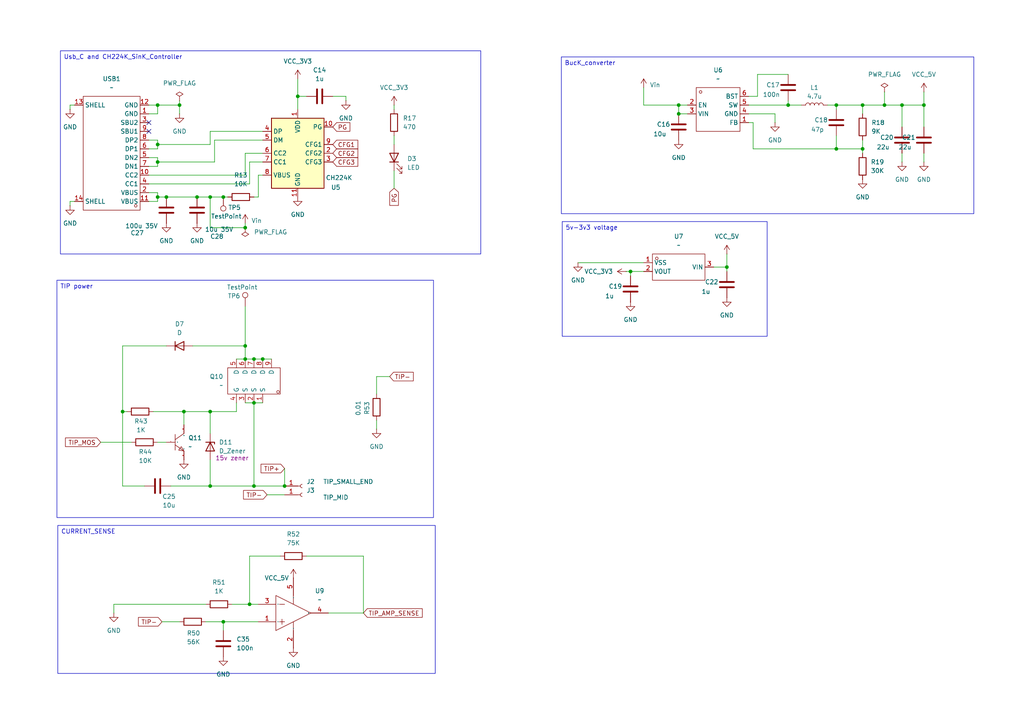
<source format=kicad_sch>
(kicad_sch
	(version 20250114)
	(generator "eeschema")
	(generator_version "9.0")
	(uuid "90682ddd-d695-4b04-9fbf-78053ee1d582")
	(paper "A4")
	(lib_symbols
		(symbol "Connector:Conn_01x01_Socket"
			(pin_names
				(offset 1.016)
				(hide yes)
			)
			(exclude_from_sim no)
			(in_bom yes)
			(on_board yes)
			(property "Reference" "J"
				(at 0 2.54 0)
				(effects
					(font
						(size 1.27 1.27)
					)
				)
			)
			(property "Value" "Conn_01x01_Socket"
				(at 0 -2.54 0)
				(effects
					(font
						(size 1.27 1.27)
					)
				)
			)
			(property "Footprint" ""
				(at 0 0 0)
				(effects
					(font
						(size 1.27 1.27)
					)
					(hide yes)
				)
			)
			(property "Datasheet" "~"
				(at 0 0 0)
				(effects
					(font
						(size 1.27 1.27)
					)
					(hide yes)
				)
			)
			(property "Description" "Generic connector, single row, 01x01, script generated"
				(at 0 0 0)
				(effects
					(font
						(size 1.27 1.27)
					)
					(hide yes)
				)
			)
			(property "ki_locked" ""
				(at 0 0 0)
				(effects
					(font
						(size 1.27 1.27)
					)
				)
			)
			(property "ki_keywords" "connector"
				(at 0 0 0)
				(effects
					(font
						(size 1.27 1.27)
					)
					(hide yes)
				)
			)
			(property "ki_fp_filters" "Connector*:*_1x??_*"
				(at 0 0 0)
				(effects
					(font
						(size 1.27 1.27)
					)
					(hide yes)
				)
			)
			(symbol "Conn_01x01_Socket_1_1"
				(polyline
					(pts
						(xy -1.27 0) (xy -0.508 0)
					)
					(stroke
						(width 0.1524)
						(type default)
					)
					(fill
						(type none)
					)
				)
				(arc
					(start 0 -0.508)
					(mid -0.5058 0)
					(end 0 0.508)
					(stroke
						(width 0.1524)
						(type default)
					)
					(fill
						(type none)
					)
				)
				(pin passive line
					(at -5.08 0 0)
					(length 3.81)
					(name "Pin_1"
						(effects
							(font
								(size 1.27 1.27)
							)
						)
					)
					(number "1"
						(effects
							(font
								(size 1.27 1.27)
							)
						)
					)
				)
			)
			(embedded_fonts no)
		)
		(symbol "Connector:TestPoint"
			(pin_numbers
				(hide yes)
			)
			(pin_names
				(offset 0.762)
				(hide yes)
			)
			(exclude_from_sim no)
			(in_bom yes)
			(on_board yes)
			(property "Reference" "TP"
				(at 0 6.858 0)
				(effects
					(font
						(size 1.27 1.27)
					)
				)
			)
			(property "Value" "TestPoint"
				(at 0 5.08 0)
				(effects
					(font
						(size 1.27 1.27)
					)
				)
			)
			(property "Footprint" ""
				(at 5.08 0 0)
				(effects
					(font
						(size 1.27 1.27)
					)
					(hide yes)
				)
			)
			(property "Datasheet" "~"
				(at 5.08 0 0)
				(effects
					(font
						(size 1.27 1.27)
					)
					(hide yes)
				)
			)
			(property "Description" "test point"
				(at 0 0 0)
				(effects
					(font
						(size 1.27 1.27)
					)
					(hide yes)
				)
			)
			(property "ki_keywords" "test point tp"
				(at 0 0 0)
				(effects
					(font
						(size 1.27 1.27)
					)
					(hide yes)
				)
			)
			(property "ki_fp_filters" "Pin* Test*"
				(at 0 0 0)
				(effects
					(font
						(size 1.27 1.27)
					)
					(hide yes)
				)
			)
			(symbol "TestPoint_0_1"
				(circle
					(center 0 3.302)
					(radius 0.762)
					(stroke
						(width 0)
						(type default)
					)
					(fill
						(type none)
					)
				)
			)
			(symbol "TestPoint_1_1"
				(pin passive line
					(at 0 0 90)
					(length 2.54)
					(name "1"
						(effects
							(font
								(size 1.27 1.27)
							)
						)
					)
					(number "1"
						(effects
							(font
								(size 1.27 1.27)
							)
						)
					)
				)
			)
			(embedded_fonts no)
		)
		(symbol "Device:C"
			(pin_numbers
				(hide yes)
			)
			(pin_names
				(offset 0.254)
			)
			(exclude_from_sim no)
			(in_bom yes)
			(on_board yes)
			(property "Reference" "C"
				(at 0.635 2.54 0)
				(effects
					(font
						(size 1.27 1.27)
					)
					(justify left)
				)
			)
			(property "Value" "C"
				(at 0.635 -2.54 0)
				(effects
					(font
						(size 1.27 1.27)
					)
					(justify left)
				)
			)
			(property "Footprint" ""
				(at 0.9652 -3.81 0)
				(effects
					(font
						(size 1.27 1.27)
					)
					(hide yes)
				)
			)
			(property "Datasheet" "~"
				(at 0 0 0)
				(effects
					(font
						(size 1.27 1.27)
					)
					(hide yes)
				)
			)
			(property "Description" "Unpolarized capacitor"
				(at 0 0 0)
				(effects
					(font
						(size 1.27 1.27)
					)
					(hide yes)
				)
			)
			(property "ki_keywords" "cap capacitor"
				(at 0 0 0)
				(effects
					(font
						(size 1.27 1.27)
					)
					(hide yes)
				)
			)
			(property "ki_fp_filters" "C_*"
				(at 0 0 0)
				(effects
					(font
						(size 1.27 1.27)
					)
					(hide yes)
				)
			)
			(symbol "C_0_1"
				(polyline
					(pts
						(xy -2.032 0.762) (xy 2.032 0.762)
					)
					(stroke
						(width 0.508)
						(type default)
					)
					(fill
						(type none)
					)
				)
				(polyline
					(pts
						(xy -2.032 -0.762) (xy 2.032 -0.762)
					)
					(stroke
						(width 0.508)
						(type default)
					)
					(fill
						(type none)
					)
				)
			)
			(symbol "C_1_1"
				(pin passive line
					(at 0 3.81 270)
					(length 2.794)
					(name "~"
						(effects
							(font
								(size 1.27 1.27)
							)
						)
					)
					(number "1"
						(effects
							(font
								(size 1.27 1.27)
							)
						)
					)
				)
				(pin passive line
					(at 0 -3.81 90)
					(length 2.794)
					(name "~"
						(effects
							(font
								(size 1.27 1.27)
							)
						)
					)
					(number "2"
						(effects
							(font
								(size 1.27 1.27)
							)
						)
					)
				)
			)
			(embedded_fonts no)
		)
		(symbol "Device:D"
			(pin_numbers
				(hide yes)
			)
			(pin_names
				(offset 1.016)
				(hide yes)
			)
			(exclude_from_sim no)
			(in_bom yes)
			(on_board yes)
			(property "Reference" "D"
				(at 0 2.54 0)
				(effects
					(font
						(size 1.27 1.27)
					)
				)
			)
			(property "Value" "D"
				(at 0 -2.54 0)
				(effects
					(font
						(size 1.27 1.27)
					)
				)
			)
			(property "Footprint" ""
				(at 0 0 0)
				(effects
					(font
						(size 1.27 1.27)
					)
					(hide yes)
				)
			)
			(property "Datasheet" "~"
				(at 0 0 0)
				(effects
					(font
						(size 1.27 1.27)
					)
					(hide yes)
				)
			)
			(property "Description" "Diode"
				(at 0 0 0)
				(effects
					(font
						(size 1.27 1.27)
					)
					(hide yes)
				)
			)
			(property "Sim.Device" "D"
				(at 0 0 0)
				(effects
					(font
						(size 1.27 1.27)
					)
					(hide yes)
				)
			)
			(property "Sim.Pins" "1=K 2=A"
				(at 0 0 0)
				(effects
					(font
						(size 1.27 1.27)
					)
					(hide yes)
				)
			)
			(property "ki_keywords" "diode"
				(at 0 0 0)
				(effects
					(font
						(size 1.27 1.27)
					)
					(hide yes)
				)
			)
			(property "ki_fp_filters" "TO-???* *_Diode_* *SingleDiode* D_*"
				(at 0 0 0)
				(effects
					(font
						(size 1.27 1.27)
					)
					(hide yes)
				)
			)
			(symbol "D_0_1"
				(polyline
					(pts
						(xy -1.27 1.27) (xy -1.27 -1.27)
					)
					(stroke
						(width 0.254)
						(type default)
					)
					(fill
						(type none)
					)
				)
				(polyline
					(pts
						(xy 1.27 1.27) (xy 1.27 -1.27) (xy -1.27 0) (xy 1.27 1.27)
					)
					(stroke
						(width 0.254)
						(type default)
					)
					(fill
						(type none)
					)
				)
				(polyline
					(pts
						(xy 1.27 0) (xy -1.27 0)
					)
					(stroke
						(width 0)
						(type default)
					)
					(fill
						(type none)
					)
				)
			)
			(symbol "D_1_1"
				(pin passive line
					(at -3.81 0 0)
					(length 2.54)
					(name "K"
						(effects
							(font
								(size 1.27 1.27)
							)
						)
					)
					(number "1"
						(effects
							(font
								(size 1.27 1.27)
							)
						)
					)
				)
				(pin passive line
					(at 3.81 0 180)
					(length 2.54)
					(name "A"
						(effects
							(font
								(size 1.27 1.27)
							)
						)
					)
					(number "2"
						(effects
							(font
								(size 1.27 1.27)
							)
						)
					)
				)
			)
			(embedded_fonts no)
		)
		(symbol "Device:D_Zener"
			(pin_numbers
				(hide yes)
			)
			(pin_names
				(offset 1.016)
				(hide yes)
			)
			(exclude_from_sim no)
			(in_bom yes)
			(on_board yes)
			(property "Reference" "D"
				(at 0 2.54 0)
				(effects
					(font
						(size 1.27 1.27)
					)
				)
			)
			(property "Value" "D_Zener"
				(at 0 -2.54 0)
				(effects
					(font
						(size 1.27 1.27)
					)
				)
			)
			(property "Footprint" ""
				(at 0 0 0)
				(effects
					(font
						(size 1.27 1.27)
					)
					(hide yes)
				)
			)
			(property "Datasheet" "~"
				(at 0 0 0)
				(effects
					(font
						(size 1.27 1.27)
					)
					(hide yes)
				)
			)
			(property "Description" "Zener diode"
				(at 0 0 0)
				(effects
					(font
						(size 1.27 1.27)
					)
					(hide yes)
				)
			)
			(property "ki_keywords" "diode"
				(at 0 0 0)
				(effects
					(font
						(size 1.27 1.27)
					)
					(hide yes)
				)
			)
			(property "ki_fp_filters" "TO-???* *_Diode_* *SingleDiode* D_*"
				(at 0 0 0)
				(effects
					(font
						(size 1.27 1.27)
					)
					(hide yes)
				)
			)
			(symbol "D_Zener_0_1"
				(polyline
					(pts
						(xy -1.27 -1.27) (xy -1.27 1.27) (xy -0.762 1.27)
					)
					(stroke
						(width 0.254)
						(type default)
					)
					(fill
						(type none)
					)
				)
				(polyline
					(pts
						(xy 1.27 0) (xy -1.27 0)
					)
					(stroke
						(width 0)
						(type default)
					)
					(fill
						(type none)
					)
				)
				(polyline
					(pts
						(xy 1.27 -1.27) (xy 1.27 1.27) (xy -1.27 0) (xy 1.27 -1.27)
					)
					(stroke
						(width 0.254)
						(type default)
					)
					(fill
						(type none)
					)
				)
			)
			(symbol "D_Zener_1_1"
				(pin passive line
					(at -3.81 0 0)
					(length 2.54)
					(name "K"
						(effects
							(font
								(size 1.27 1.27)
							)
						)
					)
					(number "1"
						(effects
							(font
								(size 1.27 1.27)
							)
						)
					)
				)
				(pin passive line
					(at 3.81 0 180)
					(length 2.54)
					(name "A"
						(effects
							(font
								(size 1.27 1.27)
							)
						)
					)
					(number "2"
						(effects
							(font
								(size 1.27 1.27)
							)
						)
					)
				)
			)
			(embedded_fonts no)
		)
		(symbol "Device:L"
			(pin_numbers
				(hide yes)
			)
			(pin_names
				(offset 1.016)
				(hide yes)
			)
			(exclude_from_sim no)
			(in_bom yes)
			(on_board yes)
			(property "Reference" "L"
				(at -1.27 0 90)
				(effects
					(font
						(size 1.27 1.27)
					)
				)
			)
			(property "Value" "L"
				(at 1.905 0 90)
				(effects
					(font
						(size 1.27 1.27)
					)
				)
			)
			(property "Footprint" ""
				(at 0 0 0)
				(effects
					(font
						(size 1.27 1.27)
					)
					(hide yes)
				)
			)
			(property "Datasheet" "~"
				(at 0 0 0)
				(effects
					(font
						(size 1.27 1.27)
					)
					(hide yes)
				)
			)
			(property "Description" "Inductor"
				(at 0 0 0)
				(effects
					(font
						(size 1.27 1.27)
					)
					(hide yes)
				)
			)
			(property "ki_keywords" "inductor choke coil reactor magnetic"
				(at 0 0 0)
				(effects
					(font
						(size 1.27 1.27)
					)
					(hide yes)
				)
			)
			(property "ki_fp_filters" "Choke_* *Coil* Inductor_* L_*"
				(at 0 0 0)
				(effects
					(font
						(size 1.27 1.27)
					)
					(hide yes)
				)
			)
			(symbol "L_0_1"
				(arc
					(start 0 2.54)
					(mid 0.6323 1.905)
					(end 0 1.27)
					(stroke
						(width 0)
						(type default)
					)
					(fill
						(type none)
					)
				)
				(arc
					(start 0 1.27)
					(mid 0.6323 0.635)
					(end 0 0)
					(stroke
						(width 0)
						(type default)
					)
					(fill
						(type none)
					)
				)
				(arc
					(start 0 0)
					(mid 0.6323 -0.635)
					(end 0 -1.27)
					(stroke
						(width 0)
						(type default)
					)
					(fill
						(type none)
					)
				)
				(arc
					(start 0 -1.27)
					(mid 0.6323 -1.905)
					(end 0 -2.54)
					(stroke
						(width 0)
						(type default)
					)
					(fill
						(type none)
					)
				)
			)
			(symbol "L_1_1"
				(pin passive line
					(at 0 3.81 270)
					(length 1.27)
					(name "1"
						(effects
							(font
								(size 1.27 1.27)
							)
						)
					)
					(number "1"
						(effects
							(font
								(size 1.27 1.27)
							)
						)
					)
				)
				(pin passive line
					(at 0 -3.81 90)
					(length 1.27)
					(name "2"
						(effects
							(font
								(size 1.27 1.27)
							)
						)
					)
					(number "2"
						(effects
							(font
								(size 1.27 1.27)
							)
						)
					)
				)
			)
			(embedded_fonts no)
		)
		(symbol "Device:LED"
			(pin_numbers
				(hide yes)
			)
			(pin_names
				(offset 1.016)
				(hide yes)
			)
			(exclude_from_sim no)
			(in_bom yes)
			(on_board yes)
			(property "Reference" "D"
				(at 0 2.54 0)
				(effects
					(font
						(size 1.27 1.27)
					)
				)
			)
			(property "Value" "LED"
				(at 0 -2.54 0)
				(effects
					(font
						(size 1.27 1.27)
					)
				)
			)
			(property "Footprint" ""
				(at 0 0 0)
				(effects
					(font
						(size 1.27 1.27)
					)
					(hide yes)
				)
			)
			(property "Datasheet" "~"
				(at 0 0 0)
				(effects
					(font
						(size 1.27 1.27)
					)
					(hide yes)
				)
			)
			(property "Description" "Light emitting diode"
				(at 0 0 0)
				(effects
					(font
						(size 1.27 1.27)
					)
					(hide yes)
				)
			)
			(property "Sim.Pins" "1=K 2=A"
				(at 0 0 0)
				(effects
					(font
						(size 1.27 1.27)
					)
					(hide yes)
				)
			)
			(property "ki_keywords" "LED diode"
				(at 0 0 0)
				(effects
					(font
						(size 1.27 1.27)
					)
					(hide yes)
				)
			)
			(property "ki_fp_filters" "LED* LED_SMD:* LED_THT:*"
				(at 0 0 0)
				(effects
					(font
						(size 1.27 1.27)
					)
					(hide yes)
				)
			)
			(symbol "LED_0_1"
				(polyline
					(pts
						(xy -3.048 -0.762) (xy -4.572 -2.286) (xy -3.81 -2.286) (xy -4.572 -2.286) (xy -4.572 -1.524)
					)
					(stroke
						(width 0)
						(type default)
					)
					(fill
						(type none)
					)
				)
				(polyline
					(pts
						(xy -1.778 -0.762) (xy -3.302 -2.286) (xy -2.54 -2.286) (xy -3.302 -2.286) (xy -3.302 -1.524)
					)
					(stroke
						(width 0)
						(type default)
					)
					(fill
						(type none)
					)
				)
				(polyline
					(pts
						(xy -1.27 0) (xy 1.27 0)
					)
					(stroke
						(width 0)
						(type default)
					)
					(fill
						(type none)
					)
				)
				(polyline
					(pts
						(xy -1.27 -1.27) (xy -1.27 1.27)
					)
					(stroke
						(width 0.254)
						(type default)
					)
					(fill
						(type none)
					)
				)
				(polyline
					(pts
						(xy 1.27 -1.27) (xy 1.27 1.27) (xy -1.27 0) (xy 1.27 -1.27)
					)
					(stroke
						(width 0.254)
						(type default)
					)
					(fill
						(type none)
					)
				)
			)
			(symbol "LED_1_1"
				(pin passive line
					(at -3.81 0 0)
					(length 2.54)
					(name "K"
						(effects
							(font
								(size 1.27 1.27)
							)
						)
					)
					(number "1"
						(effects
							(font
								(size 1.27 1.27)
							)
						)
					)
				)
				(pin passive line
					(at 3.81 0 180)
					(length 2.54)
					(name "A"
						(effects
							(font
								(size 1.27 1.27)
							)
						)
					)
					(number "2"
						(effects
							(font
								(size 1.27 1.27)
							)
						)
					)
				)
			)
			(embedded_fonts no)
		)
		(symbol "Device:R"
			(pin_numbers
				(hide yes)
			)
			(pin_names
				(offset 0)
			)
			(exclude_from_sim no)
			(in_bom yes)
			(on_board yes)
			(property "Reference" "R"
				(at 2.032 0 90)
				(effects
					(font
						(size 1.27 1.27)
					)
				)
			)
			(property "Value" "R"
				(at 0 0 90)
				(effects
					(font
						(size 1.27 1.27)
					)
				)
			)
			(property "Footprint" ""
				(at -1.778 0 90)
				(effects
					(font
						(size 1.27 1.27)
					)
					(hide yes)
				)
			)
			(property "Datasheet" "~"
				(at 0 0 0)
				(effects
					(font
						(size 1.27 1.27)
					)
					(hide yes)
				)
			)
			(property "Description" "Resistor"
				(at 0 0 0)
				(effects
					(font
						(size 1.27 1.27)
					)
					(hide yes)
				)
			)
			(property "ki_keywords" "R res resistor"
				(at 0 0 0)
				(effects
					(font
						(size 1.27 1.27)
					)
					(hide yes)
				)
			)
			(property "ki_fp_filters" "R_*"
				(at 0 0 0)
				(effects
					(font
						(size 1.27 1.27)
					)
					(hide yes)
				)
			)
			(symbol "R_0_1"
				(rectangle
					(start -1.016 -2.54)
					(end 1.016 2.54)
					(stroke
						(width 0.254)
						(type default)
					)
					(fill
						(type none)
					)
				)
			)
			(symbol "R_1_1"
				(pin passive line
					(at 0 3.81 270)
					(length 1.27)
					(name "~"
						(effects
							(font
								(size 1.27 1.27)
							)
						)
					)
					(number "1"
						(effects
							(font
								(size 1.27 1.27)
							)
						)
					)
				)
				(pin passive line
					(at 0 -3.81 90)
					(length 1.27)
					(name "~"
						(effects
							(font
								(size 1.27 1.27)
							)
						)
					)
					(number "2"
						(effects
							(font
								(size 1.27 1.27)
							)
						)
					)
				)
			)
			(embedded_fonts no)
		)
		(symbol "Interface_USB:CH224K"
			(exclude_from_sim no)
			(in_bom yes)
			(on_board yes)
			(property "Reference" "U"
				(at 4.572 -10.922 0)
				(effects
					(font
						(size 1.27 1.27)
					)
					(justify left)
				)
			)
			(property "Value" "CH224K"
				(at 3.048 -8.89 0)
				(effects
					(font
						(size 1.27 1.27)
					)
					(justify left)
				)
			)
			(property "Footprint" "Package_SO:SSOP-10-1EP_3.9x4.9mm_P1mm_EP2.1x3.3mm"
				(at 0 -24.13 0)
				(effects
					(font
						(size 1.27 1.27)
					)
					(hide yes)
				)
			)
			(property "Datasheet" "https://www.wch.cn/downloads/file/301.html"
				(at 2.54 13.97 0)
				(effects
					(font
						(size 1.27 1.27)
					)
					(hide yes)
				)
			)
			(property "Description" "100W USB Type-C PD3.0/2.0, BC1.2 Sink Controller, SSOP-10"
				(at 0 0 0)
				(effects
					(font
						(size 1.27 1.27)
					)
					(hide yes)
				)
			)
			(property "ki_keywords" "USB-C WCH powered-device"
				(at 0 0 0)
				(effects
					(font
						(size 1.27 1.27)
					)
					(hide yes)
				)
			)
			(property "ki_fp_filters" "SSOP*3.9x4.9mm*P1mm*EP2.1x3.3mm*"
				(at 0 0 0)
				(effects
					(font
						(size 1.27 1.27)
					)
					(hide yes)
				)
			)
			(symbol "CH224K_1_1"
				(rectangle
					(start -7.62 7.62)
					(end 7.62 -12.7)
					(stroke
						(width 0.254)
						(type default)
					)
					(fill
						(type background)
					)
				)
				(pin bidirectional line
					(at -10.16 3.81 0)
					(length 2.54)
					(name "DP"
						(effects
							(font
								(size 1.27 1.27)
							)
						)
					)
					(number "4"
						(effects
							(font
								(size 1.27 1.27)
							)
						)
					)
				)
				(pin bidirectional line
					(at -10.16 1.27 0)
					(length 2.54)
					(name "DM"
						(effects
							(font
								(size 1.27 1.27)
							)
						)
					)
					(number "5"
						(effects
							(font
								(size 1.27 1.27)
							)
						)
					)
				)
				(pin bidirectional line
					(at -10.16 -2.54 0)
					(length 2.54)
					(name "CC2"
						(effects
							(font
								(size 1.27 1.27)
							)
						)
					)
					(number "6"
						(effects
							(font
								(size 1.27 1.27)
							)
						)
					)
				)
				(pin bidirectional line
					(at -10.16 -5.08 0)
					(length 2.54)
					(name "CC1"
						(effects
							(font
								(size 1.27 1.27)
							)
						)
					)
					(number "7"
						(effects
							(font
								(size 1.27 1.27)
							)
						)
					)
				)
				(pin passive line
					(at -10.16 -8.89 0)
					(length 2.54)
					(name "VBUS"
						(effects
							(font
								(size 1.27 1.27)
							)
						)
					)
					(number "8"
						(effects
							(font
								(size 1.27 1.27)
							)
						)
					)
				)
				(pin power_in line
					(at 0 10.16 270)
					(length 2.54)
					(name "VDD"
						(effects
							(font
								(size 1.27 1.27)
							)
						)
					)
					(number "1"
						(effects
							(font
								(size 1.27 1.27)
							)
						)
					)
				)
				(pin power_in line
					(at 0 -15.24 90)
					(length 2.54)
					(name "GND"
						(effects
							(font
								(size 1.27 1.27)
							)
						)
					)
					(number "11"
						(effects
							(font
								(size 1.27 1.27)
							)
						)
					)
				)
				(pin open_collector line
					(at 10.16 5.08 180)
					(length 2.54)
					(name "PG"
						(effects
							(font
								(size 1.27 1.27)
							)
						)
					)
					(number "10"
						(effects
							(font
								(size 1.27 1.27)
							)
						)
					)
				)
				(pin passive line
					(at 10.16 0 180)
					(length 2.54)
					(name "CFG1"
						(effects
							(font
								(size 1.27 1.27)
							)
						)
					)
					(number "9"
						(effects
							(font
								(size 1.27 1.27)
							)
						)
					)
				)
				(pin passive line
					(at 10.16 -2.54 180)
					(length 2.54)
					(name "CFG2"
						(effects
							(font
								(size 1.27 1.27)
							)
						)
					)
					(number "2"
						(effects
							(font
								(size 1.27 1.27)
							)
						)
					)
				)
				(pin passive line
					(at 10.16 -5.08 180)
					(length 2.54)
					(name "CFG3"
						(effects
							(font
								(size 1.27 1.27)
							)
						)
					)
					(number "3"
						(effects
							(font
								(size 1.27 1.27)
							)
						)
					)
				)
			)
			(embedded_fonts no)
		)
		(symbol "power:GND"
			(power)
			(pin_numbers
				(hide yes)
			)
			(pin_names
				(offset 0)
				(hide yes)
			)
			(exclude_from_sim no)
			(in_bom yes)
			(on_board yes)
			(property "Reference" "#PWR"
				(at 0 -6.35 0)
				(effects
					(font
						(size 1.27 1.27)
					)
					(hide yes)
				)
			)
			(property "Value" "GND"
				(at 0 -3.81 0)
				(effects
					(font
						(size 1.27 1.27)
					)
				)
			)
			(property "Footprint" ""
				(at 0 0 0)
				(effects
					(font
						(size 1.27 1.27)
					)
					(hide yes)
				)
			)
			(property "Datasheet" ""
				(at 0 0 0)
				(effects
					(font
						(size 1.27 1.27)
					)
					(hide yes)
				)
			)
			(property "Description" "Power symbol creates a global label with name \"GND\" , ground"
				(at 0 0 0)
				(effects
					(font
						(size 1.27 1.27)
					)
					(hide yes)
				)
			)
			(property "ki_keywords" "global power"
				(at 0 0 0)
				(effects
					(font
						(size 1.27 1.27)
					)
					(hide yes)
				)
			)
			(symbol "GND_0_1"
				(polyline
					(pts
						(xy 0 0) (xy 0 -1.27) (xy 1.27 -1.27) (xy 0 -2.54) (xy -1.27 -1.27) (xy 0 -1.27)
					)
					(stroke
						(width 0)
						(type default)
					)
					(fill
						(type none)
					)
				)
			)
			(symbol "GND_1_1"
				(pin power_in line
					(at 0 0 270)
					(length 0)
					(name "~"
						(effects
							(font
								(size 1.27 1.27)
							)
						)
					)
					(number "1"
						(effects
							(font
								(size 1.27 1.27)
							)
						)
					)
				)
			)
			(embedded_fonts no)
		)
		(symbol "power:PWR_FLAG"
			(power)
			(pin_numbers
				(hide yes)
			)
			(pin_names
				(offset 0)
				(hide yes)
			)
			(exclude_from_sim no)
			(in_bom yes)
			(on_board yes)
			(property "Reference" "#FLG"
				(at 0 1.905 0)
				(effects
					(font
						(size 1.27 1.27)
					)
					(hide yes)
				)
			)
			(property "Value" "PWR_FLAG"
				(at 0 3.81 0)
				(effects
					(font
						(size 1.27 1.27)
					)
				)
			)
			(property "Footprint" ""
				(at 0 0 0)
				(effects
					(font
						(size 1.27 1.27)
					)
					(hide yes)
				)
			)
			(property "Datasheet" "~"
				(at 0 0 0)
				(effects
					(font
						(size 1.27 1.27)
					)
					(hide yes)
				)
			)
			(property "Description" "Special symbol for telling ERC where power comes from"
				(at 0 0 0)
				(effects
					(font
						(size 1.27 1.27)
					)
					(hide yes)
				)
			)
			(property "ki_keywords" "flag power"
				(at 0 0 0)
				(effects
					(font
						(size 1.27 1.27)
					)
					(hide yes)
				)
			)
			(symbol "PWR_FLAG_0_0"
				(pin power_out line
					(at 0 0 90)
					(length 0)
					(name "~"
						(effects
							(font
								(size 1.27 1.27)
							)
						)
					)
					(number "1"
						(effects
							(font
								(size 1.27 1.27)
							)
						)
					)
				)
			)
			(symbol "PWR_FLAG_0_1"
				(polyline
					(pts
						(xy 0 0) (xy 0 1.27) (xy -1.016 1.905) (xy 0 2.54) (xy 1.016 1.905) (xy 0 1.27)
					)
					(stroke
						(width 0)
						(type default)
					)
					(fill
						(type none)
					)
				)
			)
			(embedded_fonts no)
		)
		(symbol "power:VCC"
			(power)
			(pin_numbers
				(hide yes)
			)
			(pin_names
				(offset 0)
				(hide yes)
			)
			(exclude_from_sim no)
			(in_bom yes)
			(on_board yes)
			(property "Reference" "#PWR"
				(at 0 -3.81 0)
				(effects
					(font
						(size 1.27 1.27)
					)
					(hide yes)
				)
			)
			(property "Value" "VCC"
				(at 0 3.556 0)
				(effects
					(font
						(size 1.27 1.27)
					)
				)
			)
			(property "Footprint" ""
				(at 0 0 0)
				(effects
					(font
						(size 1.27 1.27)
					)
					(hide yes)
				)
			)
			(property "Datasheet" ""
				(at 0 0 0)
				(effects
					(font
						(size 1.27 1.27)
					)
					(hide yes)
				)
			)
			(property "Description" "Power symbol creates a global label with name \"VCC\""
				(at 0 0 0)
				(effects
					(font
						(size 1.27 1.27)
					)
					(hide yes)
				)
			)
			(property "ki_keywords" "global power"
				(at 0 0 0)
				(effects
					(font
						(size 1.27 1.27)
					)
					(hide yes)
				)
			)
			(symbol "VCC_0_1"
				(polyline
					(pts
						(xy -0.762 1.27) (xy 0 2.54)
					)
					(stroke
						(width 0)
						(type default)
					)
					(fill
						(type none)
					)
				)
				(polyline
					(pts
						(xy 0 2.54) (xy 0.762 1.27)
					)
					(stroke
						(width 0)
						(type default)
					)
					(fill
						(type none)
					)
				)
				(polyline
					(pts
						(xy 0 0) (xy 0 2.54)
					)
					(stroke
						(width 0)
						(type default)
					)
					(fill
						(type none)
					)
				)
			)
			(symbol "VCC_1_1"
				(pin power_in line
					(at 0 0 90)
					(length 0)
					(name "~"
						(effects
							(font
								(size 1.27 1.27)
							)
						)
					)
					(number "1"
						(effects
							(font
								(size 1.27 1.27)
							)
						)
					)
				)
			)
			(embedded_fonts no)
		)
		(symbol "smart_soldering_iron:AON7410"
			(exclude_from_sim no)
			(in_bom yes)
			(on_board yes)
			(property "Reference" "Q"
				(at 0 0 0)
				(effects
					(font
						(size 1.27 1.27)
					)
				)
			)
			(property "Value" ""
				(at 0 0 0)
				(effects
					(font
						(size 1.27 1.27)
					)
				)
			)
			(property "Footprint" "ProLib_pcs_2025-10-03:DFN-8_L3.0-W3.0-P0.65-BL"
				(at 0 0 0)
				(effects
					(font
						(size 1.27 1.27)
					)
					(hide yes)
				)
			)
			(property "Datasheet" "https://item.szlcsc.com/datasheet/AON7410/258729.html"
				(at 0 0 0)
				(effects
					(font
						(size 1.27 1.27)
					)
					(hide yes)
				)
			)
			(property "Description" "Number:- Drain to Source Voltage:30V Current - Continuous Drain(Id):50A RDS(on):20mΩ@10V Pd - Power Dissipation:- Gate Threshold Voltage (Vgs(th)):2.5V@250uA Gate Charge(Qg):12nC@10V Input Capacitance(Ciss):660pF Reverse Transfer Capacitance (Crss@Vds):77"
				(at 0 0 0)
				(effects
					(font
						(size 1.27 1.27)
					)
					(hide yes)
				)
			)
			(property "Manufacturer Part" "AON7410"
				(at 0 0 0)
				(effects
					(font
						(size 1.27 1.27)
					)
					(hide yes)
				)
			)
			(property "Manufacturer" "AOS"
				(at 0 0 0)
				(effects
					(font
						(size 1.27 1.27)
					)
					(hide yes)
				)
			)
			(property "Supplier Part" "C269266"
				(at 0 0 0)
				(effects
					(font
						(size 1.27 1.27)
					)
					(hide yes)
				)
			)
			(property "Supplier" "LCSC"
				(at 0 0 0)
				(effects
					(font
						(size 1.27 1.27)
					)
					(hide yes)
				)
			)
			(property "LCSC Part Name" "1个N沟道 耐压:30V 电流:24A"
				(at 0 0 0)
				(effects
					(font
						(size 1.27 1.27)
					)
					(hide yes)
				)
			)
			(symbol "AON7410_1_0"
				(rectangle
					(start -3.81 -7.62)
					(end 3.81 7.62)
					(stroke
						(width 0)
						(type default)
					)
					(fill
						(type none)
					)
				)
				(circle
					(center -3.175 6.985)
					(radius 0.381)
					(stroke
						(width 0)
						(type default)
					)
					(fill
						(type none)
					)
				)
				(pin unspecified line
					(at -6.35 2.54 0)
					(length 2.54)
					(name "S"
						(effects
							(font
								(size 1.27 1.27)
							)
						)
					)
					(number "1"
						(effects
							(font
								(size 1.27 1.27)
							)
						)
					)
				)
				(pin unspecified line
					(at -6.35 0 0)
					(length 2.54)
					(name "S"
						(effects
							(font
								(size 1.27 1.27)
							)
						)
					)
					(number "2"
						(effects
							(font
								(size 1.27 1.27)
							)
						)
					)
				)
				(pin unspecified line
					(at -6.35 -2.54 0)
					(length 2.54)
					(name "S"
						(effects
							(font
								(size 1.27 1.27)
							)
						)
					)
					(number "3"
						(effects
							(font
								(size 1.27 1.27)
							)
						)
					)
				)
				(pin unspecified line
					(at -6.35 -5.08 0)
					(length 2.54)
					(name "G"
						(effects
							(font
								(size 1.27 1.27)
							)
						)
					)
					(number "4"
						(effects
							(font
								(size 1.27 1.27)
							)
						)
					)
				)
				(pin unspecified line
					(at 6.35 5.08 180)
					(length 2.54)
					(name "D"
						(effects
							(font
								(size 1.27 1.27)
							)
						)
					)
					(number "9"
						(effects
							(font
								(size 1.27 1.27)
							)
						)
					)
				)
				(pin unspecified line
					(at 6.35 2.54 180)
					(length 2.54)
					(name "D"
						(effects
							(font
								(size 1.27 1.27)
							)
						)
					)
					(number "8"
						(effects
							(font
								(size 1.27 1.27)
							)
						)
					)
				)
				(pin unspecified line
					(at 6.35 0 180)
					(length 2.54)
					(name "D"
						(effects
							(font
								(size 1.27 1.27)
							)
						)
					)
					(number "7"
						(effects
							(font
								(size 1.27 1.27)
							)
						)
					)
				)
				(pin unspecified line
					(at 6.35 -2.54 180)
					(length 2.54)
					(name "D"
						(effects
							(font
								(size 1.27 1.27)
							)
						)
					)
					(number "6"
						(effects
							(font
								(size 1.27 1.27)
							)
						)
					)
				)
				(pin unspecified line
					(at 6.35 -5.08 180)
					(length 2.54)
					(name "D"
						(effects
							(font
								(size 1.27 1.27)
							)
						)
					)
					(number "5"
						(effects
							(font
								(size 1.27 1.27)
							)
						)
					)
				)
			)
			(embedded_fonts no)
		)
		(symbol "smart_soldering_iron:AP63300WU-7"
			(exclude_from_sim no)
			(in_bom yes)
			(on_board yes)
			(property "Reference" "U"
				(at 0 0 0)
				(effects
					(font
						(size 1.27 1.27)
					)
				)
			)
			(property "Value" ""
				(at 0 0 0)
				(effects
					(font
						(size 1.27 1.27)
					)
				)
			)
			(property "Footprint" "ProLib_pcs_2025-10-04:TSOT-23-6_L2.9-W1.6-P0.95-LS2.8-BR"
				(at 0 0 0)
				(effects
					(font
						(size 1.27 1.27)
					)
					(hide yes)
				)
			)
			(property "Datasheet" "https://item.szlcsc.com/datasheet/AP63300WU-7/2250062.html"
				(at 0 0 0)
				(effects
					(font
						(size 1.27 1.27)
					)
					(hide yes)
				)
			)
			(property "Description" "Function:Buck Voltage - Supply:3.8V~32V Voltage - Supply:3.8V~32V Output Voltage:800mV~31V Output Voltage:800mV~31V Output Current:3A Frequency - Switching:500kHz Frequency - Switching:500kHz Operating Temperature:-40°C~+125°C Operating Temperature:-40°C~+12"
				(at 0 0 0)
				(effects
					(font
						(size 1.27 1.27)
					)
					(hide yes)
				)
			)
			(property "Manufacturer Part" "AP63300WU-7"
				(at 0 0 0)
				(effects
					(font
						(size 1.27 1.27)
					)
					(hide yes)
				)
			)
			(property "Manufacturer" "DIODES(美台)"
				(at 0 0 0)
				(effects
					(font
						(size 1.27 1.27)
					)
					(hide yes)
				)
			)
			(property "Supplier Part" "C2158012"
				(at 0 0 0)
				(effects
					(font
						(size 1.27 1.27)
					)
					(hide yes)
				)
			)
			(property "Supplier" "LCSC"
				(at 0 0 0)
				(effects
					(font
						(size 1.27 1.27)
					)
					(hide yes)
				)
			)
			(property "LCSC Part Name" "3.8V至32V输入，3A低静态电流同步降压转换器，增强电磁干扰抑制"
				(at 0 0 0)
				(effects
					(font
						(size 1.27 1.27)
					)
					(hide yes)
				)
			)
			(symbol "AP63300WU-7_1_0"
				(rectangle
					(start -6.35 5.08)
					(end 6.35 -7.62)
					(stroke
						(width 0)
						(type default)
					)
					(fill
						(type none)
					)
				)
				(circle
					(center -5.08 3.81)
					(radius 0.381)
					(stroke
						(width 0)
						(type default)
					)
					(fill
						(type none)
					)
				)
				(pin input line
					(at -8.89 0 0)
					(length 2.54)
					(name "EN"
						(effects
							(font
								(size 1.27 1.27)
							)
						)
					)
					(number "2"
						(effects
							(font
								(size 1.27 1.27)
							)
						)
					)
				)
				(pin input line
					(at -8.89 -2.54 0)
					(length 2.54)
					(name "VIN"
						(effects
							(font
								(size 1.27 1.27)
							)
						)
					)
					(number "3"
						(effects
							(font
								(size 1.27 1.27)
							)
						)
					)
				)
				(pin input line
					(at 8.89 2.54 180)
					(length 2.54)
					(name "BST"
						(effects
							(font
								(size 1.27 1.27)
							)
						)
					)
					(number "6"
						(effects
							(font
								(size 1.27 1.27)
							)
						)
					)
				)
				(pin input line
					(at 8.89 0 180)
					(length 2.54)
					(name "SW"
						(effects
							(font
								(size 1.27 1.27)
							)
						)
					)
					(number "5"
						(effects
							(font
								(size 1.27 1.27)
							)
						)
					)
				)
				(pin input line
					(at 8.89 -2.54 180)
					(length 2.54)
					(name "GND"
						(effects
							(font
								(size 1.27 1.27)
							)
						)
					)
					(number "4"
						(effects
							(font
								(size 1.27 1.27)
							)
						)
					)
				)
				(pin input line
					(at 8.89 -5.08 180)
					(length 2.54)
					(name "FB"
						(effects
							(font
								(size 1.27 1.27)
							)
						)
					)
					(number "1"
						(effects
							(font
								(size 1.27 1.27)
							)
						)
					)
				)
			)
			(embedded_fonts no)
		)
		(symbol "smart_soldering_iron:LM321_C5252901"
			(exclude_from_sim no)
			(in_bom yes)
			(on_board yes)
			(property "Reference" "U"
				(at 0 0 0)
				(effects
					(font
						(size 1.27 1.27)
					)
				)
			)
			(property "Value" ""
				(at 0 0 0)
				(effects
					(font
						(size 1.27 1.27)
					)
				)
			)
			(property "Footprint" "ProLib_pcs_2025-10-03:SOT-23-5_L3.0-W1.7-P0.95-LS2.8-BR"
				(at 0 0 0)
				(effects
					(font
						(size 1.27 1.27)
					)
					(hide yes)
				)
			)
			(property "Datasheet" "https://atta.szlcsc.com/upload/public/pdf/source/20240508/77565F0A1749F49B56A2EABE562B96C4.pdf"
				(at 0 0 0)
				(effects
					(font
						(size 1.27 1.27)
					)
					(hide yes)
				)
			)
			(property "Description" "Number of Channels:1.0 Maximum Power Supply Range (Vdd-Vss):36V Rail to Rail:- Gain Bandwidth Product:- Vos - Input Offset Voltage:5mV Input Offset Voltage Drift(Vos TC):- Slew Rate:- Ib - Input Bias Current:250nA Input Offset Current(Ios):- Noise density"
				(at 0 0 0)
				(effects
					(font
						(size 1.27 1.27)
					)
					(hide yes)
				)
			)
			(property "Manufacturer Part" "LM321"
				(at 0 0 0)
				(effects
					(font
						(size 1.27 1.27)
					)
					(hide yes)
				)
			)
			(property "Manufacturer" "MSKSEMI(美森科)"
				(at 0 0 0)
				(effects
					(font
						(size 1.27 1.27)
					)
					(hide yes)
				)
			)
			(property "Supplier Part" "C5252901"
				(at 0 0 0)
				(effects
					(font
						(size 1.27 1.27)
					)
					(hide yes)
				)
			)
			(property "Supplier" "LCSC"
				(at 0 0 0)
				(effects
					(font
						(size 1.27 1.27)
					)
					(hide yes)
				)
			)
			(property "LCSC Part Name" "丝印A63A 增益带宽(GBP)1.2MHZ VIO:5mV LM321 丝印A63A"
				(at 0 0 0)
				(effects
					(font
						(size 1.27 1.27)
					)
					(hide yes)
				)
			)
			(symbol "LM321_C5252901_1_0"
				(polyline
					(pts
						(xy -5.08 -5.08) (xy 5.08 0) (xy 5.08 0) (xy -5.08 5.08) (xy -5.08 5.08) (xy -5.08 -5.08)
					)
					(stroke
						(width 0)
						(type default)
					)
					(fill
						(type none)
					)
				)
				(polyline
					(pts
						(xy -4.064 2.54) (xy -2.54 2.54)
					)
					(stroke
						(width 0)
						(type default)
					)
					(fill
						(type none)
					)
				)
				(polyline
					(pts
						(xy -4.064 -2.54) (xy -2.54 -2.54)
					)
					(stroke
						(width 0)
						(type default)
					)
					(fill
						(type none)
					)
				)
				(polyline
					(pts
						(xy -3.302 -1.778) (xy -3.302 -3.302)
					)
					(stroke
						(width 0)
						(type default)
					)
					(fill
						(type none)
					)
				)
				(polyline
					(pts
						(xy 0 5.08) (xy 0 2.54)
					)
					(stroke
						(width 0)
						(type default)
					)
					(fill
						(type none)
					)
				)
				(polyline
					(pts
						(xy 0 -2.54) (xy 0 -5.08)
					)
					(stroke
						(width 0)
						(type default)
					)
					(fill
						(type none)
					)
				)
				(pin unspecified line
					(at -10.16 2.54 0)
					(length 5.08)
					(name "IN-"
						(effects
							(font
								(size 0.0254 0.0254)
							)
						)
					)
					(number "3"
						(effects
							(font
								(size 1.27 1.27)
							)
						)
					)
				)
				(pin unspecified line
					(at -10.16 -2.54 0)
					(length 5.08)
					(name "IN+"
						(effects
							(font
								(size 0.0254 0.0254)
							)
						)
					)
					(number "1"
						(effects
							(font
								(size 1.27 1.27)
							)
						)
					)
				)
				(pin unspecified line
					(at 0 10.16 270)
					(length 5.08)
					(name "V+"
						(effects
							(font
								(size 0.0254 0.0254)
							)
						)
					)
					(number "5"
						(effects
							(font
								(size 1.27 1.27)
							)
						)
					)
				)
				(pin unspecified line
					(at 0 -10.16 90)
					(length 5.08)
					(name "V-"
						(effects
							(font
								(size 0.0254 0.0254)
							)
						)
					)
					(number "2"
						(effects
							(font
								(size 1.27 1.27)
							)
						)
					)
				)
				(pin output line
					(at 10.16 0 180)
					(length 5.08)
					(name "OUT"
						(effects
							(font
								(size 0.0254 0.0254)
							)
						)
					)
					(number "4"
						(effects
							(font
								(size 1.27 1.27)
							)
						)
					)
				)
			)
			(embedded_fonts no)
		)
		(symbol "smart_soldering_iron:S8050"
			(exclude_from_sim no)
			(in_bom yes)
			(on_board yes)
			(property "Reference" "Q"
				(at 0 0 0)
				(effects
					(font
						(size 1.27 1.27)
					)
				)
			)
			(property "Value" ""
				(at 0 0 0)
				(effects
					(font
						(size 1.27 1.27)
					)
				)
			)
			(property "Footprint" "ProLib_pcs_2025-11-05:SOT-23-3_L2.9-W1.3-P1.90-LS2.4-BR"
				(at 0 0 0)
				(effects
					(font
						(size 1.27 1.27)
					)
					(hide yes)
				)
			)
			(property "Datasheet" "https://item.szlcsc.com/datasheet/S8050/990886.html"
				(at 0 0 0)
				(effects
					(font
						(size 1.27 1.27)
					)
					(hide yes)
				)
			)
			(property "Description" "type:- Current - Collector(Ic):500mA Collector - Emitter Voltage VCEO:25V Pd - Power Dissipation:300mW Transition frequency(fT):150MHz Current - Collector Cutoff:100nA Vce Saturation(VCE(sat)):600mV Operating Temperature:- Operating Temperature:-"
				(at 0 0 0)
				(effects
					(font
						(size 1.27 1.27)
					)
					(hide yes)
				)
			)
			(property "Manufacturer Part" "S8050"
				(at 0 0 0)
				(effects
					(font
						(size 1.27 1.27)
					)
					(hide yes)
				)
			)
			(property "Manufacturer" "JSMSEMI(杰盛微)"
				(at 0 0 0)
				(effects
					(font
						(size 1.27 1.27)
					)
					(hide yes)
				)
			)
			(property "Supplier Part" "C916390"
				(at 0 0 0)
				(effects
					(font
						(size 1.27 1.27)
					)
					(hide yes)
				)
			)
			(property "Supplier" "LCSC"
				(at 0 0 0)
				(effects
					(font
						(size 1.27 1.27)
					)
					(hide yes)
				)
			)
			(property "LCSC Part Name" "电流:500mA 电压:25V"
				(at 0 0 0)
				(effects
					(font
						(size 1.27 1.27)
					)
					(hide yes)
				)
			)
			(symbol "S8050_1_0"
				(polyline
					(pts
						(xy -2.54 2.286) (xy -2.54 -2.286)
					)
					(stroke
						(width 0)
						(type default)
					)
					(fill
						(type none)
					)
				)
				(polyline
					(pts
						(xy -2.54 -0.762) (xy 0 -2.54)
					)
					(stroke
						(width 0)
						(type default)
					)
					(fill
						(type none)
					)
				)
				(polyline
					(pts
						(xy 0 2.54) (xy -2.54 0.762)
					)
					(stroke
						(width 0)
						(type default)
					)
					(fill
						(type none)
					)
				)
				(polyline
					(pts
						(xy 0 -2.54) (xy -0.762 -1.27) (xy -0.762 -1.27) (xy -1.524 -2.286) (xy -1.524 -2.286) (xy 0 -2.54)
					)
					(stroke
						(width 0)
						(type default)
					)
					(fill
						(type none)
					)
				)
				(pin input line
					(at -5.08 0 0)
					(length 2.54)
					(name "B"
						(effects
							(font
								(size 0.0254 0.0254)
							)
						)
					)
					(number "1"
						(effects
							(font
								(size 0.0254 0.0254)
							)
						)
					)
				)
				(pin input line
					(at 0 5.08 270)
					(length 2.54)
					(name "C"
						(effects
							(font
								(size 0.0254 0.0254)
							)
						)
					)
					(number "3"
						(effects
							(font
								(size 0.0254 0.0254)
							)
						)
					)
				)
				(pin input line
					(at 0 -5.08 90)
					(length 2.54)
					(name "E"
						(effects
							(font
								(size 0.0254 0.0254)
							)
						)
					)
					(number "2"
						(effects
							(font
								(size 0.0254 0.0254)
							)
						)
					)
				)
			)
			(embedded_fonts no)
		)
		(symbol "smart_soldering_iron:TYPE-C 16PIN 2MD(073)"
			(exclude_from_sim no)
			(in_bom yes)
			(on_board yes)
			(property "Reference" "USB1"
				(at -0.635 -21.59 0)
				(effects
					(font
						(size 1.27 1.27)
					)
				)
			)
			(property "Value" "~"
				(at -0.635 -19.05 0)
				(effects
					(font
						(size 1.27 1.27)
					)
				)
			)
			(property "Footprint" "ProLib_pcs_2025-10-03:USB-C-SMD_TYPE-C-6PIN-2MD-073"
				(at 0 0 0)
				(effects
					(font
						(size 1.27 1.27)
					)
					(hide yes)
				)
			)
			(property "Datasheet" "https://item.szlcsc.com/datasheet/TYPE-C%252016PIN%25202MD(073)/2901843.html"
				(at 0 0 0)
				(effects
					(font
						(size 1.27 1.27)
					)
					(hide yes)
				)
			)
			(property "Description" "Connector Type:Type-C Protocol Standard:- Gender:Female Mounting Type:Surface Mount, Right Angle Number of Contacts:16P Number of Ports:1 Current Rating-Power:3A Voltage Rating:5V Connect-Disconnect Life:5,000 Cycles Supplementary Features:- Center Height"
				(at 0 0 0)
				(effects
					(font
						(size 1.27 1.27)
					)
					(hide yes)
				)
			)
			(property "Manufacturer Part" "TYPE-C 16PIN 2MD(073)"
				(at 0 0 0)
				(effects
					(font
						(size 1.27 1.27)
					)
					(hide yes)
				)
			)
			(property "Manufacturer" "SHOU HAN(首韩)"
				(at 0 0 0)
				(effects
					(font
						(size 1.27 1.27)
					)
					(hide yes)
				)
			)
			(property "Supplier Part" "C2765186"
				(at 0 0 0)
				(effects
					(font
						(size 1.27 1.27)
					)
					(hide yes)
				)
			)
			(property "Supplier" "LCSC"
				(at 0 0 0)
				(effects
					(font
						(size 1.27 1.27)
					)
					(hide yes)
				)
			)
			(property "LCSC Part Name" "Type-C 母 卧贴"
				(at 0 0 0)
				(effects
					(font
						(size 1.27 1.27)
					)
					(hide yes)
				)
			)
			(symbol "TYPE-C 16PIN 2MD(073)_1_0"
				(rectangle
					(start -8.89 -16.51)
					(end 7.62 16.51)
					(stroke
						(width 0)
						(type default)
					)
					(fill
						(type none)
					)
				)
				(circle
					(center -7.62 15.24)
					(radius 0.381)
					(stroke
						(width 0)
						(type default)
					)
					(fill
						(type none)
					)
				)
				(pin power_in line
					(at -11.43 13.97 0)
					(length 2.54)
					(name "VBUS"
						(effects
							(font
								(size 1.27 1.27)
							)
						)
					)
					(number "11"
						(effects
							(font
								(size 1.27 1.27)
							)
						)
					)
				)
				(pin power_in line
					(at -11.43 11.43 0)
					(length 2.54)
					(name "VBUS"
						(effects
							(font
								(size 1.27 1.27)
							)
						)
					)
					(number "2"
						(effects
							(font
								(size 1.27 1.27)
							)
						)
					)
				)
				(pin unspecified line
					(at -11.43 8.89 0)
					(length 2.54)
					(name "CC1"
						(effects
							(font
								(size 1.27 1.27)
							)
						)
					)
					(number "4"
						(effects
							(font
								(size 1.27 1.27)
							)
						)
					)
				)
				(pin unspecified line
					(at -11.43 6.35 0)
					(length 2.54)
					(name "CC2"
						(effects
							(font
								(size 1.27 1.27)
							)
						)
					)
					(number "10"
						(effects
							(font
								(size 1.27 1.27)
							)
						)
					)
				)
				(pin unspecified line
					(at -11.43 3.81 0)
					(length 2.54)
					(name "DN1"
						(effects
							(font
								(size 1.27 1.27)
							)
						)
					)
					(number "7"
						(effects
							(font
								(size 1.27 1.27)
							)
						)
					)
				)
				(pin unspecified line
					(at -11.43 1.27 0)
					(length 2.54)
					(name "DN2"
						(effects
							(font
								(size 1.27 1.27)
							)
						)
					)
					(number "5"
						(effects
							(font
								(size 1.27 1.27)
							)
						)
					)
				)
				(pin unspecified line
					(at -11.43 -1.27 0)
					(length 2.54)
					(name "DP1"
						(effects
							(font
								(size 1.27 1.27)
							)
						)
					)
					(number "6"
						(effects
							(font
								(size 1.27 1.27)
							)
						)
					)
				)
				(pin unspecified line
					(at -11.43 -3.81 0)
					(length 2.54)
					(name "DP2"
						(effects
							(font
								(size 1.27 1.27)
							)
						)
					)
					(number "8"
						(effects
							(font
								(size 1.27 1.27)
							)
						)
					)
				)
				(pin unspecified line
					(at -11.43 -6.35 0)
					(length 2.54)
					(name "SBU1"
						(effects
							(font
								(size 1.27 1.27)
							)
						)
					)
					(number "9"
						(effects
							(font
								(size 1.27 1.27)
							)
						)
					)
				)
				(pin unspecified line
					(at -11.43 -8.89 0)
					(length 2.54)
					(name "SBU2"
						(effects
							(font
								(size 1.27 1.27)
							)
						)
					)
					(number "3"
						(effects
							(font
								(size 1.27 1.27)
							)
						)
					)
				)
				(pin power_in line
					(at -11.43 -11.43 0)
					(length 2.54)
					(name "GND"
						(effects
							(font
								(size 1.27 1.27)
							)
						)
					)
					(number "1"
						(effects
							(font
								(size 1.27 1.27)
							)
						)
					)
				)
				(pin power_in line
					(at -11.43 -13.97 0)
					(length 2.54)
					(name "GND"
						(effects
							(font
								(size 1.27 1.27)
							)
						)
					)
					(number "12"
						(effects
							(font
								(size 1.27 1.27)
							)
						)
					)
				)
				(pin unspecified line
					(at 10.16 13.97 180)
					(length 2.54)
					(name "SHELL"
						(effects
							(font
								(size 1.27 1.27)
							)
						)
					)
					(number "14"
						(effects
							(font
								(size 1.27 1.27)
							)
						)
					)
				)
				(pin unspecified line
					(at 10.16 -13.97 180)
					(length 2.54)
					(name "SHELL"
						(effects
							(font
								(size 1.27 1.27)
							)
						)
					)
					(number "13"
						(effects
							(font
								(size 1.27 1.27)
							)
						)
					)
				)
			)
			(embedded_fonts no)
		)
		(symbol "smart_soldering_iron:XC6206P332MR_C347376"
			(exclude_from_sim no)
			(in_bom yes)
			(on_board yes)
			(property "Reference" "U7"
				(at 0 8.89 0)
				(effects
					(font
						(size 1.27 1.27)
					)
				)
			)
			(property "Value" "~"
				(at 0 6.35 0)
				(effects
					(font
						(size 1.27 1.27)
					)
				)
			)
			(property "Footprint" "ProLib_pcs_2025-10-04:SOT-23-3_L3.0-W1.7-P0.95-LS2.9-BR"
				(at 0 0 0)
				(effects
					(font
						(size 1.27 1.27)
					)
					(hide yes)
				)
			)
			(property "Datasheet" "https://item.szlcsc.com/datasheet/XC6206P332MR/324036.html"
				(at 0 0 0)
				(effects
					(font
						(size 1.27 1.27)
					)
					(hide yes)
				)
			)
			(property "Description" "Output Type:Fixed Voltage - Supply:8V Output Voltage:3.3V Output Voltage:3.3V Output Current:250mA Power Supply Rejection Ratio (PSRR):40dB@(1kHz) Voltage Dropout:240mV@(50mA) standby current:7uA Noise:- Features:Over Current Protection；Short Circuit Prot"
				(at 0 0 0)
				(effects
					(font
						(size 1.27 1.27)
					)
					(hide yes)
				)
			)
			(property "Manufacturer Part" "XC6206P332MR"
				(at 0 0 0)
				(effects
					(font
						(size 1.27 1.27)
					)
					(hide yes)
				)
			)
			(property "Manufacturer" "UMW(友台半导体)"
				(at 0 0 0)
				(effects
					(font
						(size 1.27 1.27)
					)
					(hide yes)
				)
			)
			(property "Supplier Part" "C347376"
				(at 0 0 0)
				(effects
					(font
						(size 1.27 1.27)
					)
					(hide yes)
				)
			)
			(property "Supplier" "LCSC"
				(at 0 0 0)
				(effects
					(font
						(size 1.27 1.27)
					)
					(hide yes)
				)
			)
			(property "LCSC Part Name" "高纹波抑制率、低功耗、低压差 CMOS 降压型电压稳压器"
				(at 0 0 0)
				(effects
					(font
						(size 1.27 1.27)
					)
					(hide yes)
				)
			)
			(symbol "XC6206P332MR_C347376_1_0"
				(rectangle
					(start -7.62 -3.81)
					(end 7.62 3.81)
					(stroke
						(width 0)
						(type default)
					)
					(fill
						(type none)
					)
				)
				(circle
					(center -6.35 2.54)
					(radius 0.381)
					(stroke
						(width 0)
						(type default)
					)
					(fill
						(type none)
					)
				)
				(pin unspecified line
					(at -10.16 1.27 0)
					(length 2.54)
					(name "VSS"
						(effects
							(font
								(size 1.27 1.27)
							)
						)
					)
					(number "1"
						(effects
							(font
								(size 1.27 1.27)
							)
						)
					)
				)
				(pin power_out line
					(at -10.16 -1.27 0)
					(length 2.54)
					(name "VOUT"
						(effects
							(font
								(size 1.27 1.27)
							)
						)
					)
					(number "2"
						(effects
							(font
								(size 1.27 1.27)
							)
						)
					)
				)
				(pin power_in line
					(at 10.16 0 180)
					(length 2.54)
					(name "VIN"
						(effects
							(font
								(size 1.27 1.27)
							)
						)
					)
					(number "3"
						(effects
							(font
								(size 1.27 1.27)
							)
						)
					)
				)
			)
			(embedded_fonts no)
		)
	)
	(text_box "5v-3v3 voltage"
		(exclude_from_sim no)
		(at 163.068 64.262 0)
		(size 59.436 33.274)
		(margins 0.9525 0.9525 0.9525 0.9525)
		(stroke
			(width 0)
			(type solid)
		)
		(fill
			(type none)
		)
		(effects
			(font
				(size 1.27 1.27)
			)
			(justify left top)
		)
		(uuid "15b88724-041d-4a43-9a75-a6154ae45fd4")
	)
	(text_box "Usb_C and CH224K_SinK_Controller"
		(exclude_from_sim no)
		(at 17.526 14.732 0)
		(size 121.92 58.928)
		(margins 0.9525 0.9525 0.9525 0.9525)
		(stroke
			(width 0)
			(type solid)
		)
		(fill
			(type none)
		)
		(effects
			(font
				(size 1.27 1.27)
			)
			(justify left top)
		)
		(uuid "31eecdcd-17a1-4046-a117-53491f2dc9f2")
	)
	(text_box "TIP power\n"
		(exclude_from_sim no)
		(at 16.51 81.28 0)
		(size 109.22 68.834)
		(margins 0.9525 0.9525 0.9525 0.9525)
		(stroke
			(width 0)
			(type solid)
		)
		(fill
			(type none)
		)
		(effects
			(font
				(size 1.27 1.27)
			)
			(justify left top)
		)
		(uuid "35343e91-2b34-460a-b086-f92194156484")
	)
	(text_box "BucK_converter"
		(exclude_from_sim no)
		(at 162.814 16.51 0)
		(size 119.634 45.466)
		(margins 0.9525 0.9525 0.9525 0.9525)
		(stroke
			(width 0)
			(type solid)
		)
		(fill
			(type none)
		)
		(effects
			(font
				(size 1.27 1.27)
			)
			(justify left top)
		)
		(uuid "96cf41dc-cb89-48f8-b14b-16f789783fe1")
	)
	(text_box "CURRENT_SENSE"
		(exclude_from_sim no)
		(at 16.764 152.4 0)
		(size 109.474 42.926)
		(margins 0.9525 0.9525 0.9525 0.9525)
		(stroke
			(width 0)
			(type solid)
		)
		(fill
			(type none)
		)
		(effects
			(font
				(size 1.27 1.27)
			)
			(justify left top)
		)
		(uuid "f2d86c32-dac6-425d-bbc2-9bf973400b80")
	)
	(junction
		(at 82.55 140.97)
		(diameter 0)
		(color 0 0 0 0)
		(uuid "000f057a-e4f5-46b0-9a3c-7e543ed35ec1")
	)
	(junction
		(at 76.2 104.14)
		(diameter 0)
		(color 0 0 0 0)
		(uuid "0255e5c1-cdb5-4e89-bbf5-48e3f352aa53")
	)
	(junction
		(at 60.96 119.38)
		(diameter 0)
		(color 0 0 0 0)
		(uuid "0622dd08-65de-4d37-a11e-5bd071511737")
	)
	(junction
		(at 242.57 30.48)
		(diameter 0)
		(color 0 0 0 0)
		(uuid "08ac0e02-eaaf-4541-8229-f2375ee4e224")
	)
	(junction
		(at 72.39 175.26)
		(diameter 0)
		(color 0 0 0 0)
		(uuid "109fe556-7bfd-4eb2-b4d0-43c781194da2")
	)
	(junction
		(at 250.19 43.18)
		(diameter 0)
		(color 0 0 0 0)
		(uuid "11592dcf-ff3e-456e-a97e-862442841083")
	)
	(junction
		(at 196.85 33.02)
		(diameter 0)
		(color 0 0 0 0)
		(uuid "129556e7-a709-491a-b8f5-9a32676277e1")
	)
	(junction
		(at 60.96 140.97)
		(diameter 0)
		(color 0 0 0 0)
		(uuid "153aa516-dc34-49cf-917c-b342b588df4b")
	)
	(junction
		(at 53.34 119.38)
		(diameter 0)
		(color 0 0 0 0)
		(uuid "21dd7516-243c-4267-8d6f-724d8fde6fae")
	)
	(junction
		(at 71.12 66.04)
		(diameter 0)
		(color 0 0 0 0)
		(uuid "2d3ebb18-0d87-465a-955a-bcbd2779666e")
	)
	(junction
		(at 64.77 57.15)
		(diameter 0)
		(color 0 0 0 0)
		(uuid "3558edbc-2d60-49d1-a57a-a87c9ceb8c8a")
	)
	(junction
		(at 60.96 57.15)
		(diameter 0)
		(color 0 0 0 0)
		(uuid "3d410403-401a-45a7-a0fb-96a72ffabd1b")
	)
	(junction
		(at 64.77 180.34)
		(diameter 0)
		(color 0 0 0 0)
		(uuid "44e4b1d1-66f7-4cd1-ad9c-1e6c3f46a98f")
	)
	(junction
		(at 71.12 100.33)
		(diameter 0)
		(color 0 0 0 0)
		(uuid "4f72b8fc-894f-4154-beb7-91c7571d3055")
	)
	(junction
		(at 57.15 57.15)
		(diameter 0)
		(color 0 0 0 0)
		(uuid "519d8fdb-6470-455f-9b02-d1b357b24163")
	)
	(junction
		(at 182.88 78.74)
		(diameter 0)
		(color 0 0 0 0)
		(uuid "64fe07d5-64ad-46f1-9db2-aed5758eaddb")
	)
	(junction
		(at 196.85 30.48)
		(diameter 0)
		(color 0 0 0 0)
		(uuid "6a5e51b1-d589-4095-9691-7b6a8853dbd6")
	)
	(junction
		(at 242.57 43.18)
		(diameter 0)
		(color 0 0 0 0)
		(uuid "70dc3234-b582-469c-beb6-03a53fa534e4")
	)
	(junction
		(at 45.72 41.91)
		(diameter 0)
		(color 0 0 0 0)
		(uuid "7a5d7e3b-b249-44c1-808a-022cd462967d")
	)
	(junction
		(at 73.66 116.84)
		(diameter 0)
		(color 0 0 0 0)
		(uuid "7cf93b10-5b5c-436c-b81b-19184a3651eb")
	)
	(junction
		(at 86.36 27.94)
		(diameter 0)
		(color 0 0 0 0)
		(uuid "8768b06b-593a-4ab4-96e8-407eec539308")
	)
	(junction
		(at 35.56 119.38)
		(diameter 0)
		(color 0 0 0 0)
		(uuid "8cba0711-f4e2-49f9-a3b2-6e929949a80c")
	)
	(junction
		(at 210.82 77.47)
		(diameter 0)
		(color 0 0 0 0)
		(uuid "94133440-b471-4637-9309-f68b171818ba")
	)
	(junction
		(at 45.72 30.48)
		(diameter 0)
		(color 0 0 0 0)
		(uuid "96e6d817-2c09-4a93-9dd8-990e80ae9cd9")
	)
	(junction
		(at 48.26 57.15)
		(diameter 0)
		(color 0 0 0 0)
		(uuid "9cfcf5aa-af00-4387-9ac6-10f7d7fa695e")
	)
	(junction
		(at 267.97 30.48)
		(diameter 0)
		(color 0 0 0 0)
		(uuid "9f7bc0ed-23de-4359-b467-923791869c61")
	)
	(junction
		(at 45.72 57.15)
		(diameter 0)
		(color 0 0 0 0)
		(uuid "a219be6c-e047-47bb-bbca-b54413907606")
	)
	(junction
		(at 228.6 30.48)
		(diameter 0)
		(color 0 0 0 0)
		(uuid "aef13ca1-cc3e-41a4-b49e-2b3d591b6771")
	)
	(junction
		(at 250.19 30.48)
		(diameter 0)
		(color 0 0 0 0)
		(uuid "bf804e80-6859-4168-8b26-ca649e530117")
	)
	(junction
		(at 71.12 104.14)
		(diameter 0)
		(color 0 0 0 0)
		(uuid "c01e9dde-fa71-4743-b9e0-7bf0643b5e26")
	)
	(junction
		(at 261.62 30.48)
		(diameter 0)
		(color 0 0 0 0)
		(uuid "c7aa5cd7-4899-447e-a0ad-9590ec2c751b")
	)
	(junction
		(at 73.66 104.14)
		(diameter 0)
		(color 0 0 0 0)
		(uuid "c7ce12b9-d493-4d41-9a77-9b9612a7e94c")
	)
	(junction
		(at 52.07 30.48)
		(diameter 0)
		(color 0 0 0 0)
		(uuid "d898adb6-a16a-4ded-8e82-9b98d47cc4e5")
	)
	(junction
		(at 73.66 140.97)
		(diameter 0)
		(color 0 0 0 0)
		(uuid "e16faeab-c3dc-4556-b238-ad9fb71a60bc")
	)
	(junction
		(at 256.54 30.48)
		(diameter 0)
		(color 0 0 0 0)
		(uuid "fad4f205-0f57-4a13-860e-f64b7902a470")
	)
	(junction
		(at 45.72 46.99)
		(diameter 0)
		(color 0 0 0 0)
		(uuid "fc1badf1-7f4d-4060-b514-86e1c308680b")
	)
	(no_connect
		(at 43.18 38.1)
		(uuid "219ca8d4-40b7-462e-b7a8-020684cba46b")
	)
	(no_connect
		(at 43.18 35.56)
		(uuid "af5e9a93-1425-47bb-bb1b-3575a11d116d")
	)
	(wire
		(pts
			(xy 43.18 58.42) (xy 45.72 58.42)
		)
		(stroke
			(width 0)
			(type default)
		)
		(uuid "057b3a2e-9c77-43a2-a2fa-d37187cb0d68")
	)
	(wire
		(pts
			(xy 242.57 43.18) (xy 250.19 43.18)
		)
		(stroke
			(width 0)
			(type default)
		)
		(uuid "05871718-55d7-49c4-a5d2-39172e9f1566")
	)
	(wire
		(pts
			(xy 105.41 161.29) (xy 105.41 177.8)
		)
		(stroke
			(width 0)
			(type default)
		)
		(uuid "0af117a3-a036-4031-9609-2636a69aa4aa")
	)
	(wire
		(pts
			(xy 68.58 119.38) (xy 68.58 116.84)
		)
		(stroke
			(width 0)
			(type default)
		)
		(uuid "0d1b3341-1dbf-4155-b649-3138acd75d82")
	)
	(wire
		(pts
			(xy 20.32 30.48) (xy 21.59 30.48)
		)
		(stroke
			(width 0)
			(type default)
		)
		(uuid "0e526c20-dc0f-4aa9-b92a-957addebbb8d")
	)
	(wire
		(pts
			(xy 71.12 50.8) (xy 71.12 44.45)
		)
		(stroke
			(width 0)
			(type default)
		)
		(uuid "0f09fa44-62aa-448a-890a-5c21f24f74e6")
	)
	(wire
		(pts
			(xy 60.96 133.35) (xy 60.96 140.97)
		)
		(stroke
			(width 0)
			(type default)
		)
		(uuid "0fe9a1a6-4f6e-443f-9208-7ed33a6398fa")
	)
	(wire
		(pts
			(xy 72.39 161.29) (xy 72.39 175.26)
		)
		(stroke
			(width 0)
			(type default)
		)
		(uuid "104e76dc-cd83-4d08-b674-ff365042b9ba")
	)
	(wire
		(pts
			(xy 76.2 104.14) (xy 78.74 104.14)
		)
		(stroke
			(width 0)
			(type default)
		)
		(uuid "1069c4d1-a976-42aa-a1dd-4b26c16a0a14")
	)
	(wire
		(pts
			(xy 35.56 140.97) (xy 41.91 140.97)
		)
		(stroke
			(width 0)
			(type default)
		)
		(uuid "14d1bba7-3312-4a25-9b8c-0102170f4e27")
	)
	(wire
		(pts
			(xy 71.12 44.45) (xy 76.2 44.45)
		)
		(stroke
			(width 0)
			(type default)
		)
		(uuid "15b7d07b-aa40-4190-91cc-a9b782f89aed")
	)
	(wire
		(pts
			(xy 217.17 33.02) (xy 224.79 33.02)
		)
		(stroke
			(width 0)
			(type default)
		)
		(uuid "15d0b911-753e-42ef-9920-8550e1fcb574")
	)
	(wire
		(pts
			(xy 60.96 38.1) (xy 76.2 38.1)
		)
		(stroke
			(width 0)
			(type default)
		)
		(uuid "1dfeaa23-1e43-4430-9420-240b427cfcb0")
	)
	(wire
		(pts
			(xy 261.62 30.48) (xy 267.97 30.48)
		)
		(stroke
			(width 0)
			(type default)
		)
		(uuid "1e8cab2b-b6e3-4676-9bca-6fa89692317c")
	)
	(wire
		(pts
			(xy 196.85 30.48) (xy 199.39 30.48)
		)
		(stroke
			(width 0)
			(type default)
		)
		(uuid "21e87911-09b9-4274-bb5e-4755b0e13d71")
	)
	(wire
		(pts
			(xy 256.54 26.67) (xy 256.54 30.48)
		)
		(stroke
			(width 0)
			(type default)
		)
		(uuid "22d0ee45-6a85-40df-b793-4857f582d95d")
	)
	(wire
		(pts
			(xy 62.23 46.99) (xy 45.72 46.99)
		)
		(stroke
			(width 0)
			(type default)
		)
		(uuid "26ada234-e796-48db-94e5-9fbbe081dd57")
	)
	(wire
		(pts
			(xy 33.02 177.8) (xy 33.02 175.26)
		)
		(stroke
			(width 0)
			(type default)
		)
		(uuid "26e4bebc-9769-4402-9d4c-5844075b840e")
	)
	(wire
		(pts
			(xy 74.93 57.15) (xy 74.93 50.8)
		)
		(stroke
			(width 0)
			(type default)
		)
		(uuid "27e93697-6cbb-49cf-b2d6-578c3cd017c7")
	)
	(wire
		(pts
			(xy 71.12 64.77) (xy 71.12 66.04)
		)
		(stroke
			(width 0)
			(type default)
		)
		(uuid "28bd3f30-0ac6-4c85-b50e-fc4f29d5c544")
	)
	(wire
		(pts
			(xy 43.18 55.88) (xy 45.72 55.88)
		)
		(stroke
			(width 0)
			(type default)
		)
		(uuid "29c29a80-57e4-4ac0-896f-ac69cd9ed799")
	)
	(wire
		(pts
			(xy 250.19 40.64) (xy 250.19 43.18)
		)
		(stroke
			(width 0)
			(type default)
		)
		(uuid "29d85c2d-297f-4ab6-ad1c-2343c7d302c9")
	)
	(wire
		(pts
			(xy 250.19 43.18) (xy 250.19 44.45)
		)
		(stroke
			(width 0)
			(type default)
		)
		(uuid "29dc4900-5398-4964-a166-d5d7536174b6")
	)
	(wire
		(pts
			(xy 224.79 33.02) (xy 224.79 35.56)
		)
		(stroke
			(width 0)
			(type default)
		)
		(uuid "2b095502-74e1-462a-8291-ba242a9b1ee0")
	)
	(wire
		(pts
			(xy 43.18 40.64) (xy 45.72 40.64)
		)
		(stroke
			(width 0)
			(type default)
		)
		(uuid "2c4ec970-3871-4bd6-98c1-c75029f36e4a")
	)
	(wire
		(pts
			(xy 48.26 57.15) (xy 45.72 57.15)
		)
		(stroke
			(width 0)
			(type default)
		)
		(uuid "2e13daa8-0270-46ed-8b63-c99ef9843809")
	)
	(wire
		(pts
			(xy 219.71 27.94) (xy 219.71 21.59)
		)
		(stroke
			(width 0)
			(type default)
		)
		(uuid "2f509e44-3664-43ed-9765-c29844946c44")
	)
	(wire
		(pts
			(xy 114.3 30.48) (xy 114.3 31.75)
		)
		(stroke
			(width 0)
			(type default)
		)
		(uuid "2fd861f8-65cb-422a-90b1-53e67b94c8cc")
	)
	(wire
		(pts
			(xy 88.9 161.29) (xy 105.41 161.29)
		)
		(stroke
			(width 0)
			(type default)
		)
		(uuid "301112ee-ace1-427d-ab4a-87e7c7f1a34f")
	)
	(wire
		(pts
			(xy 167.64 76.2) (xy 186.69 76.2)
		)
		(stroke
			(width 0)
			(type default)
		)
		(uuid "303b7a89-60ed-439a-8e1c-35558b40d570")
	)
	(wire
		(pts
			(xy 186.69 30.48) (xy 196.85 30.48)
		)
		(stroke
			(width 0)
			(type default)
		)
		(uuid "309ef095-4314-43e2-9c8f-a72ce44a1340")
	)
	(wire
		(pts
			(xy 196.85 33.02) (xy 196.85 30.48)
		)
		(stroke
			(width 0)
			(type default)
		)
		(uuid "35523f6d-759d-4f7a-aaf7-73ddaa5c0b96")
	)
	(wire
		(pts
			(xy 242.57 39.37) (xy 242.57 43.18)
		)
		(stroke
			(width 0)
			(type default)
		)
		(uuid "36817ddb-7b35-4c5a-b3ca-5f55f32afa67")
	)
	(wire
		(pts
			(xy 82.55 135.89) (xy 82.55 140.97)
		)
		(stroke
			(width 0)
			(type default)
		)
		(uuid "39886a78-10f1-46d6-870f-5fa9454f3c87")
	)
	(wire
		(pts
			(xy 228.6 30.48) (xy 228.6 29.21)
		)
		(stroke
			(width 0)
			(type default)
		)
		(uuid "39c84b96-f969-44d2-bdf1-450a0c8209f9")
	)
	(wire
		(pts
			(xy 43.18 53.34) (xy 72.39 53.34)
		)
		(stroke
			(width 0)
			(type default)
		)
		(uuid "3c52caab-a5d0-4dba-9796-ce3c53ea614f")
	)
	(wire
		(pts
			(xy 62.23 40.64) (xy 62.23 46.99)
		)
		(stroke
			(width 0)
			(type default)
		)
		(uuid "3db9d9fa-5ebb-49fa-a279-f7c7f9198701")
	)
	(wire
		(pts
			(xy 199.39 33.02) (xy 196.85 33.02)
		)
		(stroke
			(width 0)
			(type default)
		)
		(uuid "3df760cf-b5cb-476c-adf8-88631dab54b4")
	)
	(wire
		(pts
			(xy 45.72 58.42) (xy 45.72 57.15)
		)
		(stroke
			(width 0)
			(type default)
		)
		(uuid "3e5c0e68-4a58-4436-9e46-c5777ba6f385")
	)
	(wire
		(pts
			(xy 73.66 140.97) (xy 73.66 116.84)
		)
		(stroke
			(width 0)
			(type default)
		)
		(uuid "3f3178a1-f24b-4ffd-895c-38edba56c973")
	)
	(wire
		(pts
			(xy 62.23 40.64) (xy 76.2 40.64)
		)
		(stroke
			(width 0)
			(type default)
		)
		(uuid "4009fd24-4357-469a-b7fd-7ea82981f43d")
	)
	(wire
		(pts
			(xy 45.72 45.72) (xy 45.72 46.99)
		)
		(stroke
			(width 0)
			(type default)
		)
		(uuid "40de4793-bd4d-46e1-99d3-0189bf2960a5")
	)
	(wire
		(pts
			(xy 114.3 39.37) (xy 114.3 41.91)
		)
		(stroke
			(width 0)
			(type default)
		)
		(uuid "41affb10-9fef-44aa-aab1-520cf5b9bd91")
	)
	(wire
		(pts
			(xy 20.32 59.69) (xy 20.32 58.42)
		)
		(stroke
			(width 0)
			(type default)
		)
		(uuid "44364bba-e4a8-4205-8c90-ee477f613a83")
	)
	(wire
		(pts
			(xy 182.88 78.74) (xy 186.69 78.74)
		)
		(stroke
			(width 0)
			(type default)
		)
		(uuid "4752bed1-9042-466e-92f9-c5ad18706e1c")
	)
	(wire
		(pts
			(xy 44.45 119.38) (xy 53.34 119.38)
		)
		(stroke
			(width 0)
			(type default)
		)
		(uuid "48fb3a18-9f39-4a9e-9390-baf4b74a233d")
	)
	(wire
		(pts
			(xy 60.96 119.38) (xy 68.58 119.38)
		)
		(stroke
			(width 0)
			(type default)
		)
		(uuid "49cb8336-d485-4d1a-85bc-7be95476d002")
	)
	(wire
		(pts
			(xy 71.12 88.9) (xy 71.12 100.33)
		)
		(stroke
			(width 0)
			(type default)
		)
		(uuid "4a72f0a3-dae3-4b15-9b3b-ca2c8b1fb230")
	)
	(wire
		(pts
			(xy 60.96 41.91) (xy 60.96 38.1)
		)
		(stroke
			(width 0)
			(type default)
		)
		(uuid "4c26b30f-297a-431b-9fb4-b4bdb5e9c748")
	)
	(wire
		(pts
			(xy 45.72 41.91) (xy 60.96 41.91)
		)
		(stroke
			(width 0)
			(type default)
		)
		(uuid "4dfc8710-a794-4f83-a245-1c156db99528")
	)
	(wire
		(pts
			(xy 64.77 57.15) (xy 60.96 57.15)
		)
		(stroke
			(width 0)
			(type default)
		)
		(uuid "4e94fe1d-f4bd-4a97-8fc1-7abb799e9ef8")
	)
	(wire
		(pts
			(xy 232.41 30.48) (xy 228.6 30.48)
		)
		(stroke
			(width 0)
			(type default)
		)
		(uuid "523ace6a-7a8e-4b9b-8632-66403e8854e3")
	)
	(wire
		(pts
			(xy 20.32 58.42) (xy 21.59 58.42)
		)
		(stroke
			(width 0)
			(type default)
		)
		(uuid "533c1d75-adf6-457a-ad2e-793076c342f5")
	)
	(wire
		(pts
			(xy 81.28 161.29) (xy 72.39 161.29)
		)
		(stroke
			(width 0)
			(type default)
		)
		(uuid "541cd682-6d69-4ea5-aa76-d615ef1c9e94")
	)
	(wire
		(pts
			(xy 60.96 140.97) (xy 73.66 140.97)
		)
		(stroke
			(width 0)
			(type default)
		)
		(uuid "541daf45-0570-4218-9457-543fe6c6fa05")
	)
	(wire
		(pts
			(xy 43.18 30.48) (xy 45.72 30.48)
		)
		(stroke
			(width 0)
			(type default)
		)
		(uuid "54300f18-1fdc-4f42-b1a1-56549c73209c")
	)
	(wire
		(pts
			(xy 60.96 57.15) (xy 57.15 57.15)
		)
		(stroke
			(width 0)
			(type default)
		)
		(uuid "577ab669-7f3b-4f1f-a923-ec2bb0609ab8")
	)
	(wire
		(pts
			(xy 64.77 182.88) (xy 64.77 180.34)
		)
		(stroke
			(width 0)
			(type default)
		)
		(uuid "585ae31d-8025-4df9-a6b8-0ff6ba2c9ed3")
	)
	(wire
		(pts
			(xy 45.72 46.99) (xy 45.72 48.26)
		)
		(stroke
			(width 0)
			(type default)
		)
		(uuid "5a52ab75-aaa8-49f6-b496-3dd7663ad876")
	)
	(wire
		(pts
			(xy 45.72 41.91) (xy 45.72 43.18)
		)
		(stroke
			(width 0)
			(type default)
		)
		(uuid "5b9305ec-5ddd-4452-aeed-ed9e949b5fc0")
	)
	(wire
		(pts
			(xy 74.93 180.34) (xy 64.77 180.34)
		)
		(stroke
			(width 0)
			(type default)
		)
		(uuid "5c24a190-c6a5-46c1-9826-ff9bf449d51b")
	)
	(wire
		(pts
			(xy 109.22 124.46) (xy 109.22 121.92)
		)
		(stroke
			(width 0)
			(type default)
		)
		(uuid "60b7d9b3-bd3b-4901-9151-05ade2074152")
	)
	(wire
		(pts
			(xy 73.66 104.14) (xy 76.2 104.14)
		)
		(stroke
			(width 0)
			(type default)
		)
		(uuid "62b40a9b-d8b8-4db8-95eb-ffade1055ed8")
	)
	(wire
		(pts
			(xy 45.72 30.48) (xy 52.07 30.48)
		)
		(stroke
			(width 0)
			(type default)
		)
		(uuid "639f8922-6207-486f-b7fe-b94944713827")
	)
	(wire
		(pts
			(xy 261.62 44.45) (xy 261.62 46.99)
		)
		(stroke
			(width 0)
			(type default)
		)
		(uuid "666d6cdf-ab15-47fe-aa9f-9d73a607c978")
	)
	(wire
		(pts
			(xy 55.88 100.33) (xy 71.12 100.33)
		)
		(stroke
			(width 0)
			(type default)
		)
		(uuid "6b320b76-5c7c-44a4-92eb-6efa09c9e83d")
	)
	(wire
		(pts
			(xy 72.39 46.99) (xy 76.2 46.99)
		)
		(stroke
			(width 0)
			(type default)
		)
		(uuid "6b50ea6a-1e80-456f-9fb0-e013b1554bf7")
	)
	(wire
		(pts
			(xy 217.17 27.94) (xy 219.71 27.94)
		)
		(stroke
			(width 0)
			(type default)
		)
		(uuid "6c10514f-b16d-48c5-ac2b-98413acfac87")
	)
	(wire
		(pts
			(xy 218.44 35.56) (xy 218.44 43.18)
		)
		(stroke
			(width 0)
			(type default)
		)
		(uuid "6dee083d-af61-4ea7-ad93-e6ad1897ff63")
	)
	(wire
		(pts
			(xy 72.39 53.34) (xy 72.39 46.99)
		)
		(stroke
			(width 0)
			(type default)
		)
		(uuid "76141fd6-b4fc-420a-a647-9177eda80770")
	)
	(wire
		(pts
			(xy 52.07 29.21) (xy 52.07 30.48)
		)
		(stroke
			(width 0)
			(type default)
		)
		(uuid "781e1191-fec1-49b4-bde6-5c85e709bd02")
	)
	(wire
		(pts
			(xy 100.33 29.21) (xy 100.33 27.94)
		)
		(stroke
			(width 0)
			(type default)
		)
		(uuid "80c6e3c2-1e68-4728-80e7-032f732460d9")
	)
	(wire
		(pts
			(xy 250.19 30.48) (xy 256.54 30.48)
		)
		(stroke
			(width 0)
			(type default)
		)
		(uuid "81ecf4c5-1db4-4bff-ba08-3073968ca2a7")
	)
	(wire
		(pts
			(xy 45.72 30.48) (xy 45.72 33.02)
		)
		(stroke
			(width 0)
			(type default)
		)
		(uuid "827a5993-b542-4a59-bafa-02ce89f3461c")
	)
	(wire
		(pts
			(xy 113.03 109.22) (xy 109.22 109.22)
		)
		(stroke
			(width 0)
			(type default)
		)
		(uuid "833aa93b-5be2-495c-9929-1c04951aa748")
	)
	(wire
		(pts
			(xy 29.21 128.27) (xy 38.1 128.27)
		)
		(stroke
			(width 0)
			(type default)
		)
		(uuid "83fe6acf-5c35-4134-868a-483e27718c02")
	)
	(wire
		(pts
			(xy 46.99 180.34) (xy 52.07 180.34)
		)
		(stroke
			(width 0)
			(type default)
		)
		(uuid "84b19a44-82be-469e-8669-f12b004c7e63")
	)
	(wire
		(pts
			(xy 48.26 100.33) (xy 35.56 100.33)
		)
		(stroke
			(width 0)
			(type default)
		)
		(uuid "863d1194-5988-4b46-920d-a10e86441fbb")
	)
	(wire
		(pts
			(xy 186.69 25.4) (xy 186.69 30.48)
		)
		(stroke
			(width 0)
			(type default)
		)
		(uuid "882e77de-d02e-4c19-8119-68841b45eba2")
	)
	(wire
		(pts
			(xy 45.72 48.26) (xy 43.18 48.26)
		)
		(stroke
			(width 0)
			(type default)
		)
		(uuid "8842224c-dfd8-43d1-90fb-2758a36c45d8")
	)
	(wire
		(pts
			(xy 73.66 116.84) (xy 76.2 116.84)
		)
		(stroke
			(width 0)
			(type default)
		)
		(uuid "88ca2b06-688e-4c3f-a7c9-94ec341fe96e")
	)
	(wire
		(pts
			(xy 217.17 30.48) (xy 228.6 30.48)
		)
		(stroke
			(width 0)
			(type default)
		)
		(uuid "894a3bf6-ee10-4297-8fd2-3809d5207422")
	)
	(wire
		(pts
			(xy 219.71 21.59) (xy 228.6 21.59)
		)
		(stroke
			(width 0)
			(type default)
		)
		(uuid "8b65e5f5-a51e-4dce-b72b-3af3ed962a77")
	)
	(wire
		(pts
			(xy 105.41 177.8) (xy 95.25 177.8)
		)
		(stroke
			(width 0)
			(type default)
		)
		(uuid "8e61ea49-173f-4d10-bf22-f62e9721e9a8")
	)
	(wire
		(pts
			(xy 114.3 54.61) (xy 114.3 49.53)
		)
		(stroke
			(width 0)
			(type default)
		)
		(uuid "8f4e0cd4-9df8-45ea-97e0-d058ebfc858d")
	)
	(wire
		(pts
			(xy 109.22 109.22) (xy 109.22 114.3)
		)
		(stroke
			(width 0)
			(type default)
		)
		(uuid "9006d8ee-b105-422b-9082-f52ff85bb618")
	)
	(wire
		(pts
			(xy 267.97 30.48) (xy 267.97 36.83)
		)
		(stroke
			(width 0)
			(type default)
		)
		(uuid "90073d34-648e-4e8d-8d64-7066009b9c12")
	)
	(wire
		(pts
			(xy 182.88 80.01) (xy 182.88 78.74)
		)
		(stroke
			(width 0)
			(type default)
		)
		(uuid "932fc382-fbc6-4b74-b4df-2a1fde446f4a")
	)
	(wire
		(pts
			(xy 53.34 123.19) (xy 53.34 119.38)
		)
		(stroke
			(width 0)
			(type default)
		)
		(uuid "939a36f8-d8cc-4580-ba31-b0b3a78544d5")
	)
	(wire
		(pts
			(xy 100.33 27.94) (xy 96.52 27.94)
		)
		(stroke
			(width 0)
			(type default)
		)
		(uuid "93d0ebe1-2637-4cf9-9768-a36587d0dfdc")
	)
	(wire
		(pts
			(xy 86.36 22.86) (xy 86.36 27.94)
		)
		(stroke
			(width 0)
			(type default)
		)
		(uuid "95f713df-6f29-44cc-bdd0-49cbd244f4fe")
	)
	(wire
		(pts
			(xy 242.57 30.48) (xy 242.57 31.75)
		)
		(stroke
			(width 0)
			(type default)
		)
		(uuid "9bddc1d9-d44e-4244-8566-c70f026b1da8")
	)
	(wire
		(pts
			(xy 250.19 30.48) (xy 250.19 33.02)
		)
		(stroke
			(width 0)
			(type default)
		)
		(uuid "9bf9bdeb-7f16-4dbf-8df0-a8ae2a3892f1")
	)
	(wire
		(pts
			(xy 73.66 57.15) (xy 74.93 57.15)
		)
		(stroke
			(width 0)
			(type default)
		)
		(uuid "a0381497-45bb-477d-b01c-39c9210bc96f")
	)
	(wire
		(pts
			(xy 86.36 27.94) (xy 86.36 31.75)
		)
		(stroke
			(width 0)
			(type default)
		)
		(uuid "a13d396d-e075-48d2-bcaf-13baaf6dae94")
	)
	(wire
		(pts
			(xy 267.97 26.67) (xy 267.97 30.48)
		)
		(stroke
			(width 0)
			(type default)
		)
		(uuid "a19de47f-5a6e-49f4-bc03-43652688367b")
	)
	(wire
		(pts
			(xy 71.12 104.14) (xy 73.66 104.14)
		)
		(stroke
			(width 0)
			(type default)
		)
		(uuid "a349a471-fd0e-4292-8b93-1e3ebe6c356e")
	)
	(wire
		(pts
			(xy 49.53 140.97) (xy 60.96 140.97)
		)
		(stroke
			(width 0)
			(type default)
		)
		(uuid "a7b3aa34-b7c1-4ebc-a301-b7b89bc06a5b")
	)
	(wire
		(pts
			(xy 210.82 73.66) (xy 210.82 77.47)
		)
		(stroke
			(width 0)
			(type default)
		)
		(uuid "a7c52d22-5930-4900-bee7-396e3ebde262")
	)
	(wire
		(pts
			(xy 33.02 175.26) (xy 59.69 175.26)
		)
		(stroke
			(width 0)
			(type default)
		)
		(uuid "a9d62bdc-cc26-43ae-9084-7990986d43fe")
	)
	(wire
		(pts
			(xy 77.47 143.51) (xy 82.55 143.51)
		)
		(stroke
			(width 0)
			(type default)
		)
		(uuid "a9dc8b76-70b0-4bf9-8dde-b30da60d2534")
	)
	(wire
		(pts
			(xy 35.56 100.33) (xy 35.56 119.38)
		)
		(stroke
			(width 0)
			(type default)
		)
		(uuid "aa4cf9d4-a9af-4fad-9756-61f79d0b922a")
	)
	(wire
		(pts
			(xy 210.82 78.74) (xy 210.82 77.47)
		)
		(stroke
			(width 0)
			(type default)
		)
		(uuid "af312ec0-5fca-44bd-b2a4-874f000cf984")
	)
	(wire
		(pts
			(xy 52.07 30.48) (xy 52.07 33.02)
		)
		(stroke
			(width 0)
			(type default)
		)
		(uuid "af367d2e-a186-4264-8bf7-f6bd166f41c0")
	)
	(wire
		(pts
			(xy 45.72 33.02) (xy 43.18 33.02)
		)
		(stroke
			(width 0)
			(type default)
		)
		(uuid "b3676cd6-092f-4202-a130-e8cbf7968200")
	)
	(wire
		(pts
			(xy 217.17 35.56) (xy 218.44 35.56)
		)
		(stroke
			(width 0)
			(type default)
		)
		(uuid "ba67396f-cd37-4008-b795-0464b39b8bfb")
	)
	(wire
		(pts
			(xy 261.62 30.48) (xy 261.62 36.83)
		)
		(stroke
			(width 0)
			(type default)
		)
		(uuid "bc52c217-033d-43c8-8a52-af3dc901cab8")
	)
	(wire
		(pts
			(xy 71.12 100.33) (xy 71.12 104.14)
		)
		(stroke
			(width 0)
			(type default)
		)
		(uuid "bc9a102e-7518-4f32-b53c-e938fd33d875")
	)
	(wire
		(pts
			(xy 45.72 43.18) (xy 43.18 43.18)
		)
		(stroke
			(width 0)
			(type default)
		)
		(uuid "bdbbb1ce-9bc9-459f-8825-7c3b56419744")
	)
	(wire
		(pts
			(xy 60.96 57.15) (xy 60.96 66.04)
		)
		(stroke
			(width 0)
			(type default)
		)
		(uuid "c5633709-bae9-4019-811d-a005600c9439")
	)
	(wire
		(pts
			(xy 72.39 175.26) (xy 74.93 175.26)
		)
		(stroke
			(width 0)
			(type default)
		)
		(uuid "c83e748d-00fb-4f0f-aac3-f41dfc982cfc")
	)
	(wire
		(pts
			(xy 57.15 57.15) (xy 48.26 57.15)
		)
		(stroke
			(width 0)
			(type default)
		)
		(uuid "c9bba8f6-be21-40b7-b5c4-253c2755678b")
	)
	(wire
		(pts
			(xy 35.56 119.38) (xy 35.56 140.97)
		)
		(stroke
			(width 0)
			(type default)
		)
		(uuid "cb8d3687-ff5e-40bc-8d59-592b1ea13154")
	)
	(wire
		(pts
			(xy 88.9 27.94) (xy 86.36 27.94)
		)
		(stroke
			(width 0)
			(type default)
		)
		(uuid "ce5ce882-5aea-49cb-b16b-21dd6a5f3e67")
	)
	(wire
		(pts
			(xy 45.72 40.64) (xy 45.72 41.91)
		)
		(stroke
			(width 0)
			(type default)
		)
		(uuid "d00778e8-48f4-4060-85fb-cde2a7655ccf")
	)
	(wire
		(pts
			(xy 59.69 180.34) (xy 64.77 180.34)
		)
		(stroke
			(width 0)
			(type default)
		)
		(uuid "d3ffab86-493e-44c3-be97-d5d264649b63")
	)
	(wire
		(pts
			(xy 43.18 50.8) (xy 71.12 50.8)
		)
		(stroke
			(width 0)
			(type default)
		)
		(uuid "d4922f63-f5a6-46b6-8f06-dcdbc17822d0")
	)
	(wire
		(pts
			(xy 45.72 128.27) (xy 48.26 128.27)
		)
		(stroke
			(width 0)
			(type default)
		)
		(uuid "d4a99f0f-2c4c-4333-b2cf-1442b19d885e")
	)
	(wire
		(pts
			(xy 60.96 125.73) (xy 60.96 119.38)
		)
		(stroke
			(width 0)
			(type default)
		)
		(uuid "d9ea4b90-b2ab-41fb-9882-b2f5c04465ac")
	)
	(wire
		(pts
			(xy 240.03 30.48) (xy 242.57 30.48)
		)
		(stroke
			(width 0)
			(type default)
		)
		(uuid "dcba08b0-5b3e-4a10-abe0-e5e50840131e")
	)
	(wire
		(pts
			(xy 71.12 116.84) (xy 73.66 116.84)
		)
		(stroke
			(width 0)
			(type default)
		)
		(uuid "dcfd79f0-aa24-4d2f-9c59-a0f550fde6eb")
	)
	(wire
		(pts
			(xy 45.72 57.15) (xy 45.72 55.88)
		)
		(stroke
			(width 0)
			(type default)
		)
		(uuid "df938a2e-e6dc-4f99-ad7f-d66c6617486e")
	)
	(wire
		(pts
			(xy 210.82 77.47) (xy 207.01 77.47)
		)
		(stroke
			(width 0)
			(type default)
		)
		(uuid "e08372ff-20db-48a9-b963-27c9396414a6")
	)
	(wire
		(pts
			(xy 43.18 45.72) (xy 45.72 45.72)
		)
		(stroke
			(width 0)
			(type default)
		)
		(uuid "e13a3437-bb48-4832-b91d-4528e7245fbd")
	)
	(wire
		(pts
			(xy 20.32 31.75) (xy 20.32 30.48)
		)
		(stroke
			(width 0)
			(type default)
		)
		(uuid "e625bc1b-93a6-43a6-906e-1f34bab2e8ea")
	)
	(wire
		(pts
			(xy 74.93 50.8) (xy 76.2 50.8)
		)
		(stroke
			(width 0)
			(type default)
		)
		(uuid "e6f7431c-e287-4c28-b2e8-92948f72b7b1")
	)
	(wire
		(pts
			(xy 53.34 119.38) (xy 60.96 119.38)
		)
		(stroke
			(width 0)
			(type default)
		)
		(uuid "e97717db-cde6-49d7-9da5-a5c7710a3677")
	)
	(wire
		(pts
			(xy 242.57 30.48) (xy 250.19 30.48)
		)
		(stroke
			(width 0)
			(type default)
		)
		(uuid "e9a3f9c7-c11d-4472-9dd4-2b688a5d9fb4")
	)
	(wire
		(pts
			(xy 256.54 30.48) (xy 261.62 30.48)
		)
		(stroke
			(width 0)
			(type default)
		)
		(uuid "ea4156c4-5119-4d96-a8ad-8f2b54b26c0d")
	)
	(wire
		(pts
			(xy 71.12 66.04) (xy 60.96 66.04)
		)
		(stroke
			(width 0)
			(type default)
		)
		(uuid "ead1cf6e-d1e2-4910-b867-b58cf5fb03b7")
	)
	(wire
		(pts
			(xy 36.83 119.38) (xy 35.56 119.38)
		)
		(stroke
			(width 0)
			(type default)
		)
		(uuid "ed0dfbf2-d396-490b-8348-9457eb31dc93")
	)
	(wire
		(pts
			(xy 82.55 140.97) (xy 73.66 140.97)
		)
		(stroke
			(width 0)
			(type default)
		)
		(uuid "ed1458a1-18a0-4c77-aa23-0c01728cd8af")
	)
	(wire
		(pts
			(xy 68.58 104.14) (xy 71.12 104.14)
		)
		(stroke
			(width 0)
			(type default)
		)
		(uuid "edbc9d64-dc87-45e4-8d1a-1cb8c82b832e")
	)
	(wire
		(pts
			(xy 181.61 78.74) (xy 182.88 78.74)
		)
		(stroke
			(width 0)
			(type default)
		)
		(uuid "ef330443-d989-4774-a031-353579809efc")
	)
	(wire
		(pts
			(xy 218.44 43.18) (xy 242.57 43.18)
		)
		(stroke
			(width 0)
			(type default)
		)
		(uuid "f02565f7-8d91-46b2-ab44-27e644eecbb2")
	)
	(wire
		(pts
			(xy 267.97 44.45) (xy 267.97 46.99)
		)
		(stroke
			(width 0)
			(type default)
		)
		(uuid "f0537d96-a91d-491f-8ce9-e91ed253c57e")
	)
	(wire
		(pts
			(xy 67.31 175.26) (xy 72.39 175.26)
		)
		(stroke
			(width 0)
			(type default)
		)
		(uuid "f1e8b664-3616-4a72-b44d-210324daa329")
	)
	(wire
		(pts
			(xy 66.04 57.15) (xy 64.77 57.15)
		)
		(stroke
			(width 0)
			(type default)
		)
		(uuid "fcae34ac-3c37-4c29-9410-6110a8244cb5")
	)
	(global_label "PG"
		(shape input)
		(at 114.3 54.61 270)
		(fields_autoplaced yes)
		(effects
			(font
				(size 1.27 1.27)
			)
			(justify right)
		)
		(uuid "1bc825ba-53aa-4160-ac55-3abfb46baccf")
		(property "Intersheetrefs" "${INTERSHEET_REFS}"
			(at 114.3 59.8932 90)
			(effects
				(font
					(size 1.27 1.27)
				)
				(justify right)
				(hide yes)
			)
		)
	)
	(global_label "TIP-"
		(shape input)
		(at 46.99 180.34 180)
		(fields_autoplaced yes)
		(effects
			(font
				(size 1.27 1.27)
			)
			(justify right)
		)
		(uuid "380b0d0b-4e55-4347-be69-599dbfab9db5")
		(property "Intersheetrefs" "${INTERSHEET_REFS}"
			(at 39.59 180.34 0)
			(effects
				(font
					(size 1.27 1.27)
				)
				(justify right)
				(hide yes)
			)
		)
	)
	(global_label "CFG1"
		(shape input)
		(at 96.52 41.91 0)
		(fields_autoplaced yes)
		(effects
			(font
				(size 1.27 1.27)
			)
			(justify left)
		)
		(uuid "4840f51b-5534-44ad-b925-abdcc5931832")
		(property "Intersheetrefs" "${INTERSHEET_REFS}"
			(at 103.678 41.91 0)
			(effects
				(font
					(size 1.27 1.27)
				)
				(justify left)
				(hide yes)
			)
		)
	)
	(global_label "TIP_AMP_SENSE"
		(shape input)
		(at 105.41 177.8 0)
		(fields_autoplaced yes)
		(effects
			(font
				(size 1.27 1.27)
			)
			(justify left)
		)
		(uuid "4f63cd87-5f26-4f01-8184-c51143d1161f")
		(property "Intersheetrefs" "${INTERSHEET_REFS}"
			(at 123.0303 177.8 0)
			(effects
				(font
					(size 1.27 1.27)
				)
				(justify left)
				(hide yes)
			)
		)
	)
	(global_label "TIP+"
		(shape input)
		(at 82.55 135.89 180)
		(fields_autoplaced yes)
		(effects
			(font
				(size 1.27 1.27)
			)
			(justify right)
		)
		(uuid "516cfb0f-4696-4587-a1db-a1e64d359f02")
		(property "Intersheetrefs" "${INTERSHEET_REFS}"
			(at 75.15 135.89 0)
			(effects
				(font
					(size 1.27 1.27)
				)
				(justify right)
				(hide yes)
			)
		)
	)
	(global_label "TIP_MOS"
		(shape input)
		(at 29.21 128.27 180)
		(fields_autoplaced yes)
		(effects
			(font
				(size 1.27 1.27)
			)
			(justify right)
		)
		(uuid "7409e2aa-e3d9-407d-81c0-324a7eec6073")
		(property "Intersheetrefs" "${INTERSHEET_REFS}"
			(at 18.4234 128.27 0)
			(effects
				(font
					(size 1.27 1.27)
				)
				(justify right)
				(hide yes)
			)
		)
	)
	(global_label "PG"
		(shape input)
		(at 96.52 36.83 0)
		(fields_autoplaced yes)
		(effects
			(font
				(size 1.27 1.27)
			)
			(justify left)
		)
		(uuid "794d2c68-d0d3-4779-b60e-aac9d7f863c8")
		(property "Intersheetrefs" "${INTERSHEET_REFS}"
			(at 101.8032 36.83 0)
			(effects
				(font
					(size 1.27 1.27)
				)
				(justify left)
				(hide yes)
			)
		)
	)
	(global_label "TIP-"
		(shape input)
		(at 113.03 109.22 0)
		(fields_autoplaced yes)
		(effects
			(font
				(size 1.27 1.27)
			)
			(justify left)
		)
		(uuid "a2977960-e626-47cc-b03e-8794d688e5c3")
		(property "Intersheetrefs" "${INTERSHEET_REFS}"
			(at 120.43 109.22 0)
			(effects
				(font
					(size 1.27 1.27)
				)
				(justify left)
				(hide yes)
			)
		)
	)
	(global_label "TIP-"
		(shape input)
		(at 77.47 143.51 180)
		(fields_autoplaced yes)
		(effects
			(font
				(size 1.27 1.27)
			)
			(justify right)
		)
		(uuid "a3e7715f-cfc3-46dd-a7e7-89c8b8b260f1")
		(property "Intersheetrefs" "${INTERSHEET_REFS}"
			(at 70.07 143.51 0)
			(effects
				(font
					(size 1.27 1.27)
				)
				(justify right)
				(hide yes)
			)
		)
	)
	(global_label "CFG3"
		(shape input)
		(at 96.52 46.99 0)
		(fields_autoplaced yes)
		(effects
			(font
				(size 1.27 1.27)
			)
			(justify left)
		)
		(uuid "ec1c09fe-8883-4514-9f8e-28be38b16bf4")
		(property "Intersheetrefs" "${INTERSHEET_REFS}"
			(at 103.678 46.99 0)
			(effects
				(font
					(size 1.27 1.27)
				)
				(justify left)
				(hide yes)
			)
		)
	)
	(global_label "CFG2"
		(shape input)
		(at 96.52 44.45 0)
		(fields_autoplaced yes)
		(effects
			(font
				(size 1.27 1.27)
			)
			(justify left)
		)
		(uuid "fdd6f95b-596c-4ab6-99fc-4f2f6eee67ec")
		(property "Intersheetrefs" "${INTERSHEET_REFS}"
			(at 103.678 44.45 0)
			(effects
				(font
					(size 1.27 1.27)
				)
				(justify left)
				(hide yes)
			)
		)
	)
	(symbol
		(lib_id "Device:R")
		(at 250.19 48.26 0)
		(unit 1)
		(exclude_from_sim no)
		(in_bom yes)
		(on_board yes)
		(dnp no)
		(fields_autoplaced yes)
		(uuid "003ae45d-b67c-4daa-a455-69d8b60a76e3")
		(property "Reference" "R19"
			(at 252.5495 46.9899 0)
			(effects
				(font
					(size 1.27 1.27)
				)
				(justify left)
			)
		)
		(property "Value" "30K"
			(at 252.5495 49.5299 0)
			(effects
				(font
					(size 1.27 1.27)
				)
				(justify left)
			)
		)
		(property "Footprint" "Resistor_SMD:R_0603_1608Metric"
			(at 248.412 48.26 90)
			(effects
				(font
					(size 1.27 1.27)
				)
				(hide yes)
			)
		)
		(property "Datasheet" "~"
			(at 250.19 48.26 0)
			(effects
				(font
					(size 1.27 1.27)
				)
				(hide yes)
			)
		)
		(property "Description" "Resistor"
			(at 250.19 48.26 0)
			(effects
				(font
					(size 1.27 1.27)
				)
				(hide yes)
			)
		)
		(pin "1"
			(uuid "d2442274-b964-4249-a3a1-dfb70a9a4947")
		)
		(pin "2"
			(uuid "c468768c-8ac6-408d-8780-d58b5435edc9")
		)
		(instances
			(project "smart_soldering_iron"
				(path "/2df86fbf-058b-45fc-8204-866599907949/63b7c06e-9066-41e6-8478-c4bea396f7f1"
					(reference "R19")
					(unit 1)
				)
			)
		)
	)
	(symbol
		(lib_id "power:VCC")
		(at 186.69 25.4 0)
		(unit 1)
		(exclude_from_sim no)
		(in_bom yes)
		(on_board yes)
		(dnp no)
		(uuid "0220343a-eb39-419b-b01c-c5becf77ba3b")
		(property "Reference" "#PWR04"
			(at 186.69 29.21 0)
			(effects
				(font
					(size 1.27 1.27)
				)
				(hide yes)
			)
		)
		(property "Value" "Vin"
			(at 188.468 24.638 0)
			(effects
				(font
					(size 1.27 1.27)
				)
				(justify left)
			)
		)
		(property "Footprint" ""
			(at 186.69 25.4 0)
			(effects
				(font
					(size 1.27 1.27)
				)
				(hide yes)
			)
		)
		(property "Datasheet" ""
			(at 186.69 25.4 0)
			(effects
				(font
					(size 1.27 1.27)
				)
				(hide yes)
			)
		)
		(property "Description" "Power symbol creates a global label with name \"VCC\""
			(at 186.69 25.4 0)
			(effects
				(font
					(size 1.27 1.27)
				)
				(hide yes)
			)
		)
		(pin "1"
			(uuid "f0c89146-1850-4bac-801f-80be2c1bb7b1")
		)
		(instances
			(project "smart_soldering_iron_pd_only"
				(path "/2df86fbf-058b-45fc-8204-866599907949/63b7c06e-9066-41e6-8478-c4bea396f7f1"
					(reference "#PWR04")
					(unit 1)
				)
			)
		)
	)
	(symbol
		(lib_id "Device:C")
		(at 48.26 60.96 0)
		(unit 1)
		(exclude_from_sim no)
		(in_bom yes)
		(on_board yes)
		(dnp no)
		(uuid "04115fad-f108-4cad-a45b-028886c1f626")
		(property "Reference" "C27"
			(at 37.846 67.564 0)
			(effects
				(font
					(size 1.27 1.27)
				)
				(justify left)
			)
		)
		(property "Value" "100u 35V"
			(at 36.322 65.532 0)
			(effects
				(font
					(size 1.27 1.27)
				)
				(justify left)
			)
		)
		(property "Footprint" "Capacitor_SMD:C_1206_3216Metric"
			(at 49.2252 64.77 0)
			(effects
				(font
					(size 1.27 1.27)
				)
				(hide yes)
			)
		)
		(property "Datasheet" "~"
			(at 48.26 60.96 0)
			(effects
				(font
					(size 1.27 1.27)
				)
				(hide yes)
			)
		)
		(property "Description" "Unpolarized capacitor"
			(at 48.26 60.96 0)
			(effects
				(font
					(size 1.27 1.27)
				)
				(hide yes)
			)
		)
		(pin "1"
			(uuid "c21984fc-9515-4955-a6d4-b91f4a8b4ed4")
		)
		(pin "2"
			(uuid "74122993-56bb-4b66-b9d2-61dcf1ae899e")
		)
		(instances
			(project "smart_soldering_iron"
				(path "/2df86fbf-058b-45fc-8204-866599907949/63b7c06e-9066-41e6-8478-c4bea396f7f1"
					(reference "C27")
					(unit 1)
				)
			)
		)
	)
	(symbol
		(lib_id "power:GND")
		(at 100.33 29.21 0)
		(unit 1)
		(exclude_from_sim no)
		(in_bom yes)
		(on_board yes)
		(dnp no)
		(fields_autoplaced yes)
		(uuid "05c61f70-19de-4e82-83af-6eefc35268cc")
		(property "Reference" "#PWR033"
			(at 100.33 35.56 0)
			(effects
				(font
					(size 1.27 1.27)
				)
				(hide yes)
			)
		)
		(property "Value" "GND"
			(at 100.33 34.29 0)
			(effects
				(font
					(size 1.27 1.27)
				)
			)
		)
		(property "Footprint" ""
			(at 100.33 29.21 0)
			(effects
				(font
					(size 1.27 1.27)
				)
				(hide yes)
			)
		)
		(property "Datasheet" ""
			(at 100.33 29.21 0)
			(effects
				(font
					(size 1.27 1.27)
				)
				(hide yes)
			)
		)
		(property "Description" "Power symbol creates a global label with name \"GND\" , ground"
			(at 100.33 29.21 0)
			(effects
				(font
					(size 1.27 1.27)
				)
				(hide yes)
			)
		)
		(pin "1"
			(uuid "4128e396-77bd-4274-bea3-3f12e63de697")
		)
		(instances
			(project "smart_soldering_iron"
				(path "/2df86fbf-058b-45fc-8204-866599907949/63b7c06e-9066-41e6-8478-c4bea396f7f1"
					(reference "#PWR033")
					(unit 1)
				)
			)
		)
	)
	(symbol
		(lib_id "Device:D")
		(at 52.07 100.33 0)
		(unit 1)
		(exclude_from_sim no)
		(in_bom yes)
		(on_board yes)
		(dnp no)
		(fields_autoplaced yes)
		(uuid "079f2e87-c92d-480a-b676-837af114b24f")
		(property "Reference" "D7"
			(at 52.07 93.98 0)
			(effects
				(font
					(size 1.27 1.27)
				)
			)
		)
		(property "Value" "D"
			(at 52.07 96.52 0)
			(effects
				(font
					(size 1.27 1.27)
				)
			)
		)
		(property "Footprint" "smart_soldering_iron:LL4148 LL34  SOD80 1N4148 Hottech SMD diode"
			(at 52.07 100.33 0)
			(effects
				(font
					(size 1.27 1.27)
				)
				(hide yes)
			)
		)
		(property "Datasheet" "~"
			(at 52.07 100.33 0)
			(effects
				(font
					(size 1.27 1.27)
				)
				(hide yes)
			)
		)
		(property "Description" "Diode"
			(at 52.07 100.33 0)
			(effects
				(font
					(size 1.27 1.27)
				)
				(hide yes)
			)
		)
		(property "Sim.Device" "D"
			(at 52.07 100.33 0)
			(effects
				(font
					(size 1.27 1.27)
				)
				(hide yes)
			)
		)
		(property "Sim.Pins" "1=K 2=A"
			(at 52.07 100.33 0)
			(effects
				(font
					(size 1.27 1.27)
				)
				(hide yes)
			)
		)
		(pin "1"
			(uuid "22a8ba25-499f-4c13-ad80-6b76387afdd3")
		)
		(pin "2"
			(uuid "659e72e6-12c0-4544-b5b2-f7f9a17740dc")
		)
		(instances
			(project ""
				(path "/2df86fbf-058b-45fc-8204-866599907949/63b7c06e-9066-41e6-8478-c4bea396f7f1"
					(reference "D7")
					(unit 1)
				)
			)
		)
	)
	(symbol
		(lib_id "Device:R")
		(at 109.22 118.11 0)
		(unit 1)
		(exclude_from_sim no)
		(in_bom yes)
		(on_board yes)
		(dnp no)
		(uuid "0b765394-8460-47c0-a501-4f9997deb999")
		(property "Reference" "R53"
			(at 106.426 118.364 90)
			(effects
				(font
					(size 1.27 1.27)
				)
			)
		)
		(property "Value" "0.01"
			(at 103.886 118.364 90)
			(effects
				(font
					(size 1.27 1.27)
				)
			)
		)
		(property "Footprint" "Resistor_SMD:R_1206_3216Metric"
			(at 107.442 118.11 90)
			(effects
				(font
					(size 1.27 1.27)
				)
				(hide yes)
			)
		)
		(property "Datasheet" "~"
			(at 109.22 118.11 0)
			(effects
				(font
					(size 1.27 1.27)
				)
				(hide yes)
			)
		)
		(property "Description" "Resistor"
			(at 109.22 118.11 0)
			(effects
				(font
					(size 1.27 1.27)
				)
				(hide yes)
			)
		)
		(pin "1"
			(uuid "a14f7b19-b9db-4967-8b66-7d1e92f3c05b")
		)
		(pin "2"
			(uuid "41ba349a-046a-4e34-b526-1b92a90dea67")
		)
		(instances
			(project "smart_soldering_iron"
				(path "/2df86fbf-058b-45fc-8204-866599907949/63b7c06e-9066-41e6-8478-c4bea396f7f1"
					(reference "R53")
					(unit 1)
				)
			)
		)
	)
	(symbol
		(lib_id "power:GND")
		(at 85.09 187.96 0)
		(unit 1)
		(exclude_from_sim no)
		(in_bom yes)
		(on_board yes)
		(dnp no)
		(fields_autoplaced yes)
		(uuid "0dc666eb-8ab6-4391-8eb9-ee318b774f45")
		(property "Reference" "#PWR094"
			(at 85.09 194.31 0)
			(effects
				(font
					(size 1.27 1.27)
				)
				(hide yes)
			)
		)
		(property "Value" "GND"
			(at 85.09 193.04 0)
			(effects
				(font
					(size 1.27 1.27)
				)
			)
		)
		(property "Footprint" ""
			(at 85.09 187.96 0)
			(effects
				(font
					(size 1.27 1.27)
				)
				(hide yes)
			)
		)
		(property "Datasheet" ""
			(at 85.09 187.96 0)
			(effects
				(font
					(size 1.27 1.27)
				)
				(hide yes)
			)
		)
		(property "Description" "Power symbol creates a global label with name \"GND\" , ground"
			(at 85.09 187.96 0)
			(effects
				(font
					(size 1.27 1.27)
				)
				(hide yes)
			)
		)
		(pin "1"
			(uuid "db19ec0c-540b-4d5f-97a3-507650823c27")
		)
		(instances
			(project "smart_soldering_iron"
				(path "/2df86fbf-058b-45fc-8204-866599907949/63b7c06e-9066-41e6-8478-c4bea396f7f1"
					(reference "#PWR094")
					(unit 1)
				)
			)
		)
	)
	(symbol
		(lib_id "power:PWR_FLAG")
		(at 71.12 66.04 180)
		(unit 1)
		(exclude_from_sim no)
		(in_bom yes)
		(on_board yes)
		(dnp no)
		(fields_autoplaced yes)
		(uuid "17af0c7e-e9ee-4582-b728-487e06b4c658")
		(property "Reference" "#FLG01"
			(at 71.12 67.945 0)
			(effects
				(font
					(size 1.27 1.27)
				)
				(hide yes)
			)
		)
		(property "Value" "PWR_FLAG"
			(at 73.66 67.3099 0)
			(effects
				(font
					(size 1.27 1.27)
				)
				(justify right)
			)
		)
		(property "Footprint" ""
			(at 71.12 66.04 0)
			(effects
				(font
					(size 1.27 1.27)
				)
				(hide yes)
			)
		)
		(property "Datasheet" "~"
			(at 71.12 66.04 0)
			(effects
				(font
					(size 1.27 1.27)
				)
				(hide yes)
			)
		)
		(property "Description" "Special symbol for telling ERC where power comes from"
			(at 71.12 66.04 0)
			(effects
				(font
					(size 1.27 1.27)
				)
				(hide yes)
			)
		)
		(pin "1"
			(uuid "2a47c553-ccb6-48f2-93d9-b8569d838849")
		)
		(instances
			(project "smart_soldering_iron"
				(path "/2df86fbf-058b-45fc-8204-866599907949/63b7c06e-9066-41e6-8478-c4bea396f7f1"
					(reference "#FLG01")
					(unit 1)
				)
			)
		)
	)
	(symbol
		(lib_id "Device:L")
		(at 236.22 30.48 90)
		(unit 1)
		(exclude_from_sim no)
		(in_bom yes)
		(on_board yes)
		(dnp no)
		(fields_autoplaced yes)
		(uuid "1d5fb8fe-da2b-4cba-99b4-d5084016e1bd")
		(property "Reference" "L1"
			(at 236.22 25.4 90)
			(effects
				(font
					(size 1.27 1.27)
				)
			)
		)
		(property "Value" "4.7u"
			(at 236.22 27.94 90)
			(effects
				(font
					(size 1.27 1.27)
				)
			)
		)
		(property "Footprint" "Inductor_SMD:L_Wuerth_WE-PD2-Typ-L"
			(at 236.22 30.48 0)
			(effects
				(font
					(size 1.27 1.27)
				)
				(hide yes)
			)
		)
		(property "Datasheet" "~"
			(at 236.22 30.48 0)
			(effects
				(font
					(size 1.27 1.27)
				)
				(hide yes)
			)
		)
		(property "Description" "Inductor"
			(at 236.22 30.48 0)
			(effects
				(font
					(size 1.27 1.27)
				)
				(hide yes)
			)
		)
		(pin "1"
			(uuid "b55e1703-a069-4304-8364-9ce244e154b5")
		)
		(pin "2"
			(uuid "ca726815-8152-4959-bd9f-a100763e1766")
		)
		(instances
			(project "smart_soldering_iron"
				(path "/2df86fbf-058b-45fc-8204-866599907949/63b7c06e-9066-41e6-8478-c4bea396f7f1"
					(reference "L1")
					(unit 1)
				)
			)
		)
	)
	(symbol
		(lib_id "Device:C")
		(at 64.77 186.69 0)
		(unit 1)
		(exclude_from_sim no)
		(in_bom yes)
		(on_board yes)
		(dnp no)
		(fields_autoplaced yes)
		(uuid "2016f856-9520-46f6-8c08-9ec22d43b0d7")
		(property "Reference" "C35"
			(at 68.58 185.4199 0)
			(effects
				(font
					(size 1.27 1.27)
				)
				(justify left)
			)
		)
		(property "Value" "100n"
			(at 68.58 187.9599 0)
			(effects
				(font
					(size 1.27 1.27)
				)
				(justify left)
			)
		)
		(property "Footprint" "Capacitor_SMD:C_0603_1608Metric"
			(at 65.7352 190.5 0)
			(effects
				(font
					(size 1.27 1.27)
				)
				(hide yes)
			)
		)
		(property "Datasheet" "~"
			(at 64.77 186.69 0)
			(effects
				(font
					(size 1.27 1.27)
				)
				(hide yes)
			)
		)
		(property "Description" "Unpolarized capacitor"
			(at 64.77 186.69 0)
			(effects
				(font
					(size 1.27 1.27)
				)
				(hide yes)
			)
		)
		(pin "1"
			(uuid "612a5fc3-9545-4ab6-bf8d-90e9bc025ab4")
		)
		(pin "2"
			(uuid "41a810e7-7350-42a6-8ccb-f305b425a7ea")
		)
		(instances
			(project "smart_soldering_iron"
				(path "/2df86fbf-058b-45fc-8204-866599907949/63b7c06e-9066-41e6-8478-c4bea396f7f1"
					(reference "C35")
					(unit 1)
				)
			)
		)
	)
	(symbol
		(lib_id "power:GND")
		(at 109.22 124.46 0)
		(unit 1)
		(exclude_from_sim no)
		(in_bom yes)
		(on_board yes)
		(dnp no)
		(fields_autoplaced yes)
		(uuid "21672812-67db-4fb1-874e-0bcee86fb79a")
		(property "Reference" "#PWR090"
			(at 109.22 130.81 0)
			(effects
				(font
					(size 1.27 1.27)
				)
				(hide yes)
			)
		)
		(property "Value" "GND"
			(at 109.22 129.54 0)
			(effects
				(font
					(size 1.27 1.27)
				)
			)
		)
		(property "Footprint" ""
			(at 109.22 124.46 0)
			(effects
				(font
					(size 1.27 1.27)
				)
				(hide yes)
			)
		)
		(property "Datasheet" ""
			(at 109.22 124.46 0)
			(effects
				(font
					(size 1.27 1.27)
				)
				(hide yes)
			)
		)
		(property "Description" "Power symbol creates a global label with name \"GND\" , ground"
			(at 109.22 124.46 0)
			(effects
				(font
					(size 1.27 1.27)
				)
				(hide yes)
			)
		)
		(pin "1"
			(uuid "efa0b91c-9db7-4d5e-bf5f-af2fd225426e")
		)
		(instances
			(project "smart_soldering_iron"
				(path "/2df86fbf-058b-45fc-8204-866599907949/63b7c06e-9066-41e6-8478-c4bea396f7f1"
					(reference "#PWR090")
					(unit 1)
				)
			)
		)
	)
	(symbol
		(lib_id "Device:C")
		(at 267.97 40.64 0)
		(unit 1)
		(exclude_from_sim no)
		(in_bom yes)
		(on_board yes)
		(dnp no)
		(uuid "216bee4b-f69f-4819-b809-6fc2093060ed")
		(property "Reference" "C21"
			(at 261.62 39.878 0)
			(effects
				(font
					(size 1.27 1.27)
				)
				(justify left)
			)
		)
		(property "Value" "22u"
			(at 260.604 42.672 0)
			(effects
				(font
					(size 1.27 1.27)
				)
				(justify left)
			)
		)
		(property "Footprint" "Capacitor_SMD:C_0805_2012Metric"
			(at 268.9352 44.45 0)
			(effects
				(font
					(size 1.27 1.27)
				)
				(hide yes)
			)
		)
		(property "Datasheet" "~"
			(at 267.97 40.64 0)
			(effects
				(font
					(size 1.27 1.27)
				)
				(hide yes)
			)
		)
		(property "Description" "Unpolarized capacitor"
			(at 267.97 40.64 0)
			(effects
				(font
					(size 1.27 1.27)
				)
				(hide yes)
			)
		)
		(pin "1"
			(uuid "5aeeeb4a-f5e1-4d4e-9969-1014ede37f38")
		)
		(pin "2"
			(uuid "437ac4e4-1e2b-428f-a78c-4359b0a792db")
		)
		(instances
			(project "smart_soldering_iron"
				(path "/2df86fbf-058b-45fc-8204-866599907949/63b7c06e-9066-41e6-8478-c4bea396f7f1"
					(reference "C21")
					(unit 1)
				)
			)
		)
	)
	(symbol
		(lib_id "power:VCC")
		(at 267.97 26.67 0)
		(unit 1)
		(exclude_from_sim no)
		(in_bom yes)
		(on_board yes)
		(dnp no)
		(fields_autoplaced yes)
		(uuid "22443c18-fed7-4c00-981b-580d347accfa")
		(property "Reference" "#PWR047"
			(at 267.97 30.48 0)
			(effects
				(font
					(size 1.27 1.27)
				)
				(hide yes)
			)
		)
		(property "Value" "VCC_5V"
			(at 267.97 21.59 0)
			(effects
				(font
					(size 1.27 1.27)
				)
			)
		)
		(property "Footprint" ""
			(at 267.97 26.67 0)
			(effects
				(font
					(size 1.27 1.27)
				)
				(hide yes)
			)
		)
		(property "Datasheet" ""
			(at 267.97 26.67 0)
			(effects
				(font
					(size 1.27 1.27)
				)
				(hide yes)
			)
		)
		(property "Description" "Power symbol creates a global label with name \"VCC\""
			(at 267.97 26.67 0)
			(effects
				(font
					(size 1.27 1.27)
				)
				(hide yes)
			)
		)
		(pin "1"
			(uuid "124892f2-67d6-4677-a831-13ec0bc62f21")
		)
		(instances
			(project "smart_soldering_iron"
				(path "/2df86fbf-058b-45fc-8204-866599907949/63b7c06e-9066-41e6-8478-c4bea396f7f1"
					(reference "#PWR047")
					(unit 1)
				)
			)
		)
	)
	(symbol
		(lib_id "power:GND")
		(at 33.02 177.8 0)
		(unit 1)
		(exclude_from_sim no)
		(in_bom yes)
		(on_board yes)
		(dnp no)
		(fields_autoplaced yes)
		(uuid "2767c63c-ebe9-4d47-80bc-2df10f186bb1")
		(property "Reference" "#PWR089"
			(at 33.02 184.15 0)
			(effects
				(font
					(size 1.27 1.27)
				)
				(hide yes)
			)
		)
		(property "Value" "GND"
			(at 33.02 182.88 0)
			(effects
				(font
					(size 1.27 1.27)
				)
			)
		)
		(property "Footprint" ""
			(at 33.02 177.8 0)
			(effects
				(font
					(size 1.27 1.27)
				)
				(hide yes)
			)
		)
		(property "Datasheet" ""
			(at 33.02 177.8 0)
			(effects
				(font
					(size 1.27 1.27)
				)
				(hide yes)
			)
		)
		(property "Description" "Power symbol creates a global label with name \"GND\" , ground"
			(at 33.02 177.8 0)
			(effects
				(font
					(size 1.27 1.27)
				)
				(hide yes)
			)
		)
		(pin "1"
			(uuid "acad8388-00e0-4aa9-a99b-298f014fb562")
		)
		(instances
			(project "smart_soldering_iron"
				(path "/2df86fbf-058b-45fc-8204-866599907949/63b7c06e-9066-41e6-8478-c4bea396f7f1"
					(reference "#PWR089")
					(unit 1)
				)
			)
		)
	)
	(symbol
		(lib_id "Device:R")
		(at 69.85 57.15 90)
		(unit 1)
		(exclude_from_sim no)
		(in_bom yes)
		(on_board yes)
		(dnp no)
		(fields_autoplaced yes)
		(uuid "2bf854db-f4be-4636-99c1-dd018e275280")
		(property "Reference" "R13"
			(at 69.85 50.8 90)
			(effects
				(font
					(size 1.27 1.27)
				)
			)
		)
		(property "Value" "10K"
			(at 69.85 53.34 90)
			(effects
				(font
					(size 1.27 1.27)
				)
			)
		)
		(property "Footprint" "Resistor_SMD:R_0603_1608Metric"
			(at 69.85 58.928 90)
			(effects
				(font
					(size 1.27 1.27)
				)
				(hide yes)
			)
		)
		(property "Datasheet" "~"
			(at 69.85 57.15 0)
			(effects
				(font
					(size 1.27 1.27)
				)
				(hide yes)
			)
		)
		(property "Description" "Resistor"
			(at 69.85 57.15 0)
			(effects
				(font
					(size 1.27 1.27)
				)
				(hide yes)
			)
		)
		(pin "1"
			(uuid "7fbc9f4a-3832-4443-b843-630967a5859b")
		)
		(pin "2"
			(uuid "e1f5e916-c633-4a35-9690-6b25137c250e")
		)
		(instances
			(project "smart_soldering_iron"
				(path "/2df86fbf-058b-45fc-8204-866599907949/63b7c06e-9066-41e6-8478-c4bea396f7f1"
					(reference "R13")
					(unit 1)
				)
			)
		)
	)
	(symbol
		(lib_id "power:VCC")
		(at 210.82 73.66 0)
		(unit 1)
		(exclude_from_sim no)
		(in_bom yes)
		(on_board yes)
		(dnp no)
		(fields_autoplaced yes)
		(uuid "2c881ab9-1750-4835-b7c2-2010e6dd5111")
		(property "Reference" "#PWR048"
			(at 210.82 77.47 0)
			(effects
				(font
					(size 1.27 1.27)
				)
				(hide yes)
			)
		)
		(property "Value" "VCC_5V"
			(at 210.82 68.58 0)
			(effects
				(font
					(size 1.27 1.27)
				)
			)
		)
		(property "Footprint" ""
			(at 210.82 73.66 0)
			(effects
				(font
					(size 1.27 1.27)
				)
				(hide yes)
			)
		)
		(property "Datasheet" ""
			(at 210.82 73.66 0)
			(effects
				(font
					(size 1.27 1.27)
				)
				(hide yes)
			)
		)
		(property "Description" "Power symbol creates a global label with name \"VCC\""
			(at 210.82 73.66 0)
			(effects
				(font
					(size 1.27 1.27)
				)
				(hide yes)
			)
		)
		(pin "1"
			(uuid "0c876eac-51c3-4ce0-bbd9-191033225167")
		)
		(instances
			(project "smart_soldering_iron"
				(path "/2df86fbf-058b-45fc-8204-866599907949/63b7c06e-9066-41e6-8478-c4bea396f7f1"
					(reference "#PWR048")
					(unit 1)
				)
			)
		)
	)
	(symbol
		(lib_id "power:GND")
		(at 196.85 40.64 0)
		(unit 1)
		(exclude_from_sim no)
		(in_bom yes)
		(on_board yes)
		(dnp no)
		(fields_autoplaced yes)
		(uuid "2d25b517-45f4-44de-81d4-31e415324a22")
		(property "Reference" "#PWR025"
			(at 196.85 46.99 0)
			(effects
				(font
					(size 1.27 1.27)
				)
				(hide yes)
			)
		)
		(property "Value" "GND"
			(at 196.85 45.72 0)
			(effects
				(font
					(size 1.27 1.27)
				)
			)
		)
		(property "Footprint" ""
			(at 196.85 40.64 0)
			(effects
				(font
					(size 1.27 1.27)
				)
				(hide yes)
			)
		)
		(property "Datasheet" ""
			(at 196.85 40.64 0)
			(effects
				(font
					(size 1.27 1.27)
				)
				(hide yes)
			)
		)
		(property "Description" "Power symbol creates a global label with name \"GND\" , ground"
			(at 196.85 40.64 0)
			(effects
				(font
					(size 1.27 1.27)
				)
				(hide yes)
			)
		)
		(pin "1"
			(uuid "79bddc9a-5014-41d6-9e12-c1c2bc33460b")
		)
		(instances
			(project "smart_soldering_iron"
				(path "/2df86fbf-058b-45fc-8204-866599907949/63b7c06e-9066-41e6-8478-c4bea396f7f1"
					(reference "#PWR025")
					(unit 1)
				)
			)
		)
	)
	(symbol
		(lib_id "power:GND")
		(at 182.88 87.63 0)
		(unit 1)
		(exclude_from_sim no)
		(in_bom yes)
		(on_board yes)
		(dnp no)
		(fields_autoplaced yes)
		(uuid "329898c4-6c4b-4e4b-b851-2594d471bc6b")
		(property "Reference" "#PWR043"
			(at 182.88 93.98 0)
			(effects
				(font
					(size 1.27 1.27)
				)
				(hide yes)
			)
		)
		(property "Value" "GND"
			(at 182.88 92.71 0)
			(effects
				(font
					(size 1.27 1.27)
				)
			)
		)
		(property "Footprint" ""
			(at 182.88 87.63 0)
			(effects
				(font
					(size 1.27 1.27)
				)
				(hide yes)
			)
		)
		(property "Datasheet" ""
			(at 182.88 87.63 0)
			(effects
				(font
					(size 1.27 1.27)
				)
				(hide yes)
			)
		)
		(property "Description" "Power symbol creates a global label with name \"GND\" , ground"
			(at 182.88 87.63 0)
			(effects
				(font
					(size 1.27 1.27)
				)
				(hide yes)
			)
		)
		(pin "1"
			(uuid "30accc29-02c2-4a12-ae2e-dc3c1a9faed2")
		)
		(instances
			(project "smart_soldering_iron"
				(path "/2df86fbf-058b-45fc-8204-866599907949/63b7c06e-9066-41e6-8478-c4bea396f7f1"
					(reference "#PWR043")
					(unit 1)
				)
			)
		)
	)
	(symbol
		(lib_id "smart_soldering_iron:AP63300WU-7")
		(at 208.28 30.48 0)
		(unit 1)
		(exclude_from_sim no)
		(in_bom yes)
		(on_board yes)
		(dnp no)
		(fields_autoplaced yes)
		(uuid "32facfa5-cf10-4a40-8caa-a5412ffca0cb")
		(property "Reference" "U6"
			(at 208.28 20.32 0)
			(effects
				(font
					(size 1.27 1.27)
				)
			)
		)
		(property "Value" "~"
			(at 208.28 22.86 0)
			(effects
				(font
					(size 1.27 1.27)
				)
			)
		)
		(property "Footprint" "smart_soldering_iron:DIODES AP63300WU-7_buck_TSOT-23-6_L2.9-W1.6-P0.95-LS2.8-BR"
			(at 208.28 30.48 0)
			(effects
				(font
					(size 1.27 1.27)
				)
				(hide yes)
			)
		)
		(property "Datasheet" "https://item.szlcsc.com/datasheet/AP63300WU-7/2250062.html"
			(at 208.28 30.48 0)
			(effects
				(font
					(size 1.27 1.27)
				)
				(hide yes)
			)
		)
		(property "Description" "Function:Buck Voltage - Supply:3.8V~32V Voltage - Supply:3.8V~32V Output Voltage:800mV~31V Output Voltage:800mV~31V Output Current:3A Frequency - Switching:500kHz Frequency - Switching:500kHz Operating Temperature:-40°C~+125°C Operating Temperature:-40°C~+12"
			(at 208.28 30.48 0)
			(effects
				(font
					(size 1.27 1.27)
				)
				(hide yes)
			)
		)
		(property "Manufacturer Part" "AP63300WU-7"
			(at 208.28 30.48 0)
			(effects
				(font
					(size 1.27 1.27)
				)
				(hide yes)
			)
		)
		(property "Manufacturer" "DIODES(美台)"
			(at 208.28 30.48 0)
			(effects
				(font
					(size 1.27 1.27)
				)
				(hide yes)
			)
		)
		(property "Supplier Part" "C2158012"
			(at 208.28 30.48 0)
			(effects
				(font
					(size 1.27 1.27)
				)
				(hide yes)
			)
		)
		(property "Supplier" "LCSC"
			(at 208.28 30.48 0)
			(effects
				(font
					(size 1.27 1.27)
				)
				(hide yes)
			)
		)
		(property "LCSC Part Name" "3.8V至32V输入，3A低静态电流同步降压转换器，增强电磁干扰抑制"
			(at 208.28 30.48 0)
			(effects
				(font
					(size 1.27 1.27)
				)
				(hide yes)
			)
		)
		(pin "1"
			(uuid "8c49cb16-7531-446d-86c9-083b6a251a3a")
		)
		(pin "6"
			(uuid "7758e756-73cb-476b-94f8-ea97cf4d7978")
		)
		(pin "4"
			(uuid "d8411bda-7d26-4428-a25e-199912d671ea")
		)
		(pin "3"
			(uuid "f36fbd2b-d18d-4623-82a4-3c2a14c3bd32")
		)
		(pin "2"
			(uuid "d3315acf-2af9-4a1a-963b-a8d3e679a7b5")
		)
		(pin "5"
			(uuid "f15d83e5-a40c-4c9c-8b8a-20b9af908c8e")
		)
		(instances
			(project "smart_soldering_iron"
				(path "/2df86fbf-058b-45fc-8204-866599907949/63b7c06e-9066-41e6-8478-c4bea396f7f1"
					(reference "U6")
					(unit 1)
				)
			)
		)
	)
	(symbol
		(lib_id "smart_soldering_iron:S8050")
		(at 53.34 128.27 0)
		(unit 1)
		(exclude_from_sim no)
		(in_bom yes)
		(on_board yes)
		(dnp no)
		(fields_autoplaced yes)
		(uuid "3398f2f7-681c-41f4-a8ff-1eef6ff3615c")
		(property "Reference" "Q11"
			(at 54.61 126.9999 0)
			(effects
				(font
					(size 1.27 1.27)
				)
				(justify left)
			)
		)
		(property "Value" "~"
			(at 54.61 129.5399 0)
			(effects
				(font
					(size 1.27 1.27)
				)
				(justify left)
			)
		)
		(property "Footprint" "smart_soldering_iron:S8050_TRANSIS_25V_0.5A_npn_SOT-23-3_L2.9-W1.3-P1.90-LS2.4-BR"
			(at 53.34 128.27 0)
			(effects
				(font
					(size 1.27 1.27)
				)
				(hide yes)
			)
		)
		(property "Datasheet" "https://item.szlcsc.com/datasheet/S8050/990886.html"
			(at 53.34 128.27 0)
			(effects
				(font
					(size 1.27 1.27)
				)
				(hide yes)
			)
		)
		(property "Description" "type:- Current - Collector(Ic):500mA Collector - Emitter Voltage VCEO:25V Pd - Power Dissipation:300mW Transition frequency(fT):150MHz Current - Collector Cutoff:100nA Vce Saturation(VCE(sat)):600mV Operating Temperature:- Operating Temperature:-"
			(at 53.34 128.27 0)
			(effects
				(font
					(size 1.27 1.27)
				)
				(hide yes)
			)
		)
		(property "Manufacturer Part" "S8050"
			(at 53.34 128.27 0)
			(effects
				(font
					(size 1.27 1.27)
				)
				(hide yes)
			)
		)
		(property "Manufacturer" "JSMSEMI(杰盛微)"
			(at 53.34 128.27 0)
			(effects
				(font
					(size 1.27 1.27)
				)
				(hide yes)
			)
		)
		(property "Supplier Part" "C916390"
			(at 53.34 128.27 0)
			(effects
				(font
					(size 1.27 1.27)
				)
				(hide yes)
			)
		)
		(property "Supplier" "LCSC"
			(at 53.34 128.27 0)
			(effects
				(font
					(size 1.27 1.27)
				)
				(hide yes)
			)
		)
		(property "LCSC Part Name" "电流:500mA 电压:25V"
			(at 53.34 128.27 0)
			(effects
				(font
					(size 1.27 1.27)
				)
				(hide yes)
			)
		)
		(pin "1"
			(uuid "4774392c-0f4d-4ed2-b17f-7ab1d1cff328")
		)
		(pin "3"
			(uuid "15ac7ef7-e7a7-4e9b-9c4d-bb624eb95a49")
		)
		(pin "2"
			(uuid "46390b18-68cd-468b-9b91-eedde8f58030")
		)
		(instances
			(project "smart_soldering_iron"
				(path "/2df86fbf-058b-45fc-8204-866599907949/63b7c06e-9066-41e6-8478-c4bea396f7f1"
					(reference "Q11")
					(unit 1)
				)
			)
		)
	)
	(symbol
		(lib_id "Connector:Conn_01x01_Socket")
		(at 87.63 143.51 0)
		(unit 1)
		(exclude_from_sim no)
		(in_bom yes)
		(on_board yes)
		(dnp no)
		(uuid "371b3d8d-fe5e-4fa1-a3c1-b4c9e36b219e")
		(property "Reference" "J3"
			(at 88.9 142.2399 0)
			(effects
				(font
					(size 1.27 1.27)
				)
				(justify left)
			)
		)
		(property "Value" "TIP_MID"
			(at 93.726 144.272 0)
			(effects
				(font
					(size 1.27 1.27)
				)
				(justify left)
			)
		)
		(property "Footprint" "smart_soldering_iron:TIP_PADS"
			(at 87.63 143.51 0)
			(effects
				(font
					(size 1.27 1.27)
				)
				(hide yes)
			)
		)
		(property "Datasheet" "~"
			(at 87.63 143.51 0)
			(effects
				(font
					(size 1.27 1.27)
				)
				(hide yes)
			)
		)
		(property "Description" "Generic connector, single row, 01x01, script generated"
			(at 87.63 143.51 0)
			(effects
				(font
					(size 1.27 1.27)
				)
				(hide yes)
			)
		)
		(pin "1"
			(uuid "40e38a95-70a3-427f-8533-583e1bdba418")
		)
		(instances
			(project "smart_soldering_iron_pd_only"
				(path "/2df86fbf-058b-45fc-8204-866599907949/63b7c06e-9066-41e6-8478-c4bea396f7f1"
					(reference "J3")
					(unit 1)
				)
			)
		)
	)
	(symbol
		(lib_id "power:GND")
		(at 53.34 133.35 0)
		(unit 1)
		(exclude_from_sim no)
		(in_bom yes)
		(on_board yes)
		(dnp no)
		(fields_autoplaced yes)
		(uuid "382f0746-b9ce-4bf2-9df7-48cc62a048da")
		(property "Reference" "#PWR070"
			(at 53.34 139.7 0)
			(effects
				(font
					(size 1.27 1.27)
				)
				(hide yes)
			)
		)
		(property "Value" "GND"
			(at 53.34 138.43 0)
			(effects
				(font
					(size 1.27 1.27)
				)
			)
		)
		(property "Footprint" ""
			(at 53.34 133.35 0)
			(effects
				(font
					(size 1.27 1.27)
				)
				(hide yes)
			)
		)
		(property "Datasheet" ""
			(at 53.34 133.35 0)
			(effects
				(font
					(size 1.27 1.27)
				)
				(hide yes)
			)
		)
		(property "Description" "Power symbol creates a global label with name \"GND\" , ground"
			(at 53.34 133.35 0)
			(effects
				(font
					(size 1.27 1.27)
				)
				(hide yes)
			)
		)
		(pin "1"
			(uuid "67549de9-e32b-4f97-9f06-71cd3f310f3b")
		)
		(instances
			(project "smart_soldering_iron"
				(path "/2df86fbf-058b-45fc-8204-866599907949/63b7c06e-9066-41e6-8478-c4bea396f7f1"
					(reference "#PWR070")
					(unit 1)
				)
			)
		)
	)
	(symbol
		(lib_id "Device:C")
		(at 228.6 25.4 0)
		(unit 1)
		(exclude_from_sim no)
		(in_bom yes)
		(on_board yes)
		(dnp no)
		(uuid "3b54a613-c3bc-490d-bafc-0d318f324a68")
		(property "Reference" "C17"
			(at 222.25 24.638 0)
			(effects
				(font
					(size 1.27 1.27)
				)
				(justify left)
			)
		)
		(property "Value" "100n"
			(at 221.234 27.432 0)
			(effects
				(font
					(size 1.27 1.27)
				)
				(justify left)
			)
		)
		(property "Footprint" "Capacitor_SMD:C_0603_1608Metric"
			(at 229.5652 29.21 0)
			(effects
				(font
					(size 1.27 1.27)
				)
				(hide yes)
			)
		)
		(property "Datasheet" "~"
			(at 228.6 25.4 0)
			(effects
				(font
					(size 1.27 1.27)
				)
				(hide yes)
			)
		)
		(property "Description" "Unpolarized capacitor"
			(at 228.6 25.4 0)
			(effects
				(font
					(size 1.27 1.27)
				)
				(hide yes)
			)
		)
		(pin "1"
			(uuid "0df29f1a-ae2b-4916-b389-a2b596043c9d")
		)
		(pin "2"
			(uuid "199a8e8f-8e0c-4ee8-8a5d-d693bc165844")
		)
		(instances
			(project "smart_soldering_iron"
				(path "/2df86fbf-058b-45fc-8204-866599907949/63b7c06e-9066-41e6-8478-c4bea396f7f1"
					(reference "C17")
					(unit 1)
				)
			)
		)
	)
	(symbol
		(lib_id "smart_soldering_iron:XC6206P332MR_C347376")
		(at 196.85 77.47 0)
		(unit 1)
		(exclude_from_sim no)
		(in_bom yes)
		(on_board yes)
		(dnp no)
		(fields_autoplaced yes)
		(uuid "3ff9cf8c-39ff-4f2f-af9f-5e4c346e18ea")
		(property "Reference" "U7"
			(at 196.85 68.58 0)
			(effects
				(font
					(size 1.27 1.27)
				)
			)
		)
		(property "Value" "~"
			(at 196.85 71.12 0)
			(effects
				(font
					(size 1.27 1.27)
				)
			)
		)
		(property "Footprint" "smart_soldering_iron:XC6206P332MR_SOT-23-3_L2.9-W1.3-P1.90-LS2.4-BR"
			(at 196.85 77.47 0)
			(effects
				(font
					(size 1.27 1.27)
				)
				(hide yes)
			)
		)
		(property "Datasheet" "https://item.szlcsc.com/datasheet/XC6206P332MR/324036.html"
			(at 196.85 77.47 0)
			(effects
				(font
					(size 1.27 1.27)
				)
				(hide yes)
			)
		)
		(property "Description" "Output Type:Fixed Voltage - Supply:8V Output Voltage:3.3V Output Voltage:3.3V Output Current:250mA Power Supply Rejection Ratio (PSRR):40dB@(1kHz) Voltage Dropout:240mV@(50mA) standby current:7uA Noise:- Features:Over Current Protection；Short Circuit Prot"
			(at 196.85 77.47 0)
			(effects
				(font
					(size 1.27 1.27)
				)
				(hide yes)
			)
		)
		(property "Manufacturer Part" "XC6206P332MR"
			(at 196.85 77.47 0)
			(effects
				(font
					(size 1.27 1.27)
				)
				(hide yes)
			)
		)
		(property "Manufacturer" "UMW(友台半导体)"
			(at 196.85 77.47 0)
			(effects
				(font
					(size 1.27 1.27)
				)
				(hide yes)
			)
		)
		(property "Supplier Part" "C347376"
			(at 196.85 77.47 0)
			(effects
				(font
					(size 1.27 1.27)
				)
				(hide yes)
			)
		)
		(property "Supplier" "LCSC"
			(at 196.85 77.47 0)
			(effects
				(font
					(size 1.27 1.27)
				)
				(hide yes)
			)
		)
		(property "LCSC Part Name" "高纹波抑制率、低功耗、低压差 CMOS 降压型电压稳压器"
			(at 196.85 77.47 0)
			(effects
				(font
					(size 1.27 1.27)
				)
				(hide yes)
			)
		)
		(pin "1"
			(uuid "bfc2d158-8bcf-44ba-b54e-4e1922ee5a66")
		)
		(pin "2"
			(uuid "54ffeafb-ea8c-4b10-b05c-e0474b104aa8")
		)
		(pin "3"
			(uuid "d39f7d24-5959-468c-aab4-428f983923a8")
		)
		(instances
			(project ""
				(path "/2df86fbf-058b-45fc-8204-866599907949/63b7c06e-9066-41e6-8478-c4bea396f7f1"
					(reference "U7")
					(unit 1)
				)
			)
		)
	)
	(symbol
		(lib_id "Device:R")
		(at 250.19 36.83 0)
		(unit 1)
		(exclude_from_sim no)
		(in_bom yes)
		(on_board yes)
		(dnp no)
		(fields_autoplaced yes)
		(uuid "40f2c5e5-3952-4219-b357-4ac74fddb8c2")
		(property "Reference" "R18"
			(at 252.73 35.5599 0)
			(effects
				(font
					(size 1.27 1.27)
				)
				(justify left)
			)
		)
		(property "Value" "9K"
			(at 252.73 38.0999 0)
			(effects
				(font
					(size 1.27 1.27)
				)
				(justify left)
			)
		)
		(property "Footprint" "Resistor_SMD:R_0603_1608Metric"
			(at 248.412 36.83 90)
			(effects
				(font
					(size 1.27 1.27)
				)
				(hide yes)
			)
		)
		(property "Datasheet" "~"
			(at 250.19 36.83 0)
			(effects
				(font
					(size 1.27 1.27)
				)
				(hide yes)
			)
		)
		(property "Description" "Resistor"
			(at 250.19 36.83 0)
			(effects
				(font
					(size 1.27 1.27)
				)
				(hide yes)
			)
		)
		(pin "1"
			(uuid "dffa65f3-d3f5-4ecb-b5a5-d27d4af77126")
		)
		(pin "2"
			(uuid "aadfb58c-33f0-435e-85c2-610058593f7f")
		)
		(instances
			(project "smart_soldering_iron"
				(path "/2df86fbf-058b-45fc-8204-866599907949/63b7c06e-9066-41e6-8478-c4bea396f7f1"
					(reference "R18")
					(unit 1)
				)
			)
		)
	)
	(symbol
		(lib_id "Device:R")
		(at 40.64 119.38 90)
		(unit 1)
		(exclude_from_sim no)
		(in_bom yes)
		(on_board yes)
		(dnp no)
		(uuid "4d152410-bf7a-4306-a19e-b6519a1858a1")
		(property "Reference" "R43"
			(at 40.894 122.174 90)
			(effects
				(font
					(size 1.27 1.27)
				)
			)
		)
		(property "Value" "1K"
			(at 40.894 124.714 90)
			(effects
				(font
					(size 1.27 1.27)
				)
			)
		)
		(property "Footprint" "Resistor_SMD:R_0805_2012Metric"
			(at 40.64 121.158 90)
			(effects
				(font
					(size 1.27 1.27)
				)
				(hide yes)
			)
		)
		(property "Datasheet" "~"
			(at 40.64 119.38 0)
			(effects
				(font
					(size 1.27 1.27)
				)
				(hide yes)
			)
		)
		(property "Description" "Resistor"
			(at 40.64 119.38 0)
			(effects
				(font
					(size 1.27 1.27)
				)
				(hide yes)
			)
		)
		(pin "1"
			(uuid "cf7c7148-f4e7-4040-b313-d6d984aef254")
		)
		(pin "2"
			(uuid "d4a1cefc-90ec-47ac-a102-e537ce2813cf")
		)
		(instances
			(project "smart_soldering_iron"
				(path "/2df86fbf-058b-45fc-8204-866599907949/63b7c06e-9066-41e6-8478-c4bea396f7f1"
					(reference "R43")
					(unit 1)
				)
			)
		)
	)
	(symbol
		(lib_id "Device:C")
		(at 210.82 82.55 0)
		(unit 1)
		(exclude_from_sim no)
		(in_bom yes)
		(on_board yes)
		(dnp no)
		(uuid "4d93e94f-aac0-4c9b-b3a8-ed1b58c8ac4c")
		(property "Reference" "C22"
			(at 204.47 81.788 0)
			(effects
				(font
					(size 1.27 1.27)
				)
				(justify left)
			)
		)
		(property "Value" "1u"
			(at 203.454 84.582 0)
			(effects
				(font
					(size 1.27 1.27)
				)
				(justify left)
			)
		)
		(property "Footprint" "Capacitor_SMD:C_0603_1608Metric"
			(at 211.7852 86.36 0)
			(effects
				(font
					(size 1.27 1.27)
				)
				(hide yes)
			)
		)
		(property "Datasheet" "~"
			(at 210.82 82.55 0)
			(effects
				(font
					(size 1.27 1.27)
				)
				(hide yes)
			)
		)
		(property "Description" "Unpolarized capacitor"
			(at 210.82 82.55 0)
			(effects
				(font
					(size 1.27 1.27)
				)
				(hide yes)
			)
		)
		(pin "1"
			(uuid "d5549d7e-f5b2-4a84-9953-9ea8e8daf70f")
		)
		(pin "2"
			(uuid "e7d93638-1bf5-4070-a92e-16d58d9976ba")
		)
		(instances
			(project "smart_soldering_iron"
				(path "/2df86fbf-058b-45fc-8204-866599907949/63b7c06e-9066-41e6-8478-c4bea396f7f1"
					(reference "C22")
					(unit 1)
				)
			)
		)
	)
	(symbol
		(lib_id "Device:C")
		(at 196.85 36.83 0)
		(unit 1)
		(exclude_from_sim no)
		(in_bom yes)
		(on_board yes)
		(dnp no)
		(uuid "51b93c0a-d93e-4a9f-b093-13e728e10064")
		(property "Reference" "C16"
			(at 190.5 36.068 0)
			(effects
				(font
					(size 1.27 1.27)
				)
				(justify left)
			)
		)
		(property "Value" "10u"
			(at 189.484 38.862 0)
			(effects
				(font
					(size 1.27 1.27)
				)
				(justify left)
			)
		)
		(property "Footprint" "Capacitor_SMD:C_0603_1608Metric"
			(at 197.8152 40.64 0)
			(effects
				(font
					(size 1.27 1.27)
				)
				(hide yes)
			)
		)
		(property "Datasheet" "~"
			(at 196.85 36.83 0)
			(effects
				(font
					(size 1.27 1.27)
				)
				(hide yes)
			)
		)
		(property "Description" "Unpolarized capacitor"
			(at 196.85 36.83 0)
			(effects
				(font
					(size 1.27 1.27)
				)
				(hide yes)
			)
		)
		(pin "1"
			(uuid "d41a1057-d6c1-4b9b-83a5-a585d1ee3108")
		)
		(pin "2"
			(uuid "00daf161-58bc-4fea-9574-5ae0e8b72f50")
		)
		(instances
			(project "smart_soldering_iron"
				(path "/2df86fbf-058b-45fc-8204-866599907949/63b7c06e-9066-41e6-8478-c4bea396f7f1"
					(reference "C16")
					(unit 1)
				)
			)
		)
	)
	(symbol
		(lib_id "power:PWR_FLAG")
		(at 52.07 29.21 0)
		(unit 1)
		(exclude_from_sim no)
		(in_bom yes)
		(on_board yes)
		(dnp no)
		(fields_autoplaced yes)
		(uuid "54e926d9-42a6-40f7-a68f-668f2ad465de")
		(property "Reference" "#FLG03"
			(at 52.07 27.305 0)
			(effects
				(font
					(size 1.27 1.27)
				)
				(hide yes)
			)
		)
		(property "Value" "PWR_FLAG"
			(at 52.07 24.13 0)
			(effects
				(font
					(size 1.27 1.27)
				)
			)
		)
		(property "Footprint" ""
			(at 52.07 29.21 0)
			(effects
				(font
					(size 1.27 1.27)
				)
				(hide yes)
			)
		)
		(property "Datasheet" "~"
			(at 52.07 29.21 0)
			(effects
				(font
					(size 1.27 1.27)
				)
				(hide yes)
			)
		)
		(property "Description" "Special symbol for telling ERC where power comes from"
			(at 52.07 29.21 0)
			(effects
				(font
					(size 1.27 1.27)
				)
				(hide yes)
			)
		)
		(pin "1"
			(uuid "ae065f48-2d5f-44fb-860d-756172030093")
		)
		(instances
			(project "smart_soldering_iron"
				(path "/2df86fbf-058b-45fc-8204-866599907949/63b7c06e-9066-41e6-8478-c4bea396f7f1"
					(reference "#FLG03")
					(unit 1)
				)
			)
		)
	)
	(symbol
		(lib_id "smart_soldering_iron:TYPE-C 16PIN 2MD(073)")
		(at 31.75 44.45 180)
		(unit 1)
		(exclude_from_sim no)
		(in_bom yes)
		(on_board yes)
		(dnp no)
		(fields_autoplaced yes)
		(uuid "56320050-5347-4870-aa7f-71ab90144bc1")
		(property "Reference" "USB1"
			(at 32.385 22.86 0)
			(effects
				(font
					(size 1.27 1.27)
				)
			)
		)
		(property "Value" "~"
			(at 32.385 25.4 0)
			(effects
				(font
					(size 1.27 1.27)
				)
			)
		)
		(property "Footprint" "smart_soldering_iron:USB-C-SMD_TYPE-C-6PIN-2MD-073"
			(at 31.75 44.45 0)
			(effects
				(font
					(size 1.27 1.27)
				)
				(hide yes)
			)
		)
		(property "Datasheet" "https://item.szlcsc.com/datasheet/TYPE-C%252016PIN%25202MD(073)/2901843.html"
			(at 31.75 44.45 0)
			(effects
				(font
					(size 1.27 1.27)
				)
				(hide yes)
			)
		)
		(property "Description" "Connector Type:Type-C Protocol Standard:- Gender:Female Mounting Type:Surface Mount, Right Angle Number of Contacts:16P Number of Ports:1 Current Rating-Power:3A Voltage Rating:5V Connect-Disconnect Life:5,000 Cycles Supplementary Features:- Center Height"
			(at 31.75 44.45 0)
			(effects
				(font
					(size 1.27 1.27)
				)
				(hide yes)
			)
		)
		(property "Manufacturer Part" "TYPE-C 16PIN 2MD(073)"
			(at 31.75 44.45 0)
			(effects
				(font
					(size 1.27 1.27)
				)
				(hide yes)
			)
		)
		(property "Manufacturer" "SHOU HAN(首韩)"
			(at 31.75 44.45 0)
			(effects
				(font
					(size 1.27 1.27)
				)
				(hide yes)
			)
		)
		(property "Supplier Part" "C2765186"
			(at 31.75 44.45 0)
			(effects
				(font
					(size 1.27 1.27)
				)
				(hide yes)
			)
		)
		(property "Supplier" "LCSC"
			(at 31.75 44.45 0)
			(effects
				(font
					(size 1.27 1.27)
				)
				(hide yes)
			)
		)
		(property "LCSC Part Name" "Type-C 母 卧贴"
			(at 31.75 44.45 0)
			(effects
				(font
					(size 1.27 1.27)
				)
				(hide yes)
			)
		)
		(pin "1"
			(uuid "65cb16b4-7f56-4b44-aacd-322f7c9b9087")
		)
		(pin "3"
			(uuid "addd0719-81ff-4ea9-88df-5c275c07b97a")
		)
		(pin "2"
			(uuid "6bdf80ac-5a15-4792-b348-dbfc44f994d4")
		)
		(pin "7"
			(uuid "144e8c46-c5cd-42fb-bd0a-3f4979580beb")
		)
		(pin "10"
			(uuid "cab48634-f5a5-410f-8116-f39df6633dae")
		)
		(pin "5"
			(uuid "ca38c5ed-672e-45d0-9f83-0de303d967f2")
		)
		(pin "13"
			(uuid "aa47d38d-1e48-4318-a9f8-b3b011034a76")
		)
		(pin "11"
			(uuid "30c7f951-4e15-4dad-ae01-5741a463cd43")
		)
		(pin "8"
			(uuid "043eefbf-faf8-47f9-b253-ae0bdf85fdc3")
		)
		(pin "4"
			(uuid "41ceaf7b-a881-4885-9044-c2ec292851b1")
		)
		(pin "12"
			(uuid "8ca18540-b9f5-44cc-9623-82a19fa6ebbc")
		)
		(pin "6"
			(uuid "af98d6ed-7ecc-4ff7-9209-2499c942856e")
		)
		(pin "9"
			(uuid "4861f2ea-8fa8-4fec-ba97-60a53f87ea36")
		)
		(pin "14"
			(uuid "5a664fcb-5af8-4f73-b9b9-771ce0508537")
		)
		(instances
			(project ""
				(path "/2df86fbf-058b-45fc-8204-866599907949/63b7c06e-9066-41e6-8478-c4bea396f7f1"
					(reference "USB1")
					(unit 1)
				)
			)
		)
	)
	(symbol
		(lib_id "Device:C")
		(at 45.72 140.97 270)
		(unit 1)
		(exclude_from_sim no)
		(in_bom yes)
		(on_board yes)
		(dnp no)
		(uuid "564f38e4-c08d-4220-91d1-980faf37ff0e")
		(property "Reference" "C25"
			(at 49.022 144.018 90)
			(effects
				(font
					(size 1.27 1.27)
				)
			)
		)
		(property "Value" "10u"
			(at 49.022 146.558 90)
			(effects
				(font
					(size 1.27 1.27)
				)
			)
		)
		(property "Footprint" "Capacitor_SMD:C_0603_1608Metric"
			(at 41.91 141.9352 0)
			(effects
				(font
					(size 1.27 1.27)
				)
				(hide yes)
			)
		)
		(property "Datasheet" "~"
			(at 45.72 140.97 0)
			(effects
				(font
					(size 1.27 1.27)
				)
				(hide yes)
			)
		)
		(property "Description" "Unpolarized capacitor"
			(at 45.72 140.97 0)
			(effects
				(font
					(size 1.27 1.27)
				)
				(hide yes)
			)
		)
		(pin "1"
			(uuid "bb0fdb19-b985-4dfc-a248-70a5edcba908")
		)
		(pin "2"
			(uuid "b67e21b1-25f8-446f-9a92-e8ee53140e05")
		)
		(instances
			(project ""
				(path "/2df86fbf-058b-45fc-8204-866599907949/63b7c06e-9066-41e6-8478-c4bea396f7f1"
					(reference "C25")
					(unit 1)
				)
			)
		)
	)
	(symbol
		(lib_id "Device:R")
		(at 85.09 161.29 90)
		(unit 1)
		(exclude_from_sim no)
		(in_bom yes)
		(on_board yes)
		(dnp no)
		(fields_autoplaced yes)
		(uuid "5b08140a-adce-4397-b06c-27a9115bf0f6")
		(property "Reference" "R52"
			(at 85.09 154.94 90)
			(effects
				(font
					(size 1.27 1.27)
				)
			)
		)
		(property "Value" "75K"
			(at 85.09 157.48 90)
			(effects
				(font
					(size 1.27 1.27)
				)
			)
		)
		(property "Footprint" "Resistor_SMD:R_0603_1608Metric"
			(at 85.09 163.068 90)
			(effects
				(font
					(size 1.27 1.27)
				)
				(hide yes)
			)
		)
		(property "Datasheet" "~"
			(at 85.09 161.29 0)
			(effects
				(font
					(size 1.27 1.27)
				)
				(hide yes)
			)
		)
		(property "Description" "Resistor"
			(at 85.09 161.29 0)
			(effects
				(font
					(size 1.27 1.27)
				)
				(hide yes)
			)
		)
		(pin "1"
			(uuid "24616949-93b6-4a17-9985-2e99e6ca119e")
		)
		(pin "2"
			(uuid "8d10a9da-5feb-466c-80c2-953f7480c1be")
		)
		(instances
			(project "smart_soldering_iron"
				(path "/2df86fbf-058b-45fc-8204-866599907949/63b7c06e-9066-41e6-8478-c4bea396f7f1"
					(reference "R52")
					(unit 1)
				)
			)
		)
	)
	(symbol
		(lib_id "power:PWR_FLAG")
		(at 256.54 26.67 0)
		(unit 1)
		(exclude_from_sim no)
		(in_bom yes)
		(on_board yes)
		(dnp no)
		(fields_autoplaced yes)
		(uuid "5dc67d33-a04e-4556-a098-f2570fe8c7fa")
		(property "Reference" "#FLG02"
			(at 256.54 24.765 0)
			(effects
				(font
					(size 1.27 1.27)
				)
				(hide yes)
			)
		)
		(property "Value" "PWR_FLAG"
			(at 256.54 21.59 0)
			(effects
				(font
					(size 1.27 1.27)
				)
			)
		)
		(property "Footprint" ""
			(at 256.54 26.67 0)
			(effects
				(font
					(size 1.27 1.27)
				)
				(hide yes)
			)
		)
		(property "Datasheet" "~"
			(at 256.54 26.67 0)
			(effects
				(font
					(size 1.27 1.27)
				)
				(hide yes)
			)
		)
		(property "Description" "Special symbol for telling ERC where power comes from"
			(at 256.54 26.67 0)
			(effects
				(font
					(size 1.27 1.27)
				)
				(hide yes)
			)
		)
		(pin "1"
			(uuid "aeb0d91a-fb42-4615-859b-7a1c7c761cc5")
		)
		(instances
			(project "smart_soldering_iron"
				(path "/2df86fbf-058b-45fc-8204-866599907949/63b7c06e-9066-41e6-8478-c4bea396f7f1"
					(reference "#FLG02")
					(unit 1)
				)
			)
		)
	)
	(symbol
		(lib_id "Connector:Conn_01x01_Socket")
		(at 87.63 140.97 0)
		(unit 1)
		(exclude_from_sim no)
		(in_bom yes)
		(on_board yes)
		(dnp no)
		(uuid "6aefe1f8-f3d3-4857-9249-62e40a6dbc39")
		(property "Reference" "J2"
			(at 88.9 139.6999 0)
			(effects
				(font
					(size 1.27 1.27)
				)
				(justify left)
			)
		)
		(property "Value" "TIP_SMALL_END"
			(at 93.726 139.7 0)
			(effects
				(font
					(size 1.27 1.27)
				)
				(justify left)
			)
		)
		(property "Footprint" "smart_soldering_iron:TIP_PADS"
			(at 87.63 140.97 0)
			(effects
				(font
					(size 1.27 1.27)
				)
				(hide yes)
			)
		)
		(property "Datasheet" "~"
			(at 87.63 140.97 0)
			(effects
				(font
					(size 1.27 1.27)
				)
				(hide yes)
			)
		)
		(property "Description" "Generic connector, single row, 01x01, script generated"
			(at 87.63 140.97 0)
			(effects
				(font
					(size 1.27 1.27)
				)
				(hide yes)
			)
		)
		(pin "1"
			(uuid "ae2025ff-dc76-4b76-8615-5807ec005300")
		)
		(instances
			(project ""
				(path "/2df86fbf-058b-45fc-8204-866599907949/63b7c06e-9066-41e6-8478-c4bea396f7f1"
					(reference "J2")
					(unit 1)
				)
			)
		)
	)
	(symbol
		(lib_id "power:GND")
		(at 210.82 86.36 0)
		(unit 1)
		(exclude_from_sim no)
		(in_bom yes)
		(on_board yes)
		(dnp no)
		(fields_autoplaced yes)
		(uuid "6ca6bec7-87a2-494f-9d8b-0ac366193d1e")
		(property "Reference" "#PWR044"
			(at 210.82 92.71 0)
			(effects
				(font
					(size 1.27 1.27)
				)
				(hide yes)
			)
		)
		(property "Value" "GND"
			(at 210.82 91.44 0)
			(effects
				(font
					(size 1.27 1.27)
				)
			)
		)
		(property "Footprint" ""
			(at 210.82 86.36 0)
			(effects
				(font
					(size 1.27 1.27)
				)
				(hide yes)
			)
		)
		(property "Datasheet" ""
			(at 210.82 86.36 0)
			(effects
				(font
					(size 1.27 1.27)
				)
				(hide yes)
			)
		)
		(property "Description" "Power symbol creates a global label with name \"GND\" , ground"
			(at 210.82 86.36 0)
			(effects
				(font
					(size 1.27 1.27)
				)
				(hide yes)
			)
		)
		(pin "1"
			(uuid "d76de6a4-bd7b-40ef-945d-f1bfd6c1d15e")
		)
		(instances
			(project "smart_soldering_iron"
				(path "/2df86fbf-058b-45fc-8204-866599907949/63b7c06e-9066-41e6-8478-c4bea396f7f1"
					(reference "#PWR044")
					(unit 1)
				)
			)
		)
	)
	(symbol
		(lib_id "Device:C")
		(at 242.57 35.56 0)
		(unit 1)
		(exclude_from_sim no)
		(in_bom yes)
		(on_board yes)
		(dnp no)
		(uuid "7683deb8-c2d2-4a48-9ed9-1336d2608c3e")
		(property "Reference" "C18"
			(at 236.22 34.798 0)
			(effects
				(font
					(size 1.27 1.27)
				)
				(justify left)
			)
		)
		(property "Value" "47p"
			(at 235.204 37.592 0)
			(effects
				(font
					(size 1.27 1.27)
				)
				(justify left)
			)
		)
		(property "Footprint" "Capacitor_SMD:C_0603_1608Metric"
			(at 243.5352 39.37 0)
			(effects
				(font
					(size 1.27 1.27)
				)
				(hide yes)
			)
		)
		(property "Datasheet" "~"
			(at 242.57 35.56 0)
			(effects
				(font
					(size 1.27 1.27)
				)
				(hide yes)
			)
		)
		(property "Description" "Unpolarized capacitor"
			(at 242.57 35.56 0)
			(effects
				(font
					(size 1.27 1.27)
				)
				(hide yes)
			)
		)
		(pin "1"
			(uuid "e04aa026-b59a-425f-9d03-fb44fc2f27ee")
		)
		(pin "2"
			(uuid "07c73319-a958-48d1-957e-90ef74bb3d5b")
		)
		(instances
			(project "smart_soldering_iron"
				(path "/2df86fbf-058b-45fc-8204-866599907949/63b7c06e-9066-41e6-8478-c4bea396f7f1"
					(reference "C18")
					(unit 1)
				)
			)
		)
	)
	(symbol
		(lib_id "power:GND")
		(at 267.97 46.99 0)
		(unit 1)
		(exclude_from_sim no)
		(in_bom yes)
		(on_board yes)
		(dnp no)
		(fields_autoplaced yes)
		(uuid "7758631c-be4b-4c2f-9e47-73900cd819a5")
		(property "Reference" "#PWR029"
			(at 267.97 53.34 0)
			(effects
				(font
					(size 1.27 1.27)
				)
				(hide yes)
			)
		)
		(property "Value" "GND"
			(at 267.97 52.07 0)
			(effects
				(font
					(size 1.27 1.27)
				)
			)
		)
		(property "Footprint" ""
			(at 267.97 46.99 0)
			(effects
				(font
					(size 1.27 1.27)
				)
				(hide yes)
			)
		)
		(property "Datasheet" ""
			(at 267.97 46.99 0)
			(effects
				(font
					(size 1.27 1.27)
				)
				(hide yes)
			)
		)
		(property "Description" "Power symbol creates a global label with name \"GND\" , ground"
			(at 267.97 46.99 0)
			(effects
				(font
					(size 1.27 1.27)
				)
				(hide yes)
			)
		)
		(pin "1"
			(uuid "be5f2055-f858-4b4d-b62b-50d22f91656f")
		)
		(instances
			(project "smart_soldering_iron"
				(path "/2df86fbf-058b-45fc-8204-866599907949/63b7c06e-9066-41e6-8478-c4bea396f7f1"
					(reference "#PWR029")
					(unit 1)
				)
			)
		)
	)
	(symbol
		(lib_id "power:GND")
		(at 57.15 64.77 0)
		(unit 1)
		(exclude_from_sim no)
		(in_bom yes)
		(on_board yes)
		(dnp no)
		(fields_autoplaced yes)
		(uuid "7d576e54-24bf-4e4d-b857-0f404d04fdcd")
		(property "Reference" "#PWR075"
			(at 57.15 71.12 0)
			(effects
				(font
					(size 1.27 1.27)
				)
				(hide yes)
			)
		)
		(property "Value" "GND"
			(at 57.15 69.85 0)
			(effects
				(font
					(size 1.27 1.27)
				)
			)
		)
		(property "Footprint" ""
			(at 57.15 64.77 0)
			(effects
				(font
					(size 1.27 1.27)
				)
				(hide yes)
			)
		)
		(property "Datasheet" ""
			(at 57.15 64.77 0)
			(effects
				(font
					(size 1.27 1.27)
				)
				(hide yes)
			)
		)
		(property "Description" "Power symbol creates a global label with name \"GND\" , ground"
			(at 57.15 64.77 0)
			(effects
				(font
					(size 1.27 1.27)
				)
				(hide yes)
			)
		)
		(pin "1"
			(uuid "131760f6-13a2-4da1-8879-f89427dad451")
		)
		(instances
			(project "smart_soldering_iron"
				(path "/2df86fbf-058b-45fc-8204-866599907949/63b7c06e-9066-41e6-8478-c4bea396f7f1"
					(reference "#PWR075")
					(unit 1)
				)
			)
		)
	)
	(symbol
		(lib_id "smart_soldering_iron:AON7410")
		(at 73.66 110.49 270)
		(mirror x)
		(unit 1)
		(exclude_from_sim no)
		(in_bom yes)
		(on_board yes)
		(dnp no)
		(uuid "7d705aab-87d7-496c-9eef-b9bbe01f6b15")
		(property "Reference" "Q10"
			(at 64.77 109.2199 90)
			(effects
				(font
					(size 1.27 1.27)
				)
				(justify right)
			)
		)
		(property "Value" "~"
			(at 64.77 111.7599 90)
			(effects
				(font
					(size 1.27 1.27)
				)
				(justify right)
			)
		)
		(property "Footprint" "smart_soldering_iron:AON7410_POWER_N_MOS_DFN-8_L3.0-W3.0-P0.65-BL"
			(at 73.66 110.49 0)
			(effects
				(font
					(size 1.27 1.27)
				)
				(hide yes)
			)
		)
		(property "Datasheet" "https://item.szlcsc.com/datasheet/AON7410/258729.html"
			(at 73.66 110.49 0)
			(effects
				(font
					(size 1.27 1.27)
				)
				(hide yes)
			)
		)
		(property "Description" "Number:- Drain to Source Voltage:30V Current - Continuous Drain(Id):50A RDS(on):20mΩ@10V Pd - Power Dissipation:- Gate Threshold Voltage (Vgs(th)):2.5V@250uA Gate Charge(Qg):12nC@10V Input Capacitance(Ciss):660pF Reverse Transfer Capacitance (Crss@Vds):77"
			(at 73.66 110.49 0)
			(effects
				(font
					(size 1.27 1.27)
				)
				(hide yes)
			)
		)
		(property "Manufacturer Part" "AON7410"
			(at 73.66 110.49 0)
			(effects
				(font
					(size 1.27 1.27)
				)
				(hide yes)
			)
		)
		(property "Manufacturer" "AOS"
			(at 73.66 110.49 0)
			(effects
				(font
					(size 1.27 1.27)
				)
				(hide yes)
			)
		)
		(property "Supplier Part" "C269266"
			(at 73.66 110.49 0)
			(effects
				(font
					(size 1.27 1.27)
				)
				(hide yes)
			)
		)
		(property "Supplier" "LCSC"
			(at 73.66 110.49 0)
			(effects
				(font
					(size 1.27 1.27)
				)
				(hide yes)
			)
		)
		(property "LCSC Part Name" "1个N沟道 耐压:30V 电流:24A"
			(at 73.66 110.49 0)
			(effects
				(font
					(size 1.27 1.27)
				)
				(hide yes)
			)
		)
		(pin "1"
			(uuid "2fa7aa3d-150a-4a32-9330-5a3bd6f18624")
		)
		(pin "3"
			(uuid "6897012a-80cf-475b-bfa3-0ebede525e21")
		)
		(pin "2"
			(uuid "09799ab0-f2ed-4de1-a44f-2deb0c0166d2")
		)
		(pin "4"
			(uuid "a97dab34-cf29-47b1-8428-38c3f59aef18")
		)
		(pin "9"
			(uuid "d68b0c91-9fe6-4645-8677-0a5b18cb2541")
		)
		(pin "7"
			(uuid "733793e4-debd-4ffc-8e42-e487cc1f6586")
		)
		(pin "6"
			(uuid "fcb6a351-e72c-4a2d-a5fc-689517ba4e58")
		)
		(pin "5"
			(uuid "02cb09bd-2542-4517-94ae-f004ee704ab0")
		)
		(pin "8"
			(uuid "deab768d-5ae8-4417-b3af-a3b888945e25")
		)
		(instances
			(project "smart_soldering_iron"
				(path "/2df86fbf-058b-45fc-8204-866599907949/63b7c06e-9066-41e6-8478-c4bea396f7f1"
					(reference "Q10")
					(unit 1)
				)
			)
		)
	)
	(symbol
		(lib_id "Device:R")
		(at 114.3 35.56 180)
		(unit 1)
		(exclude_from_sim no)
		(in_bom yes)
		(on_board yes)
		(dnp no)
		(fields_autoplaced yes)
		(uuid "84e28f01-a797-4ac7-96a0-f7102856c260")
		(property "Reference" "R17"
			(at 116.84 34.2899 0)
			(effects
				(font
					(size 1.27 1.27)
				)
				(justify right)
			)
		)
		(property "Value" "470"
			(at 116.84 36.8299 0)
			(effects
				(font
					(size 1.27 1.27)
				)
				(justify right)
			)
		)
		(property "Footprint" "Resistor_SMD:R_0603_1608Metric"
			(at 116.078 35.56 90)
			(effects
				(font
					(size 1.27 1.27)
				)
				(hide yes)
			)
		)
		(property "Datasheet" "~"
			(at 114.3 35.56 0)
			(effects
				(font
					(size 1.27 1.27)
				)
				(hide yes)
			)
		)
		(property "Description" "Resistor"
			(at 114.3 35.56 0)
			(effects
				(font
					(size 1.27 1.27)
				)
				(hide yes)
			)
		)
		(pin "1"
			(uuid "ae189c33-0c7a-4b4f-83db-78262b15d160")
		)
		(pin "2"
			(uuid "eb4f6634-0282-49f1-a3a6-bdd834dc73e5")
		)
		(instances
			(project "smart_soldering_iron"
				(path "/2df86fbf-058b-45fc-8204-866599907949/63b7c06e-9066-41e6-8478-c4bea396f7f1"
					(reference "R17")
					(unit 1)
				)
			)
		)
	)
	(symbol
		(lib_id "Device:R")
		(at 55.88 180.34 90)
		(unit 1)
		(exclude_from_sim no)
		(in_bom yes)
		(on_board yes)
		(dnp no)
		(uuid "8697b238-272b-4665-82f2-03df4d920b85")
		(property "Reference" "R50"
			(at 56.134 183.642 90)
			(effects
				(font
					(size 1.27 1.27)
				)
			)
		)
		(property "Value" "56K"
			(at 56.134 186.182 90)
			(effects
				(font
					(size 1.27 1.27)
				)
			)
		)
		(property "Footprint" "Resistor_SMD:R_0603_1608Metric"
			(at 55.88 182.118 90)
			(effects
				(font
					(size 1.27 1.27)
				)
				(hide yes)
			)
		)
		(property "Datasheet" "~"
			(at 55.88 180.34 0)
			(effects
				(font
					(size 1.27 1.27)
				)
				(hide yes)
			)
		)
		(property "Description" "Resistor"
			(at 55.88 180.34 0)
			(effects
				(font
					(size 1.27 1.27)
				)
				(hide yes)
			)
		)
		(pin "1"
			(uuid "fc45fcf1-66a2-4a7e-bd47-30730376154c")
		)
		(pin "2"
			(uuid "8f66000e-53b1-489f-a964-3d8f71949b9f")
		)
		(instances
			(project "smart_soldering_iron"
				(path "/2df86fbf-058b-45fc-8204-866599907949/63b7c06e-9066-41e6-8478-c4bea396f7f1"
					(reference "R50")
					(unit 1)
				)
			)
		)
	)
	(symbol
		(lib_id "Interface_USB:CH224K")
		(at 86.36 41.91 0)
		(unit 1)
		(exclude_from_sim no)
		(in_bom yes)
		(on_board yes)
		(dnp no)
		(uuid "8900fbce-d664-401f-a8ba-b6123611f6ee")
		(property "Reference" "U5"
			(at 96.012 54.356 0)
			(effects
				(font
					(size 1.27 1.27)
				)
				(justify left)
			)
		)
		(property "Value" "CH224K"
			(at 94.488 51.562 0)
			(effects
				(font
					(size 1.27 1.27)
				)
				(justify left)
			)
		)
		(property "Footprint" "Package_SO:SSOP-10-1EP_3.9x4.9mm_P1mm_EP2.1x3.3mm"
			(at 86.36 66.04 0)
			(effects
				(font
					(size 1.27 1.27)
				)
				(hide yes)
			)
		)
		(property "Datasheet" "https://www.wch.cn/downloads/file/301.html"
			(at 86.36 27.94 0)
			(effects
				(font
					(size 1.27 1.27)
				)
				(hide yes)
			)
		)
		(property "Description" "100W USB Type-C PD3.0/2.0, BC1.2 Sink Controller, SSOP-10"
			(at 86.36 41.91 0)
			(effects
				(font
					(size 1.27 1.27)
				)
				(hide yes)
			)
		)
		(pin "3"
			(uuid "b001549e-e5c2-4003-b490-012cd1521a97")
		)
		(pin "1"
			(uuid "a0ab0f04-b637-40e7-a914-8a9962fe3ce0")
		)
		(pin "4"
			(uuid "ca188473-4c36-43d6-b0d5-1c04e1bc956f")
		)
		(pin "8"
			(uuid "36a24aeb-68e8-44ce-8393-5c0a5756daa9")
		)
		(pin "9"
			(uuid "e4f842cd-a0fd-43d4-897d-e72c1eb36505")
		)
		(pin "10"
			(uuid "5de050af-e98c-4684-a808-98ef6e57db64")
		)
		(pin "11"
			(uuid "2d0c7d1c-7336-4660-8b85-f3fca4df178e")
		)
		(pin "2"
			(uuid "1f0ff5ae-68aa-4100-9ce1-ea5e4c016298")
		)
		(pin "7"
			(uuid "7ad389ef-de81-41b0-8278-f50e32fef763")
		)
		(pin "6"
			(uuid "13e7a01e-385a-4b63-8c77-1b1aa4df6325")
		)
		(pin "5"
			(uuid "851ed8d2-1844-4244-8947-435fe54269eb")
		)
		(instances
			(project ""
				(path "/2df86fbf-058b-45fc-8204-866599907949/63b7c06e-9066-41e6-8478-c4bea396f7f1"
					(reference "U5")
					(unit 1)
				)
			)
		)
	)
	(symbol
		(lib_id "power:GND")
		(at 167.64 76.2 0)
		(unit 1)
		(exclude_from_sim no)
		(in_bom yes)
		(on_board yes)
		(dnp no)
		(fields_autoplaced yes)
		(uuid "8b0e652b-399d-4d48-9da1-3f0e1da922f6")
		(property "Reference" "#PWR045"
			(at 167.64 82.55 0)
			(effects
				(font
					(size 1.27 1.27)
				)
				(hide yes)
			)
		)
		(property "Value" "GND"
			(at 167.64 81.28 0)
			(effects
				(font
					(size 1.27 1.27)
				)
			)
		)
		(property "Footprint" ""
			(at 167.64 76.2 0)
			(effects
				(font
					(size 1.27 1.27)
				)
				(hide yes)
			)
		)
		(property "Datasheet" ""
			(at 167.64 76.2 0)
			(effects
				(font
					(size 1.27 1.27)
				)
				(hide yes)
			)
		)
		(property "Description" "Power symbol creates a global label with name \"GND\" , ground"
			(at 167.64 76.2 0)
			(effects
				(font
					(size 1.27 1.27)
				)
				(hide yes)
			)
		)
		(pin "1"
			(uuid "9260c025-f445-495f-8236-c90d836b9a88")
		)
		(instances
			(project "smart_soldering_iron"
				(path "/2df86fbf-058b-45fc-8204-866599907949/63b7c06e-9066-41e6-8478-c4bea396f7f1"
					(reference "#PWR045")
					(unit 1)
				)
			)
		)
	)
	(symbol
		(lib_id "Device:C")
		(at 92.71 27.94 90)
		(unit 1)
		(exclude_from_sim no)
		(in_bom yes)
		(on_board yes)
		(dnp no)
		(fields_autoplaced yes)
		(uuid "8bef272a-a8e8-4da0-8da1-afd1ab6c638b")
		(property "Reference" "C14"
			(at 92.71 20.32 90)
			(effects
				(font
					(size 1.27 1.27)
				)
			)
		)
		(property "Value" "1u"
			(at 92.71 22.86 90)
			(effects
				(font
					(size 1.27 1.27)
				)
			)
		)
		(property "Footprint" "Capacitor_SMD:C_0603_1608Metric"
			(at 96.52 26.9748 0)
			(effects
				(font
					(size 1.27 1.27)
				)
				(hide yes)
			)
		)
		(property "Datasheet" "~"
			(at 92.71 27.94 0)
			(effects
				(font
					(size 1.27 1.27)
				)
				(hide yes)
			)
		)
		(property "Description" "Unpolarized capacitor"
			(at 92.71 27.94 0)
			(effects
				(font
					(size 1.27 1.27)
				)
				(hide yes)
			)
		)
		(pin "1"
			(uuid "346b120d-3226-43e0-a2f9-7ef9490136f4")
		)
		(pin "2"
			(uuid "bad18c3b-1bc1-4b55-9e6d-bc55e552b9cc")
		)
		(instances
			(project "smart_soldering_iron"
				(path "/2df86fbf-058b-45fc-8204-866599907949/63b7c06e-9066-41e6-8478-c4bea396f7f1"
					(reference "C14")
					(unit 1)
				)
			)
		)
	)
	(symbol
		(lib_id "power:VCC")
		(at 86.36 22.86 0)
		(unit 1)
		(exclude_from_sim no)
		(in_bom yes)
		(on_board yes)
		(dnp no)
		(fields_autoplaced yes)
		(uuid "8d04e82b-51f5-4415-82cd-e542a9f8d5b6")
		(property "Reference" "#PWR032"
			(at 86.36 26.67 0)
			(effects
				(font
					(size 1.27 1.27)
				)
				(hide yes)
			)
		)
		(property "Value" "VCC_3V3"
			(at 86.36 17.78 0)
			(effects
				(font
					(size 1.27 1.27)
				)
			)
		)
		(property "Footprint" ""
			(at 86.36 22.86 0)
			(effects
				(font
					(size 1.27 1.27)
				)
				(hide yes)
			)
		)
		(property "Datasheet" ""
			(at 86.36 22.86 0)
			(effects
				(font
					(size 1.27 1.27)
				)
				(hide yes)
			)
		)
		(property "Description" "Power symbol creates a global label with name \"VCC\""
			(at 86.36 22.86 0)
			(effects
				(font
					(size 1.27 1.27)
				)
				(hide yes)
			)
		)
		(pin "1"
			(uuid "df032883-6936-4e8f-89b7-a85a6c12cf4f")
		)
		(instances
			(project "smart_soldering_iron"
				(path "/2df86fbf-058b-45fc-8204-866599907949/63b7c06e-9066-41e6-8478-c4bea396f7f1"
					(reference "#PWR032")
					(unit 1)
				)
			)
		)
	)
	(symbol
		(lib_id "Device:R")
		(at 63.5 175.26 90)
		(unit 1)
		(exclude_from_sim no)
		(in_bom yes)
		(on_board yes)
		(dnp no)
		(fields_autoplaced yes)
		(uuid "8dbbb97d-3f81-4d32-87fc-f7aa28501177")
		(property "Reference" "R51"
			(at 63.5 168.91 90)
			(effects
				(font
					(size 1.27 1.27)
				)
			)
		)
		(property "Value" "1K"
			(at 63.5 171.45 90)
			(effects
				(font
					(size 1.27 1.27)
				)
			)
		)
		(property "Footprint" "Resistor_SMD:R_0603_1608Metric"
			(at 63.5 177.038 90)
			(effects
				(font
					(size 1.27 1.27)
				)
				(hide yes)
			)
		)
		(property "Datasheet" "~"
			(at 63.5 175.26 0)
			(effects
				(font
					(size 1.27 1.27)
				)
				(hide yes)
			)
		)
		(property "Description" "Resistor"
			(at 63.5 175.26 0)
			(effects
				(font
					(size 1.27 1.27)
				)
				(hide yes)
			)
		)
		(pin "1"
			(uuid "1928c319-7295-4bcf-8b1f-9e24ea56493b")
		)
		(pin "2"
			(uuid "d27593be-5305-4f98-962c-6534eb8e115d")
		)
		(instances
			(project "smart_soldering_iron"
				(path "/2df86fbf-058b-45fc-8204-866599907949/63b7c06e-9066-41e6-8478-c4bea396f7f1"
					(reference "R51")
					(unit 1)
				)
			)
		)
	)
	(symbol
		(lib_id "power:GND")
		(at 250.19 52.07 0)
		(unit 1)
		(exclude_from_sim no)
		(in_bom yes)
		(on_board yes)
		(dnp no)
		(fields_autoplaced yes)
		(uuid "98710bba-5b5d-4b05-a47a-770e6343fe6e")
		(property "Reference" "#PWR027"
			(at 250.19 58.42 0)
			(effects
				(font
					(size 1.27 1.27)
				)
				(hide yes)
			)
		)
		(property "Value" "GND"
			(at 250.19 57.15 0)
			(effects
				(font
					(size 1.27 1.27)
				)
			)
		)
		(property "Footprint" ""
			(at 250.19 52.07 0)
			(effects
				(font
					(size 1.27 1.27)
				)
				(hide yes)
			)
		)
		(property "Datasheet" ""
			(at 250.19 52.07 0)
			(effects
				(font
					(size 1.27 1.27)
				)
				(hide yes)
			)
		)
		(property "Description" "Power symbol creates a global label with name \"GND\" , ground"
			(at 250.19 52.07 0)
			(effects
				(font
					(size 1.27 1.27)
				)
				(hide yes)
			)
		)
		(pin "1"
			(uuid "8989d1fb-275b-46c3-bdb2-c4c0957d3419")
		)
		(instances
			(project "smart_soldering_iron"
				(path "/2df86fbf-058b-45fc-8204-866599907949/63b7c06e-9066-41e6-8478-c4bea396f7f1"
					(reference "#PWR027")
					(unit 1)
				)
			)
		)
	)
	(symbol
		(lib_id "power:GND")
		(at 52.07 33.02 0)
		(unit 1)
		(exclude_from_sim no)
		(in_bom yes)
		(on_board yes)
		(dnp no)
		(fields_autoplaced yes)
		(uuid "9f326950-b262-4881-a984-f53a39be25ba")
		(property "Reference" "#PWR030"
			(at 52.07 39.37 0)
			(effects
				(font
					(size 1.27 1.27)
				)
				(hide yes)
			)
		)
		(property "Value" "GND"
			(at 52.07 38.1 0)
			(effects
				(font
					(size 1.27 1.27)
				)
			)
		)
		(property "Footprint" ""
			(at 52.07 33.02 0)
			(effects
				(font
					(size 1.27 1.27)
				)
				(hide yes)
			)
		)
		(property "Datasheet" ""
			(at 52.07 33.02 0)
			(effects
				(font
					(size 1.27 1.27)
				)
				(hide yes)
			)
		)
		(property "Description" "Power symbol creates a global label with name \"GND\" , ground"
			(at 52.07 33.02 0)
			(effects
				(font
					(size 1.27 1.27)
				)
				(hide yes)
			)
		)
		(pin "1"
			(uuid "6cfa0731-835b-42bc-b233-dd067cb8cdda")
		)
		(instances
			(project ""
				(path "/2df86fbf-058b-45fc-8204-866599907949/63b7c06e-9066-41e6-8478-c4bea396f7f1"
					(reference "#PWR030")
					(unit 1)
				)
			)
		)
	)
	(symbol
		(lib_id "power:GND")
		(at 86.36 57.15 0)
		(unit 1)
		(exclude_from_sim no)
		(in_bom yes)
		(on_board yes)
		(dnp no)
		(fields_autoplaced yes)
		(uuid "9f6c77f2-59d9-47ad-950f-5e7cb7526897")
		(property "Reference" "#PWR031"
			(at 86.36 63.5 0)
			(effects
				(font
					(size 1.27 1.27)
				)
				(hide yes)
			)
		)
		(property "Value" "GND"
			(at 86.36 62.23 0)
			(effects
				(font
					(size 1.27 1.27)
				)
			)
		)
		(property "Footprint" ""
			(at 86.36 57.15 0)
			(effects
				(font
					(size 1.27 1.27)
				)
				(hide yes)
			)
		)
		(property "Datasheet" ""
			(at 86.36 57.15 0)
			(effects
				(font
					(size 1.27 1.27)
				)
				(hide yes)
			)
		)
		(property "Description" "Power symbol creates a global label with name \"GND\" , ground"
			(at 86.36 57.15 0)
			(effects
				(font
					(size 1.27 1.27)
				)
				(hide yes)
			)
		)
		(pin "1"
			(uuid "d55ffb70-9e35-4a36-8bd5-ebdc786a8153")
		)
		(instances
			(project "smart_soldering_iron"
				(path "/2df86fbf-058b-45fc-8204-866599907949/63b7c06e-9066-41e6-8478-c4bea396f7f1"
					(reference "#PWR031")
					(unit 1)
				)
			)
		)
	)
	(symbol
		(lib_id "Device:C")
		(at 182.88 83.82 0)
		(unit 1)
		(exclude_from_sim no)
		(in_bom yes)
		(on_board yes)
		(dnp no)
		(uuid "a7e82611-2771-4ca1-81bf-c745d23f50ef")
		(property "Reference" "C19"
			(at 176.53 83.058 0)
			(effects
				(font
					(size 1.27 1.27)
				)
				(justify left)
			)
		)
		(property "Value" "1u"
			(at 175.514 85.852 0)
			(effects
				(font
					(size 1.27 1.27)
				)
				(justify left)
			)
		)
		(property "Footprint" "Capacitor_SMD:C_0603_1608Metric"
			(at 183.8452 87.63 0)
			(effects
				(font
					(size 1.27 1.27)
				)
				(hide yes)
			)
		)
		(property "Datasheet" "~"
			(at 182.88 83.82 0)
			(effects
				(font
					(size 1.27 1.27)
				)
				(hide yes)
			)
		)
		(property "Description" "Unpolarized capacitor"
			(at 182.88 83.82 0)
			(effects
				(font
					(size 1.27 1.27)
				)
				(hide yes)
			)
		)
		(pin "1"
			(uuid "6417d1bd-da4c-4e9e-9139-225072b37eb1")
		)
		(pin "2"
			(uuid "108e630d-97c3-4f60-9ccb-468147e1e821")
		)
		(instances
			(project "smart_soldering_iron"
				(path "/2df86fbf-058b-45fc-8204-866599907949/63b7c06e-9066-41e6-8478-c4bea396f7f1"
					(reference "C19")
					(unit 1)
				)
			)
		)
	)
	(symbol
		(lib_id "Connector:TestPoint")
		(at 64.77 57.15 180)
		(unit 1)
		(exclude_from_sim no)
		(in_bom yes)
		(on_board yes)
		(dnp no)
		(uuid "a8ec6f33-fc2b-4be9-8ff7-34976134c4b2")
		(property "Reference" "TP5"
			(at 69.85 60.198 0)
			(effects
				(font
					(size 1.27 1.27)
				)
				(justify left)
			)
		)
		(property "Value" "TestPoint"
			(at 70.104 62.738 0)
			(effects
				(font
					(size 1.27 1.27)
				)
				(justify left)
			)
		)
		(property "Footprint" "TestPoint:TestPoint_Pad_D2.0mm"
			(at 59.69 57.15 0)
			(effects
				(font
					(size 1.27 1.27)
				)
				(hide yes)
			)
		)
		(property "Datasheet" "~"
			(at 59.69 57.15 0)
			(effects
				(font
					(size 1.27 1.27)
				)
				(hide yes)
			)
		)
		(property "Description" "test point"
			(at 64.77 57.15 0)
			(effects
				(font
					(size 1.27 1.27)
				)
				(hide yes)
			)
		)
		(pin "1"
			(uuid "f6a23b6e-aaa1-4268-8060-00f0b2573768")
		)
		(instances
			(project "smart_soldering_iron_pd_only"
				(path "/2df86fbf-058b-45fc-8204-866599907949/63b7c06e-9066-41e6-8478-c4bea396f7f1"
					(reference "TP5")
					(unit 1)
				)
			)
		)
	)
	(symbol
		(lib_id "Device:D_Zener")
		(at 60.96 129.54 270)
		(unit 1)
		(exclude_from_sim no)
		(in_bom yes)
		(on_board yes)
		(dnp no)
		(uuid "add7bcf9-6ecf-40b0-9bc0-1edc63df0867")
		(property "Reference" "D11"
			(at 63.5 128.2699 90)
			(effects
				(font
					(size 1.27 1.27)
				)
				(justify left)
			)
		)
		(property "Value" "D_Zener"
			(at 63.5 130.8099 90)
			(effects
				(font
					(size 1.27 1.27)
				)
				(justify left)
			)
		)
		(property "Footprint" "smart_soldering_iron:BZT52C5V1 W8_ZENER DIODE"
			(at 60.96 129.54 0)
			(effects
				(font
					(size 1.27 1.27)
				)
				(hide yes)
			)
		)
		(property "Datasheet" "~"
			(at 60.96 129.54 0)
			(effects
				(font
					(size 1.27 1.27)
				)
				(hide yes)
			)
		)
		(property "Description" "15v zener"
			(at 67.31 132.842 90)
			(effects
				(font
					(size 1.27 1.27)
				)
			)
		)
		(pin "2"
			(uuid "6bb7d0e8-819d-42a0-921c-672dc02fd290")
		)
		(pin "1"
			(uuid "70e409e6-cdf2-42e4-8990-89cb443652d1")
		)
		(instances
			(project "smart_soldering_iron"
				(path "/2df86fbf-058b-45fc-8204-866599907949/63b7c06e-9066-41e6-8478-c4bea396f7f1"
					(reference "D11")
					(unit 1)
				)
			)
		)
	)
	(symbol
		(lib_id "Device:R")
		(at 41.91 128.27 90)
		(unit 1)
		(exclude_from_sim no)
		(in_bom yes)
		(on_board yes)
		(dnp no)
		(uuid "aeec3615-e18e-4ec0-a9d1-d899e7d84d6a")
		(property "Reference" "R44"
			(at 42.164 131.064 90)
			(effects
				(font
					(size 1.27 1.27)
				)
			)
		)
		(property "Value" "10K"
			(at 42.164 133.604 90)
			(effects
				(font
					(size 1.27 1.27)
				)
			)
		)
		(property "Footprint" "Resistor_SMD:R_0603_1608Metric"
			(at 41.91 130.048 90)
			(effects
				(font
					(size 1.27 1.27)
				)
				(hide yes)
			)
		)
		(property "Datasheet" "~"
			(at 41.91 128.27 0)
			(effects
				(font
					(size 1.27 1.27)
				)
				(hide yes)
			)
		)
		(property "Description" "Resistor"
			(at 41.91 128.27 0)
			(effects
				(font
					(size 1.27 1.27)
				)
				(hide yes)
			)
		)
		(pin "1"
			(uuid "5a22f09f-3eac-47a6-9780-106b32d5c0bf")
		)
		(pin "2"
			(uuid "a429a123-576b-4d7a-ba07-b6b453e0e249")
		)
		(instances
			(project "smart_soldering_iron"
				(path "/2df86fbf-058b-45fc-8204-866599907949/63b7c06e-9066-41e6-8478-c4bea396f7f1"
					(reference "R44")
					(unit 1)
				)
			)
		)
	)
	(symbol
		(lib_id "power:GND")
		(at 48.26 64.77 0)
		(unit 1)
		(exclude_from_sim no)
		(in_bom yes)
		(on_board yes)
		(dnp no)
		(fields_autoplaced yes)
		(uuid "b61b6cc4-07f6-422b-b2bb-0cbf6aaaa023")
		(property "Reference" "#PWR074"
			(at 48.26 71.12 0)
			(effects
				(font
					(size 1.27 1.27)
				)
				(hide yes)
			)
		)
		(property "Value" "GND"
			(at 48.26 69.85 0)
			(effects
				(font
					(size 1.27 1.27)
				)
			)
		)
		(property "Footprint" ""
			(at 48.26 64.77 0)
			(effects
				(font
					(size 1.27 1.27)
				)
				(hide yes)
			)
		)
		(property "Datasheet" ""
			(at 48.26 64.77 0)
			(effects
				(font
					(size 1.27 1.27)
				)
				(hide yes)
			)
		)
		(property "Description" "Power symbol creates a global label with name \"GND\" , ground"
			(at 48.26 64.77 0)
			(effects
				(font
					(size 1.27 1.27)
				)
				(hide yes)
			)
		)
		(pin "1"
			(uuid "4558dca9-054a-463d-abc0-4ee7c32185ad")
		)
		(instances
			(project "smart_soldering_iron"
				(path "/2df86fbf-058b-45fc-8204-866599907949/63b7c06e-9066-41e6-8478-c4bea396f7f1"
					(reference "#PWR074")
					(unit 1)
				)
			)
		)
	)
	(symbol
		(lib_id "power:VCC")
		(at 71.12 64.77 0)
		(unit 1)
		(exclude_from_sim no)
		(in_bom yes)
		(on_board yes)
		(dnp no)
		(uuid "bb841595-32b5-490f-8e99-c7f08ee06d70")
		(property "Reference" "#PWR035"
			(at 71.12 68.58 0)
			(effects
				(font
					(size 1.27 1.27)
				)
				(hide yes)
			)
		)
		(property "Value" "Vin"
			(at 72.898 64.008 0)
			(effects
				(font
					(size 1.27 1.27)
				)
				(justify left)
			)
		)
		(property "Footprint" ""
			(at 71.12 64.77 0)
			(effects
				(font
					(size 1.27 1.27)
				)
				(hide yes)
			)
		)
		(property "Datasheet" ""
			(at 71.12 64.77 0)
			(effects
				(font
					(size 1.27 1.27)
				)
				(hide yes)
			)
		)
		(property "Description" "Power symbol creates a global label with name \"VCC\""
			(at 71.12 64.77 0)
			(effects
				(font
					(size 1.27 1.27)
				)
				(hide yes)
			)
		)
		(pin "1"
			(uuid "37770e73-40ab-483f-bfdd-20ae502bec21")
		)
		(instances
			(project "smart_soldering_iron"
				(path "/2df86fbf-058b-45fc-8204-866599907949/63b7c06e-9066-41e6-8478-c4bea396f7f1"
					(reference "#PWR035")
					(unit 1)
				)
			)
		)
	)
	(symbol
		(lib_id "power:GND")
		(at 64.77 190.5 0)
		(unit 1)
		(exclude_from_sim no)
		(in_bom yes)
		(on_board yes)
		(dnp no)
		(fields_autoplaced yes)
		(uuid "bf710bd3-bdcf-43f6-86fe-19aae9b7aebb")
		(property "Reference" "#PWR092"
			(at 64.77 196.85 0)
			(effects
				(font
					(size 1.27 1.27)
				)
				(hide yes)
			)
		)
		(property "Value" "GND"
			(at 64.77 195.58 0)
			(effects
				(font
					(size 1.27 1.27)
				)
			)
		)
		(property "Footprint" ""
			(at 64.77 190.5 0)
			(effects
				(font
					(size 1.27 1.27)
				)
				(hide yes)
			)
		)
		(property "Datasheet" ""
			(at 64.77 190.5 0)
			(effects
				(font
					(size 1.27 1.27)
				)
				(hide yes)
			)
		)
		(property "Description" "Power symbol creates a global label with name \"GND\" , ground"
			(at 64.77 190.5 0)
			(effects
				(font
					(size 1.27 1.27)
				)
				(hide yes)
			)
		)
		(pin "1"
			(uuid "0d548a66-8697-4492-aa0f-52fa5c0d6a5e")
		)
		(instances
			(project "smart_soldering_iron"
				(path "/2df86fbf-058b-45fc-8204-866599907949/63b7c06e-9066-41e6-8478-c4bea396f7f1"
					(reference "#PWR092")
					(unit 1)
				)
			)
		)
	)
	(symbol
		(lib_id "smart_soldering_iron:LM321_C5252901")
		(at 85.09 177.8 0)
		(unit 1)
		(exclude_from_sim no)
		(in_bom yes)
		(on_board yes)
		(dnp no)
		(fields_autoplaced yes)
		(uuid "c155b74c-9c4a-4680-b2af-3f2177a63806")
		(property "Reference" "U9"
			(at 92.71 171.3798 0)
			(effects
				(font
					(size 1.27 1.27)
				)
			)
		)
		(property "Value" "~"
			(at 92.71 173.9198 0)
			(effects
				(font
					(size 1.27 1.27)
				)
			)
		)
		(property "Footprint" "smart_soldering_iron:LM321_SOT-23-5_L3.0-W1.7-P0.95-LS2.8-BR"
			(at 85.09 177.8 0)
			(effects
				(font
					(size 1.27 1.27)
				)
				(hide yes)
			)
		)
		(property "Datasheet" "https://atta.szlcsc.com/upload/public/pdf/source/20240508/77565F0A1749F49B56A2EABE562B96C4.pdf"
			(at 85.09 177.8 0)
			(effects
				(font
					(size 1.27 1.27)
				)
				(hide yes)
			)
		)
		(property "Description" "Number of Channels:1.0 Maximum Power Supply Range (Vdd-Vss):36V Rail to Rail:- Gain Bandwidth Product:- Vos - Input Offset Voltage:5mV Input Offset Voltage Drift(Vos TC):- Slew Rate:- Ib - Input Bias Current:250nA Input Offset Current(Ios):- Noise density"
			(at 85.09 177.8 0)
			(effects
				(font
					(size 1.27 1.27)
				)
				(hide yes)
			)
		)
		(property "Manufacturer Part" "LM321"
			(at 85.09 177.8 0)
			(effects
				(font
					(size 1.27 1.27)
				)
				(hide yes)
			)
		)
		(property "Manufacturer" "MSKSEMI(美森科)"
			(at 85.09 177.8 0)
			(effects
				(font
					(size 1.27 1.27)
				)
				(hide yes)
			)
		)
		(property "Supplier Part" "C5252901"
			(at 85.09 177.8 0)
			(effects
				(font
					(size 1.27 1.27)
				)
				(hide yes)
			)
		)
		(property "Supplier" "LCSC"
			(at 85.09 177.8 0)
			(effects
				(font
					(size 1.27 1.27)
				)
				(hide yes)
			)
		)
		(property "LCSC Part Name" "丝印A63A 增益带宽(GBP)1.2MHZ VIO:5mV LM321 丝印A63A"
			(at 85.09 177.8 0)
			(effects
				(font
					(size 1.27 1.27)
				)
				(hide yes)
			)
		)
		(pin "5"
			(uuid "dd1553e8-6c2b-4e2f-bb18-407f230bee1d")
		)
		(pin "1"
			(uuid "0c52121b-6f5e-4b6d-be95-8f62fab146f2")
		)
		(pin "2"
			(uuid "d9963ad4-2b22-48ee-88f3-6cd436fe06ee")
		)
		(pin "3"
			(uuid "10cffd18-ec1f-4503-b29c-0e15dda97925")
		)
		(pin "4"
			(uuid "8c7b94db-674f-4834-80f3-a20ac14b5f23")
		)
		(instances
			(project "smart_soldering_iron"
				(path "/2df86fbf-058b-45fc-8204-866599907949/63b7c06e-9066-41e6-8478-c4bea396f7f1"
					(reference "U9")
					(unit 1)
				)
			)
		)
	)
	(symbol
		(lib_id "power:GND")
		(at 20.32 59.69 0)
		(unit 1)
		(exclude_from_sim no)
		(in_bom yes)
		(on_board yes)
		(dnp no)
		(fields_autoplaced yes)
		(uuid "c172f210-84d3-44aa-a924-b9632fb1bd32")
		(property "Reference" "#PWR091"
			(at 20.32 66.04 0)
			(effects
				(font
					(size 1.27 1.27)
				)
				(hide yes)
			)
		)
		(property "Value" "GND"
			(at 20.32 64.77 0)
			(effects
				(font
					(size 1.27 1.27)
				)
			)
		)
		(property "Footprint" ""
			(at 20.32 59.69 0)
			(effects
				(font
					(size 1.27 1.27)
				)
				(hide yes)
			)
		)
		(property "Datasheet" ""
			(at 20.32 59.69 0)
			(effects
				(font
					(size 1.27 1.27)
				)
				(hide yes)
			)
		)
		(property "Description" "Power symbol creates a global label with name \"GND\" , ground"
			(at 20.32 59.69 0)
			(effects
				(font
					(size 1.27 1.27)
				)
				(hide yes)
			)
		)
		(pin "1"
			(uuid "3fc47c98-34c9-466a-b9f7-f8fec2ab51ed")
		)
		(instances
			(project "smart_soldering_iron"
				(path "/2df86fbf-058b-45fc-8204-866599907949/63b7c06e-9066-41e6-8478-c4bea396f7f1"
					(reference "#PWR091")
					(unit 1)
				)
			)
		)
	)
	(symbol
		(lib_id "power:GND")
		(at 224.79 35.56 0)
		(unit 1)
		(exclude_from_sim no)
		(in_bom yes)
		(on_board yes)
		(dnp no)
		(fields_autoplaced yes)
		(uuid "ca4bbf32-6fb6-4842-95bb-02004f2da47c")
		(property "Reference" "#PWR028"
			(at 224.79 41.91 0)
			(effects
				(font
					(size 1.27 1.27)
				)
				(hide yes)
			)
		)
		(property "Value" "GND"
			(at 224.79 40.64 0)
			(effects
				(font
					(size 1.27 1.27)
				)
			)
		)
		(property "Footprint" ""
			(at 224.79 35.56 0)
			(effects
				(font
					(size 1.27 1.27)
				)
				(hide yes)
			)
		)
		(property "Datasheet" ""
			(at 224.79 35.56 0)
			(effects
				(font
					(size 1.27 1.27)
				)
				(hide yes)
			)
		)
		(property "Description" "Power symbol creates a global label with name \"GND\" , ground"
			(at 224.79 35.56 0)
			(effects
				(font
					(size 1.27 1.27)
				)
				(hide yes)
			)
		)
		(pin "1"
			(uuid "e678514a-1a2c-434b-98ec-a38a7af80cba")
		)
		(instances
			(project "smart_soldering_iron"
				(path "/2df86fbf-058b-45fc-8204-866599907949/63b7c06e-9066-41e6-8478-c4bea396f7f1"
					(reference "#PWR028")
					(unit 1)
				)
			)
		)
	)
	(symbol
		(lib_id "Device:C")
		(at 261.62 40.64 0)
		(unit 1)
		(exclude_from_sim no)
		(in_bom yes)
		(on_board yes)
		(dnp no)
		(uuid "db8f6bc8-a5d5-493a-9098-4b9bc3970836")
		(property "Reference" "C20"
			(at 255.27 39.878 0)
			(effects
				(font
					(size 1.27 1.27)
				)
				(justify left)
			)
		)
		(property "Value" "22u"
			(at 254.254 42.672 0)
			(effects
				(font
					(size 1.27 1.27)
				)
				(justify left)
			)
		)
		(property "Footprint" "Capacitor_SMD:C_0805_2012Metric"
			(at 262.5852 44.45 0)
			(effects
				(font
					(size 1.27 1.27)
				)
				(hide yes)
			)
		)
		(property "Datasheet" "~"
			(at 261.62 40.64 0)
			(effects
				(font
					(size 1.27 1.27)
				)
				(hide yes)
			)
		)
		(property "Description" "Unpolarized capacitor"
			(at 261.62 40.64 0)
			(effects
				(font
					(size 1.27 1.27)
				)
				(hide yes)
			)
		)
		(pin "1"
			(uuid "22e64a4d-6ce1-4ecd-a01b-5eeb9340de40")
		)
		(pin "2"
			(uuid "bbce927c-2a42-403e-9020-40601e16221e")
		)
		(instances
			(project "smart_soldering_iron"
				(path "/2df86fbf-058b-45fc-8204-866599907949/63b7c06e-9066-41e6-8478-c4bea396f7f1"
					(reference "C20")
					(unit 1)
				)
			)
		)
	)
	(symbol
		(lib_id "power:GND")
		(at 20.32 31.75 0)
		(unit 1)
		(exclude_from_sim no)
		(in_bom yes)
		(on_board yes)
		(dnp no)
		(fields_autoplaced yes)
		(uuid "dbb158d9-04b9-406c-b117-51fdb751027e")
		(property "Reference" "#PWR095"
			(at 20.32 38.1 0)
			(effects
				(font
					(size 1.27 1.27)
				)
				(hide yes)
			)
		)
		(property "Value" "GND"
			(at 20.32 36.83 0)
			(effects
				(font
					(size 1.27 1.27)
				)
			)
		)
		(property "Footprint" ""
			(at 20.32 31.75 0)
			(effects
				(font
					(size 1.27 1.27)
				)
				(hide yes)
			)
		)
		(property "Datasheet" ""
			(at 20.32 31.75 0)
			(effects
				(font
					(size 1.27 1.27)
				)
				(hide yes)
			)
		)
		(property "Description" "Power symbol creates a global label with name \"GND\" , ground"
			(at 20.32 31.75 0)
			(effects
				(font
					(size 1.27 1.27)
				)
				(hide yes)
			)
		)
		(pin "1"
			(uuid "121d446e-47a7-4949-bdd2-e3ae6ac492e0")
		)
		(instances
			(project "smart_soldering_iron"
				(path "/2df86fbf-058b-45fc-8204-866599907949/63b7c06e-9066-41e6-8478-c4bea396f7f1"
					(reference "#PWR095")
					(unit 1)
				)
			)
		)
	)
	(symbol
		(lib_id "power:VCC")
		(at 114.3 30.48 0)
		(unit 1)
		(exclude_from_sim no)
		(in_bom yes)
		(on_board yes)
		(dnp no)
		(fields_autoplaced yes)
		(uuid "e9e6716d-c957-45a9-97b6-c7d9b6e600e4")
		(property "Reference" "#PWR034"
			(at 114.3 34.29 0)
			(effects
				(font
					(size 1.27 1.27)
				)
				(hide yes)
			)
		)
		(property "Value" "VCC_3V3"
			(at 114.3 25.4 0)
			(effects
				(font
					(size 1.27 1.27)
				)
			)
		)
		(property "Footprint" ""
			(at 114.3 30.48 0)
			(effects
				(font
					(size 1.27 1.27)
				)
				(hide yes)
			)
		)
		(property "Datasheet" ""
			(at 114.3 30.48 0)
			(effects
				(font
					(size 1.27 1.27)
				)
				(hide yes)
			)
		)
		(property "Description" "Power symbol creates a global label with name \"VCC\""
			(at 114.3 30.48 0)
			(effects
				(font
					(size 1.27 1.27)
				)
				(hide yes)
			)
		)
		(pin "1"
			(uuid "74c300aa-970a-4b11-b880-af29588bc774")
		)
		(instances
			(project "smart_soldering_iron"
				(path "/2df86fbf-058b-45fc-8204-866599907949/63b7c06e-9066-41e6-8478-c4bea396f7f1"
					(reference "#PWR034")
					(unit 1)
				)
			)
		)
	)
	(symbol
		(lib_id "power:VCC")
		(at 85.09 167.64 0)
		(unit 1)
		(exclude_from_sim no)
		(in_bom yes)
		(on_board yes)
		(dnp no)
		(uuid "eceaaf9b-300b-4d65-9d6f-fe0b26a10f5d")
		(property "Reference" "#PWR08"
			(at 85.09 171.45 0)
			(effects
				(font
					(size 1.27 1.27)
				)
				(hide yes)
			)
		)
		(property "Value" "VCC_5V"
			(at 80.264 167.64 0)
			(effects
				(font
					(size 1.27 1.27)
				)
			)
		)
		(property "Footprint" ""
			(at 85.09 167.64 0)
			(effects
				(font
					(size 1.27 1.27)
				)
				(hide yes)
			)
		)
		(property "Datasheet" ""
			(at 85.09 167.64 0)
			(effects
				(font
					(size 1.27 1.27)
				)
				(hide yes)
			)
		)
		(property "Description" "Power symbol creates a global label with name \"VCC\""
			(at 85.09 167.64 0)
			(effects
				(font
					(size 1.27 1.27)
				)
				(hide yes)
			)
		)
		(pin "1"
			(uuid "5976fbd9-4c78-4574-ae28-b6813562292b")
		)
		(instances
			(project "smart_soldering_iron_pd_only"
				(path "/2df86fbf-058b-45fc-8204-866599907949/63b7c06e-9066-41e6-8478-c4bea396f7f1"
					(reference "#PWR08")
					(unit 1)
				)
			)
		)
	)
	(symbol
		(lib_id "power:VCC")
		(at 181.61 78.74 90)
		(unit 1)
		(exclude_from_sim no)
		(in_bom yes)
		(on_board yes)
		(dnp no)
		(fields_autoplaced yes)
		(uuid "ee2de5e7-cc63-43c2-863d-7de50ea8f309")
		(property "Reference" "#PWR046"
			(at 185.42 78.74 0)
			(effects
				(font
					(size 1.27 1.27)
				)
				(hide yes)
			)
		)
		(property "Value" "VCC_3V3"
			(at 177.8 78.7399 90)
			(effects
				(font
					(size 1.27 1.27)
				)
				(justify left)
			)
		)
		(property "Footprint" ""
			(at 181.61 78.74 0)
			(effects
				(font
					(size 1.27 1.27)
				)
				(hide yes)
			)
		)
		(property "Datasheet" ""
			(at 181.61 78.74 0)
			(effects
				(font
					(size 1.27 1.27)
				)
				(hide yes)
			)
		)
		(property "Description" "Power symbol creates a global label with name \"VCC\""
			(at 181.61 78.74 0)
			(effects
				(font
					(size 1.27 1.27)
				)
				(hide yes)
			)
		)
		(pin "1"
			(uuid "6576f3d1-36d0-4120-8b1b-b846e92ae8b8")
		)
		(instances
			(project "smart_soldering_iron"
				(path "/2df86fbf-058b-45fc-8204-866599907949/63b7c06e-9066-41e6-8478-c4bea396f7f1"
					(reference "#PWR046")
					(unit 1)
				)
			)
		)
	)
	(symbol
		(lib_id "Connector:TestPoint")
		(at 71.12 88.9 0)
		(unit 1)
		(exclude_from_sim no)
		(in_bom yes)
		(on_board yes)
		(dnp no)
		(uuid "ee53a617-d9de-4645-a4ab-80d60e14ed75")
		(property "Reference" "TP6"
			(at 66.04 85.852 0)
			(effects
				(font
					(size 1.27 1.27)
				)
				(justify left)
			)
		)
		(property "Value" "TestPoint"
			(at 65.786 83.312 0)
			(effects
				(font
					(size 1.27 1.27)
				)
				(justify left)
			)
		)
		(property "Footprint" "TestPoint:TestPoint_Pad_D2.0mm"
			(at 76.2 88.9 0)
			(effects
				(font
					(size 1.27 1.27)
				)
				(hide yes)
			)
		)
		(property "Datasheet" "~"
			(at 76.2 88.9 0)
			(effects
				(font
					(size 1.27 1.27)
				)
				(hide yes)
			)
		)
		(property "Description" "test point"
			(at 71.12 88.9 0)
			(effects
				(font
					(size 1.27 1.27)
				)
				(hide yes)
			)
		)
		(pin "1"
			(uuid "9f720032-043a-4908-95cf-cedde8beea31")
		)
		(instances
			(project "smart_soldering_iron_pd_only"
				(path "/2df86fbf-058b-45fc-8204-866599907949/63b7c06e-9066-41e6-8478-c4bea396f7f1"
					(reference "TP6")
					(unit 1)
				)
			)
		)
	)
	(symbol
		(lib_id "power:GND")
		(at 261.62 46.99 0)
		(unit 1)
		(exclude_from_sim no)
		(in_bom yes)
		(on_board yes)
		(dnp no)
		(fields_autoplaced yes)
		(uuid "ef2fd7dc-5413-44a3-8a37-4a1900b12f40")
		(property "Reference" "#PWR026"
			(at 261.62 53.34 0)
			(effects
				(font
					(size 1.27 1.27)
				)
				(hide yes)
			)
		)
		(property "Value" "GND"
			(at 261.62 52.07 0)
			(effects
				(font
					(size 1.27 1.27)
				)
			)
		)
		(property "Footprint" ""
			(at 261.62 46.99 0)
			(effects
				(font
					(size 1.27 1.27)
				)
				(hide yes)
			)
		)
		(property "Datasheet" ""
			(at 261.62 46.99 0)
			(effects
				(font
					(size 1.27 1.27)
				)
				(hide yes)
			)
		)
		(property "Description" "Power symbol creates a global label with name \"GND\" , ground"
			(at 261.62 46.99 0)
			(effects
				(font
					(size 1.27 1.27)
				)
				(hide yes)
			)
		)
		(pin "1"
			(uuid "b87e81da-8f40-4609-aea9-cee8e3a4eeeb")
		)
		(instances
			(project "smart_soldering_iron"
				(path "/2df86fbf-058b-45fc-8204-866599907949/63b7c06e-9066-41e6-8478-c4bea396f7f1"
					(reference "#PWR026")
					(unit 1)
				)
			)
		)
	)
	(symbol
		(lib_id "Device:C")
		(at 57.15 60.96 0)
		(unit 1)
		(exclude_from_sim no)
		(in_bom yes)
		(on_board yes)
		(dnp no)
		(uuid "f3339229-58c9-4ce8-8728-785fd5c24511")
		(property "Reference" "C28"
			(at 60.96 68.58 0)
			(effects
				(font
					(size 1.27 1.27)
				)
				(justify left)
			)
		)
		(property "Value" "10u 35V"
			(at 59.436 66.548 0)
			(effects
				(font
					(size 1.27 1.27)
				)
				(justify left)
			)
		)
		(property "Footprint" "Capacitor_SMD:C_0603_1608Metric"
			(at 58.1152 64.77 0)
			(effects
				(font
					(size 1.27 1.27)
				)
				(hide yes)
			)
		)
		(property "Datasheet" "~"
			(at 57.15 60.96 0)
			(effects
				(font
					(size 1.27 1.27)
				)
				(hide yes)
			)
		)
		(property "Description" "Unpolarized capacitor"
			(at 57.15 60.96 0)
			(effects
				(font
					(size 1.27 1.27)
				)
				(hide yes)
			)
		)
		(pin "1"
			(uuid "03733d9f-33d3-4766-827d-4217d0d1d85d")
		)
		(pin "2"
			(uuid "f571f132-6d18-4238-989a-daf3c038ad3c")
		)
		(instances
			(project "smart_soldering_iron"
				(path "/2df86fbf-058b-45fc-8204-866599907949/63b7c06e-9066-41e6-8478-c4bea396f7f1"
					(reference "C28")
					(unit 1)
				)
			)
		)
	)
	(symbol
		(lib_id "Device:LED")
		(at 114.3 45.72 90)
		(unit 1)
		(exclude_from_sim no)
		(in_bom yes)
		(on_board yes)
		(dnp no)
		(fields_autoplaced yes)
		(uuid "f60fa5a2-2368-4e00-90b8-66f49b38ba22")
		(property "Reference" "D3"
			(at 118.11 46.0374 90)
			(effects
				(font
					(size 1.27 1.27)
				)
				(justify right)
			)
		)
		(property "Value" "LED"
			(at 118.11 48.5774 90)
			(effects
				(font
					(size 1.27 1.27)
				)
				(justify right)
			)
		)
		(property "Footprint" "LED_SMD:LED_0603_1608Metric"
			(at 114.3 45.72 0)
			(effects
				(font
					(size 1.27 1.27)
				)
				(hide yes)
			)
		)
		(property "Datasheet" "~"
			(at 114.3 45.72 0)
			(effects
				(font
					(size 1.27 1.27)
				)
				(hide yes)
			)
		)
		(property "Description" "Light emitting diode"
			(at 114.3 45.72 0)
			(effects
				(font
					(size 1.27 1.27)
				)
				(hide yes)
			)
		)
		(property "Sim.Pins" "1=K 2=A"
			(at 114.3 45.72 0)
			(effects
				(font
					(size 1.27 1.27)
				)
				(hide yes)
			)
		)
		(pin "2"
			(uuid "de3fe92e-3ab5-48b1-8055-0b0f7523e0fd")
		)
		(pin "1"
			(uuid "6ec78d76-f468-4da7-b079-e302440c05a7")
		)
		(instances
			(project ""
				(path "/2df86fbf-058b-45fc-8204-866599907949/63b7c06e-9066-41e6-8478-c4bea396f7f1"
					(reference "D3")
					(unit 1)
				)
			)
		)
	)
)

</source>
